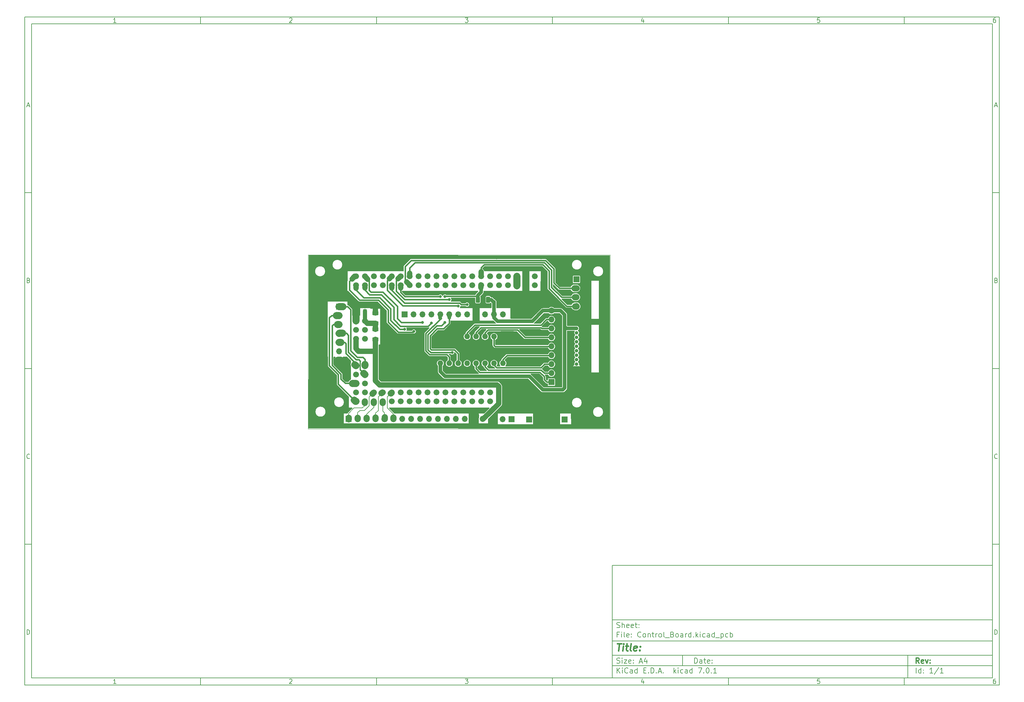
<source format=gbr>
%TF.GenerationSoftware,KiCad,Pcbnew,7.0.1*%
%TF.CreationDate,2023-11-03T16:51:15+00:00*%
%TF.ProjectId,Control_Board,436f6e74-726f-46c5-9f42-6f6172642e6b,rev?*%
%TF.SameCoordinates,Original*%
%TF.FileFunction,Copper,L1,Top*%
%TF.FilePolarity,Positive*%
%FSLAX45Y45*%
G04 Gerber Fmt 4.5, Leading zero omitted, Abs format (unit mm)*
G04 Created by KiCad (PCBNEW 7.0.1) date 2023-11-03 16:51:15*
%MOMM*%
%LPD*%
G01*
G04 APERTURE LIST*
G04 Aperture macros list*
%AMRoundRect*
0 Rectangle with rounded corners*
0 $1 Rounding radius*
0 $2 $3 $4 $5 $6 $7 $8 $9 X,Y pos of 4 corners*
0 Add a 4 corners polygon primitive as box body*
4,1,4,$2,$3,$4,$5,$6,$7,$8,$9,$2,$3,0*
0 Add four circle primitives for the rounded corners*
1,1,$1+$1,$2,$3*
1,1,$1+$1,$4,$5*
1,1,$1+$1,$6,$7*
1,1,$1+$1,$8,$9*
0 Add four rect primitives between the rounded corners*
20,1,$1+$1,$2,$3,$4,$5,0*
20,1,$1+$1,$4,$5,$6,$7,0*
20,1,$1+$1,$6,$7,$8,$9,0*
20,1,$1+$1,$8,$9,$2,$3,0*%
G04 Aperture macros list end*
%ADD10C,0.100000*%
%ADD11C,0.150000*%
%ADD12C,0.300000*%
%ADD13C,0.400000*%
%TA.AperFunction,SMDPad,CuDef*%
%ADD14RoundRect,0.250000X0.312500X0.625000X-0.312500X0.625000X-0.312500X-0.625000X0.312500X-0.625000X0*%
%TD*%
%TA.AperFunction,SMDPad,CuDef*%
%ADD15RoundRect,0.250000X0.625000X-0.312500X0.625000X0.312500X-0.625000X0.312500X-0.625000X-0.312500X0*%
%TD*%
%TA.AperFunction,ComponentPad*%
%ADD16R,1.700000X1.700000*%
%TD*%
%TA.AperFunction,ComponentPad*%
%ADD17O,1.700000X1.700000*%
%TD*%
%TA.AperFunction,ComponentPad*%
%ADD18R,1.000000X1.000000*%
%TD*%
%TA.AperFunction,ComponentPad*%
%ADD19O,1.000000X1.000000*%
%TD*%
%TA.AperFunction,ComponentPad*%
%ADD20C,1.676400*%
%TD*%
%TA.AperFunction,ComponentPad*%
%ADD21R,1.600000X1.600000*%
%TD*%
%TA.AperFunction,ComponentPad*%
%ADD22O,1.600000X1.600000*%
%TD*%
%TA.AperFunction,ViaPad*%
%ADD23C,0.800000*%
%TD*%
%TA.AperFunction,Conductor*%
%ADD24C,2.000000*%
%TD*%
%TA.AperFunction,Conductor*%
%ADD25C,1.500000*%
%TD*%
%TA.AperFunction,Conductor*%
%ADD26C,0.400000*%
%TD*%
%TA.AperFunction,Conductor*%
%ADD27C,1.200000*%
%TD*%
%TA.AperFunction,Conductor*%
%ADD28C,1.800000*%
%TD*%
%TA.AperFunction,Conductor*%
%ADD29C,1.000000*%
%TD*%
%TA.AperFunction,Conductor*%
%ADD30C,0.500000*%
%TD*%
%TA.AperFunction,Conductor*%
%ADD31C,0.200000*%
%TD*%
%TA.AperFunction,Conductor*%
%ADD32C,0.350000*%
%TD*%
%TA.AperFunction,Profile*%
%ADD33C,0.200000*%
%TD*%
%TA.AperFunction,Profile*%
%ADD34C,0.100000*%
%TD*%
G04 APERTURE END LIST*
D10*
D11*
X17700220Y-16600720D02*
X28500220Y-16600720D01*
X28500220Y-19800720D01*
X17700220Y-19800720D01*
X17700220Y-16600720D01*
D10*
D11*
X1000000Y-1000000D02*
X28700220Y-1000000D01*
X28700220Y-20000720D01*
X1000000Y-20000720D01*
X1000000Y-1000000D01*
D10*
D11*
X1200000Y-1200000D02*
X28500220Y-1200000D01*
X28500220Y-19800720D01*
X1200000Y-19800720D01*
X1200000Y-1200000D01*
D10*
D11*
X6000000Y-1200000D02*
X6000000Y-1000000D01*
D10*
D11*
X11000000Y-1200000D02*
X11000000Y-1000000D01*
D10*
D11*
X16000000Y-1200000D02*
X16000000Y-1000000D01*
D10*
D11*
X21000000Y-1200000D02*
X21000000Y-1000000D01*
D10*
D11*
X26000000Y-1200000D02*
X26000000Y-1000000D01*
D10*
D11*
X3599048Y-1160140D02*
X3524762Y-1160140D01*
X3561905Y-1160140D02*
X3561905Y-1030140D01*
X3561905Y-1030140D02*
X3549524Y-1048712D01*
X3549524Y-1048712D02*
X3537143Y-1061093D01*
X3537143Y-1061093D02*
X3524762Y-1067283D01*
D10*
D11*
X8524762Y-1042521D02*
X8530952Y-1036331D01*
X8530952Y-1036331D02*
X8543333Y-1030140D01*
X8543333Y-1030140D02*
X8574286Y-1030140D01*
X8574286Y-1030140D02*
X8586667Y-1036331D01*
X8586667Y-1036331D02*
X8592857Y-1042521D01*
X8592857Y-1042521D02*
X8599048Y-1054902D01*
X8599048Y-1054902D02*
X8599048Y-1067283D01*
X8599048Y-1067283D02*
X8592857Y-1085855D01*
X8592857Y-1085855D02*
X8518571Y-1160140D01*
X8518571Y-1160140D02*
X8599048Y-1160140D01*
D10*
D11*
X13518571Y-1030140D02*
X13599048Y-1030140D01*
X13599048Y-1030140D02*
X13555714Y-1079664D01*
X13555714Y-1079664D02*
X13574286Y-1079664D01*
X13574286Y-1079664D02*
X13586667Y-1085855D01*
X13586667Y-1085855D02*
X13592857Y-1092045D01*
X13592857Y-1092045D02*
X13599048Y-1104426D01*
X13599048Y-1104426D02*
X13599048Y-1135379D01*
X13599048Y-1135379D02*
X13592857Y-1147760D01*
X13592857Y-1147760D02*
X13586667Y-1153950D01*
X13586667Y-1153950D02*
X13574286Y-1160140D01*
X13574286Y-1160140D02*
X13537143Y-1160140D01*
X13537143Y-1160140D02*
X13524762Y-1153950D01*
X13524762Y-1153950D02*
X13518571Y-1147760D01*
D10*
D11*
X18586667Y-1073474D02*
X18586667Y-1160140D01*
X18555714Y-1023950D02*
X18524762Y-1116807D01*
X18524762Y-1116807D02*
X18605238Y-1116807D01*
D10*
D11*
X23592857Y-1030140D02*
X23530952Y-1030140D01*
X23530952Y-1030140D02*
X23524762Y-1092045D01*
X23524762Y-1092045D02*
X23530952Y-1085855D01*
X23530952Y-1085855D02*
X23543333Y-1079664D01*
X23543333Y-1079664D02*
X23574286Y-1079664D01*
X23574286Y-1079664D02*
X23586667Y-1085855D01*
X23586667Y-1085855D02*
X23592857Y-1092045D01*
X23592857Y-1092045D02*
X23599048Y-1104426D01*
X23599048Y-1104426D02*
X23599048Y-1135379D01*
X23599048Y-1135379D02*
X23592857Y-1147760D01*
X23592857Y-1147760D02*
X23586667Y-1153950D01*
X23586667Y-1153950D02*
X23574286Y-1160140D01*
X23574286Y-1160140D02*
X23543333Y-1160140D01*
X23543333Y-1160140D02*
X23530952Y-1153950D01*
X23530952Y-1153950D02*
X23524762Y-1147760D01*
D10*
D11*
X28586667Y-1030140D02*
X28561905Y-1030140D01*
X28561905Y-1030140D02*
X28549524Y-1036331D01*
X28549524Y-1036331D02*
X28543333Y-1042521D01*
X28543333Y-1042521D02*
X28530952Y-1061093D01*
X28530952Y-1061093D02*
X28524762Y-1085855D01*
X28524762Y-1085855D02*
X28524762Y-1135379D01*
X28524762Y-1135379D02*
X28530952Y-1147760D01*
X28530952Y-1147760D02*
X28537143Y-1153950D01*
X28537143Y-1153950D02*
X28549524Y-1160140D01*
X28549524Y-1160140D02*
X28574286Y-1160140D01*
X28574286Y-1160140D02*
X28586667Y-1153950D01*
X28586667Y-1153950D02*
X28592857Y-1147760D01*
X28592857Y-1147760D02*
X28599048Y-1135379D01*
X28599048Y-1135379D02*
X28599048Y-1104426D01*
X28599048Y-1104426D02*
X28592857Y-1092045D01*
X28592857Y-1092045D02*
X28586667Y-1085855D01*
X28586667Y-1085855D02*
X28574286Y-1079664D01*
X28574286Y-1079664D02*
X28549524Y-1079664D01*
X28549524Y-1079664D02*
X28537143Y-1085855D01*
X28537143Y-1085855D02*
X28530952Y-1092045D01*
X28530952Y-1092045D02*
X28524762Y-1104426D01*
D10*
D11*
X6000000Y-19800720D02*
X6000000Y-20000720D01*
D10*
D11*
X11000000Y-19800720D02*
X11000000Y-20000720D01*
D10*
D11*
X16000000Y-19800720D02*
X16000000Y-20000720D01*
D10*
D11*
X21000000Y-19800720D02*
X21000000Y-20000720D01*
D10*
D11*
X26000000Y-19800720D02*
X26000000Y-20000720D01*
D10*
D11*
X3599048Y-19960860D02*
X3524762Y-19960860D01*
X3561905Y-19960860D02*
X3561905Y-19830860D01*
X3561905Y-19830860D02*
X3549524Y-19849432D01*
X3549524Y-19849432D02*
X3537143Y-19861813D01*
X3537143Y-19861813D02*
X3524762Y-19868003D01*
D10*
D11*
X8524762Y-19843241D02*
X8530952Y-19837051D01*
X8530952Y-19837051D02*
X8543333Y-19830860D01*
X8543333Y-19830860D02*
X8574286Y-19830860D01*
X8574286Y-19830860D02*
X8586667Y-19837051D01*
X8586667Y-19837051D02*
X8592857Y-19843241D01*
X8592857Y-19843241D02*
X8599048Y-19855622D01*
X8599048Y-19855622D02*
X8599048Y-19868003D01*
X8599048Y-19868003D02*
X8592857Y-19886575D01*
X8592857Y-19886575D02*
X8518571Y-19960860D01*
X8518571Y-19960860D02*
X8599048Y-19960860D01*
D10*
D11*
X13518571Y-19830860D02*
X13599048Y-19830860D01*
X13599048Y-19830860D02*
X13555714Y-19880384D01*
X13555714Y-19880384D02*
X13574286Y-19880384D01*
X13574286Y-19880384D02*
X13586667Y-19886575D01*
X13586667Y-19886575D02*
X13592857Y-19892765D01*
X13592857Y-19892765D02*
X13599048Y-19905146D01*
X13599048Y-19905146D02*
X13599048Y-19936099D01*
X13599048Y-19936099D02*
X13592857Y-19948480D01*
X13592857Y-19948480D02*
X13586667Y-19954670D01*
X13586667Y-19954670D02*
X13574286Y-19960860D01*
X13574286Y-19960860D02*
X13537143Y-19960860D01*
X13537143Y-19960860D02*
X13524762Y-19954670D01*
X13524762Y-19954670D02*
X13518571Y-19948480D01*
D10*
D11*
X18586667Y-19874194D02*
X18586667Y-19960860D01*
X18555714Y-19824670D02*
X18524762Y-19917527D01*
X18524762Y-19917527D02*
X18605238Y-19917527D01*
D10*
D11*
X23592857Y-19830860D02*
X23530952Y-19830860D01*
X23530952Y-19830860D02*
X23524762Y-19892765D01*
X23524762Y-19892765D02*
X23530952Y-19886575D01*
X23530952Y-19886575D02*
X23543333Y-19880384D01*
X23543333Y-19880384D02*
X23574286Y-19880384D01*
X23574286Y-19880384D02*
X23586667Y-19886575D01*
X23586667Y-19886575D02*
X23592857Y-19892765D01*
X23592857Y-19892765D02*
X23599048Y-19905146D01*
X23599048Y-19905146D02*
X23599048Y-19936099D01*
X23599048Y-19936099D02*
X23592857Y-19948480D01*
X23592857Y-19948480D02*
X23586667Y-19954670D01*
X23586667Y-19954670D02*
X23574286Y-19960860D01*
X23574286Y-19960860D02*
X23543333Y-19960860D01*
X23543333Y-19960860D02*
X23530952Y-19954670D01*
X23530952Y-19954670D02*
X23524762Y-19948480D01*
D10*
D11*
X28586667Y-19830860D02*
X28561905Y-19830860D01*
X28561905Y-19830860D02*
X28549524Y-19837051D01*
X28549524Y-19837051D02*
X28543333Y-19843241D01*
X28543333Y-19843241D02*
X28530952Y-19861813D01*
X28530952Y-19861813D02*
X28524762Y-19886575D01*
X28524762Y-19886575D02*
X28524762Y-19936099D01*
X28524762Y-19936099D02*
X28530952Y-19948480D01*
X28530952Y-19948480D02*
X28537143Y-19954670D01*
X28537143Y-19954670D02*
X28549524Y-19960860D01*
X28549524Y-19960860D02*
X28574286Y-19960860D01*
X28574286Y-19960860D02*
X28586667Y-19954670D01*
X28586667Y-19954670D02*
X28592857Y-19948480D01*
X28592857Y-19948480D02*
X28599048Y-19936099D01*
X28599048Y-19936099D02*
X28599048Y-19905146D01*
X28599048Y-19905146D02*
X28592857Y-19892765D01*
X28592857Y-19892765D02*
X28586667Y-19886575D01*
X28586667Y-19886575D02*
X28574286Y-19880384D01*
X28574286Y-19880384D02*
X28549524Y-19880384D01*
X28549524Y-19880384D02*
X28537143Y-19886575D01*
X28537143Y-19886575D02*
X28530952Y-19892765D01*
X28530952Y-19892765D02*
X28524762Y-19905146D01*
D10*
D11*
X1000000Y-6000000D02*
X1200000Y-6000000D01*
D10*
D11*
X1000000Y-11000000D02*
X1200000Y-11000000D01*
D10*
D11*
X1000000Y-16000000D02*
X1200000Y-16000000D01*
D10*
D11*
X1069048Y-3522998D02*
X1130952Y-3522998D01*
X1056667Y-3560140D02*
X1100000Y-3430140D01*
X1100000Y-3430140D02*
X1143333Y-3560140D01*
D10*
D11*
X1109286Y-8492045D02*
X1127857Y-8498236D01*
X1127857Y-8498236D02*
X1134048Y-8504426D01*
X1134048Y-8504426D02*
X1140238Y-8516807D01*
X1140238Y-8516807D02*
X1140238Y-8535379D01*
X1140238Y-8535379D02*
X1134048Y-8547760D01*
X1134048Y-8547760D02*
X1127857Y-8553950D01*
X1127857Y-8553950D02*
X1115476Y-8560140D01*
X1115476Y-8560140D02*
X1065952Y-8560140D01*
X1065952Y-8560140D02*
X1065952Y-8430140D01*
X1065952Y-8430140D02*
X1109286Y-8430140D01*
X1109286Y-8430140D02*
X1121667Y-8436331D01*
X1121667Y-8436331D02*
X1127857Y-8442521D01*
X1127857Y-8442521D02*
X1134048Y-8454902D01*
X1134048Y-8454902D02*
X1134048Y-8467283D01*
X1134048Y-8467283D02*
X1127857Y-8479664D01*
X1127857Y-8479664D02*
X1121667Y-8485855D01*
X1121667Y-8485855D02*
X1109286Y-8492045D01*
X1109286Y-8492045D02*
X1065952Y-8492045D01*
D10*
D11*
X1140238Y-13547759D02*
X1134048Y-13553950D01*
X1134048Y-13553950D02*
X1115476Y-13560140D01*
X1115476Y-13560140D02*
X1103095Y-13560140D01*
X1103095Y-13560140D02*
X1084524Y-13553950D01*
X1084524Y-13553950D02*
X1072143Y-13541569D01*
X1072143Y-13541569D02*
X1065952Y-13529188D01*
X1065952Y-13529188D02*
X1059762Y-13504426D01*
X1059762Y-13504426D02*
X1059762Y-13485855D01*
X1059762Y-13485855D02*
X1065952Y-13461093D01*
X1065952Y-13461093D02*
X1072143Y-13448712D01*
X1072143Y-13448712D02*
X1084524Y-13436331D01*
X1084524Y-13436331D02*
X1103095Y-13430140D01*
X1103095Y-13430140D02*
X1115476Y-13430140D01*
X1115476Y-13430140D02*
X1134048Y-13436331D01*
X1134048Y-13436331D02*
X1140238Y-13442521D01*
D10*
D11*
X1065952Y-18560140D02*
X1065952Y-18430140D01*
X1065952Y-18430140D02*
X1096905Y-18430140D01*
X1096905Y-18430140D02*
X1115476Y-18436331D01*
X1115476Y-18436331D02*
X1127857Y-18448712D01*
X1127857Y-18448712D02*
X1134048Y-18461093D01*
X1134048Y-18461093D02*
X1140238Y-18485855D01*
X1140238Y-18485855D02*
X1140238Y-18504426D01*
X1140238Y-18504426D02*
X1134048Y-18529188D01*
X1134048Y-18529188D02*
X1127857Y-18541569D01*
X1127857Y-18541569D02*
X1115476Y-18553950D01*
X1115476Y-18553950D02*
X1096905Y-18560140D01*
X1096905Y-18560140D02*
X1065952Y-18560140D01*
D10*
D11*
X28700220Y-6000000D02*
X28500220Y-6000000D01*
D10*
D11*
X28700220Y-11000000D02*
X28500220Y-11000000D01*
D10*
D11*
X28700220Y-16000000D02*
X28500220Y-16000000D01*
D10*
D11*
X28569268Y-3522998D02*
X28631172Y-3522998D01*
X28556887Y-3560140D02*
X28600220Y-3430140D01*
X28600220Y-3430140D02*
X28643553Y-3560140D01*
D10*
D11*
X28609506Y-8492045D02*
X28628077Y-8498236D01*
X28628077Y-8498236D02*
X28634268Y-8504426D01*
X28634268Y-8504426D02*
X28640458Y-8516807D01*
X28640458Y-8516807D02*
X28640458Y-8535379D01*
X28640458Y-8535379D02*
X28634268Y-8547760D01*
X28634268Y-8547760D02*
X28628077Y-8553950D01*
X28628077Y-8553950D02*
X28615696Y-8560140D01*
X28615696Y-8560140D02*
X28566172Y-8560140D01*
X28566172Y-8560140D02*
X28566172Y-8430140D01*
X28566172Y-8430140D02*
X28609506Y-8430140D01*
X28609506Y-8430140D02*
X28621887Y-8436331D01*
X28621887Y-8436331D02*
X28628077Y-8442521D01*
X28628077Y-8442521D02*
X28634268Y-8454902D01*
X28634268Y-8454902D02*
X28634268Y-8467283D01*
X28634268Y-8467283D02*
X28628077Y-8479664D01*
X28628077Y-8479664D02*
X28621887Y-8485855D01*
X28621887Y-8485855D02*
X28609506Y-8492045D01*
X28609506Y-8492045D02*
X28566172Y-8492045D01*
D10*
D11*
X28640458Y-13547759D02*
X28634268Y-13553950D01*
X28634268Y-13553950D02*
X28615696Y-13560140D01*
X28615696Y-13560140D02*
X28603315Y-13560140D01*
X28603315Y-13560140D02*
X28584744Y-13553950D01*
X28584744Y-13553950D02*
X28572363Y-13541569D01*
X28572363Y-13541569D02*
X28566172Y-13529188D01*
X28566172Y-13529188D02*
X28559982Y-13504426D01*
X28559982Y-13504426D02*
X28559982Y-13485855D01*
X28559982Y-13485855D02*
X28566172Y-13461093D01*
X28566172Y-13461093D02*
X28572363Y-13448712D01*
X28572363Y-13448712D02*
X28584744Y-13436331D01*
X28584744Y-13436331D02*
X28603315Y-13430140D01*
X28603315Y-13430140D02*
X28615696Y-13430140D01*
X28615696Y-13430140D02*
X28634268Y-13436331D01*
X28634268Y-13436331D02*
X28640458Y-13442521D01*
D10*
D11*
X28566172Y-18560140D02*
X28566172Y-18430140D01*
X28566172Y-18430140D02*
X28597125Y-18430140D01*
X28597125Y-18430140D02*
X28615696Y-18436331D01*
X28615696Y-18436331D02*
X28628077Y-18448712D01*
X28628077Y-18448712D02*
X28634268Y-18461093D01*
X28634268Y-18461093D02*
X28640458Y-18485855D01*
X28640458Y-18485855D02*
X28640458Y-18504426D01*
X28640458Y-18504426D02*
X28634268Y-18529188D01*
X28634268Y-18529188D02*
X28628077Y-18541569D01*
X28628077Y-18541569D02*
X28615696Y-18553950D01*
X28615696Y-18553950D02*
X28597125Y-18560140D01*
X28597125Y-18560140D02*
X28566172Y-18560140D01*
D10*
D11*
X20035934Y-19380113D02*
X20035934Y-19230113D01*
X20035934Y-19230113D02*
X20071649Y-19230113D01*
X20071649Y-19230113D02*
X20093077Y-19237256D01*
X20093077Y-19237256D02*
X20107363Y-19251541D01*
X20107363Y-19251541D02*
X20114506Y-19265827D01*
X20114506Y-19265827D02*
X20121649Y-19294399D01*
X20121649Y-19294399D02*
X20121649Y-19315827D01*
X20121649Y-19315827D02*
X20114506Y-19344399D01*
X20114506Y-19344399D02*
X20107363Y-19358684D01*
X20107363Y-19358684D02*
X20093077Y-19372970D01*
X20093077Y-19372970D02*
X20071649Y-19380113D01*
X20071649Y-19380113D02*
X20035934Y-19380113D01*
X20250220Y-19380113D02*
X20250220Y-19301541D01*
X20250220Y-19301541D02*
X20243077Y-19287256D01*
X20243077Y-19287256D02*
X20228791Y-19280113D01*
X20228791Y-19280113D02*
X20200220Y-19280113D01*
X20200220Y-19280113D02*
X20185934Y-19287256D01*
X20250220Y-19372970D02*
X20235934Y-19380113D01*
X20235934Y-19380113D02*
X20200220Y-19380113D01*
X20200220Y-19380113D02*
X20185934Y-19372970D01*
X20185934Y-19372970D02*
X20178791Y-19358684D01*
X20178791Y-19358684D02*
X20178791Y-19344399D01*
X20178791Y-19344399D02*
X20185934Y-19330113D01*
X20185934Y-19330113D02*
X20200220Y-19322970D01*
X20200220Y-19322970D02*
X20235934Y-19322970D01*
X20235934Y-19322970D02*
X20250220Y-19315827D01*
X20300220Y-19280113D02*
X20357363Y-19280113D01*
X20321649Y-19230113D02*
X20321649Y-19358684D01*
X20321649Y-19358684D02*
X20328791Y-19372970D01*
X20328791Y-19372970D02*
X20343077Y-19380113D01*
X20343077Y-19380113D02*
X20357363Y-19380113D01*
X20464506Y-19372970D02*
X20450220Y-19380113D01*
X20450220Y-19380113D02*
X20421649Y-19380113D01*
X20421649Y-19380113D02*
X20407363Y-19372970D01*
X20407363Y-19372970D02*
X20400220Y-19358684D01*
X20400220Y-19358684D02*
X20400220Y-19301541D01*
X20400220Y-19301541D02*
X20407363Y-19287256D01*
X20407363Y-19287256D02*
X20421649Y-19280113D01*
X20421649Y-19280113D02*
X20450220Y-19280113D01*
X20450220Y-19280113D02*
X20464506Y-19287256D01*
X20464506Y-19287256D02*
X20471649Y-19301541D01*
X20471649Y-19301541D02*
X20471649Y-19315827D01*
X20471649Y-19315827D02*
X20400220Y-19330113D01*
X20535934Y-19365827D02*
X20543077Y-19372970D01*
X20543077Y-19372970D02*
X20535934Y-19380113D01*
X20535934Y-19380113D02*
X20528791Y-19372970D01*
X20528791Y-19372970D02*
X20535934Y-19365827D01*
X20535934Y-19365827D02*
X20535934Y-19380113D01*
X20535934Y-19287256D02*
X20543077Y-19294399D01*
X20543077Y-19294399D02*
X20535934Y-19301541D01*
X20535934Y-19301541D02*
X20528791Y-19294399D01*
X20528791Y-19294399D02*
X20535934Y-19287256D01*
X20535934Y-19287256D02*
X20535934Y-19301541D01*
D10*
D11*
X17700220Y-19450720D02*
X28500220Y-19450720D01*
D10*
D11*
X17835934Y-19660113D02*
X17835934Y-19510113D01*
X17921649Y-19660113D02*
X17857363Y-19574399D01*
X17921649Y-19510113D02*
X17835934Y-19595827D01*
X17985934Y-19660113D02*
X17985934Y-19560113D01*
X17985934Y-19510113D02*
X17978791Y-19517256D01*
X17978791Y-19517256D02*
X17985934Y-19524399D01*
X17985934Y-19524399D02*
X17993077Y-19517256D01*
X17993077Y-19517256D02*
X17985934Y-19510113D01*
X17985934Y-19510113D02*
X17985934Y-19524399D01*
X18143077Y-19645827D02*
X18135934Y-19652970D01*
X18135934Y-19652970D02*
X18114506Y-19660113D01*
X18114506Y-19660113D02*
X18100220Y-19660113D01*
X18100220Y-19660113D02*
X18078791Y-19652970D01*
X18078791Y-19652970D02*
X18064506Y-19638684D01*
X18064506Y-19638684D02*
X18057363Y-19624399D01*
X18057363Y-19624399D02*
X18050220Y-19595827D01*
X18050220Y-19595827D02*
X18050220Y-19574399D01*
X18050220Y-19574399D02*
X18057363Y-19545827D01*
X18057363Y-19545827D02*
X18064506Y-19531541D01*
X18064506Y-19531541D02*
X18078791Y-19517256D01*
X18078791Y-19517256D02*
X18100220Y-19510113D01*
X18100220Y-19510113D02*
X18114506Y-19510113D01*
X18114506Y-19510113D02*
X18135934Y-19517256D01*
X18135934Y-19517256D02*
X18143077Y-19524399D01*
X18271649Y-19660113D02*
X18271649Y-19581541D01*
X18271649Y-19581541D02*
X18264506Y-19567256D01*
X18264506Y-19567256D02*
X18250220Y-19560113D01*
X18250220Y-19560113D02*
X18221649Y-19560113D01*
X18221649Y-19560113D02*
X18207363Y-19567256D01*
X18271649Y-19652970D02*
X18257363Y-19660113D01*
X18257363Y-19660113D02*
X18221649Y-19660113D01*
X18221649Y-19660113D02*
X18207363Y-19652970D01*
X18207363Y-19652970D02*
X18200220Y-19638684D01*
X18200220Y-19638684D02*
X18200220Y-19624399D01*
X18200220Y-19624399D02*
X18207363Y-19610113D01*
X18207363Y-19610113D02*
X18221649Y-19602970D01*
X18221649Y-19602970D02*
X18257363Y-19602970D01*
X18257363Y-19602970D02*
X18271649Y-19595827D01*
X18407363Y-19660113D02*
X18407363Y-19510113D01*
X18407363Y-19652970D02*
X18393077Y-19660113D01*
X18393077Y-19660113D02*
X18364506Y-19660113D01*
X18364506Y-19660113D02*
X18350220Y-19652970D01*
X18350220Y-19652970D02*
X18343077Y-19645827D01*
X18343077Y-19645827D02*
X18335934Y-19631541D01*
X18335934Y-19631541D02*
X18335934Y-19588684D01*
X18335934Y-19588684D02*
X18343077Y-19574399D01*
X18343077Y-19574399D02*
X18350220Y-19567256D01*
X18350220Y-19567256D02*
X18364506Y-19560113D01*
X18364506Y-19560113D02*
X18393077Y-19560113D01*
X18393077Y-19560113D02*
X18407363Y-19567256D01*
X18593077Y-19581541D02*
X18643077Y-19581541D01*
X18664506Y-19660113D02*
X18593077Y-19660113D01*
X18593077Y-19660113D02*
X18593077Y-19510113D01*
X18593077Y-19510113D02*
X18664506Y-19510113D01*
X18728791Y-19645827D02*
X18735934Y-19652970D01*
X18735934Y-19652970D02*
X18728791Y-19660113D01*
X18728791Y-19660113D02*
X18721649Y-19652970D01*
X18721649Y-19652970D02*
X18728791Y-19645827D01*
X18728791Y-19645827D02*
X18728791Y-19660113D01*
X18800220Y-19660113D02*
X18800220Y-19510113D01*
X18800220Y-19510113D02*
X18835934Y-19510113D01*
X18835934Y-19510113D02*
X18857363Y-19517256D01*
X18857363Y-19517256D02*
X18871649Y-19531541D01*
X18871649Y-19531541D02*
X18878792Y-19545827D01*
X18878792Y-19545827D02*
X18885934Y-19574399D01*
X18885934Y-19574399D02*
X18885934Y-19595827D01*
X18885934Y-19595827D02*
X18878792Y-19624399D01*
X18878792Y-19624399D02*
X18871649Y-19638684D01*
X18871649Y-19638684D02*
X18857363Y-19652970D01*
X18857363Y-19652970D02*
X18835934Y-19660113D01*
X18835934Y-19660113D02*
X18800220Y-19660113D01*
X18950220Y-19645827D02*
X18957363Y-19652970D01*
X18957363Y-19652970D02*
X18950220Y-19660113D01*
X18950220Y-19660113D02*
X18943077Y-19652970D01*
X18943077Y-19652970D02*
X18950220Y-19645827D01*
X18950220Y-19645827D02*
X18950220Y-19660113D01*
X19014506Y-19617256D02*
X19085934Y-19617256D01*
X19000220Y-19660113D02*
X19050220Y-19510113D01*
X19050220Y-19510113D02*
X19100220Y-19660113D01*
X19150220Y-19645827D02*
X19157363Y-19652970D01*
X19157363Y-19652970D02*
X19150220Y-19660113D01*
X19150220Y-19660113D02*
X19143077Y-19652970D01*
X19143077Y-19652970D02*
X19150220Y-19645827D01*
X19150220Y-19645827D02*
X19150220Y-19660113D01*
X19450220Y-19660113D02*
X19450220Y-19510113D01*
X19464506Y-19602970D02*
X19507363Y-19660113D01*
X19507363Y-19560113D02*
X19450220Y-19617256D01*
X19571649Y-19660113D02*
X19571649Y-19560113D01*
X19571649Y-19510113D02*
X19564506Y-19517256D01*
X19564506Y-19517256D02*
X19571649Y-19524399D01*
X19571649Y-19524399D02*
X19578792Y-19517256D01*
X19578792Y-19517256D02*
X19571649Y-19510113D01*
X19571649Y-19510113D02*
X19571649Y-19524399D01*
X19707363Y-19652970D02*
X19693077Y-19660113D01*
X19693077Y-19660113D02*
X19664506Y-19660113D01*
X19664506Y-19660113D02*
X19650220Y-19652970D01*
X19650220Y-19652970D02*
X19643077Y-19645827D01*
X19643077Y-19645827D02*
X19635934Y-19631541D01*
X19635934Y-19631541D02*
X19635934Y-19588684D01*
X19635934Y-19588684D02*
X19643077Y-19574399D01*
X19643077Y-19574399D02*
X19650220Y-19567256D01*
X19650220Y-19567256D02*
X19664506Y-19560113D01*
X19664506Y-19560113D02*
X19693077Y-19560113D01*
X19693077Y-19560113D02*
X19707363Y-19567256D01*
X19835934Y-19660113D02*
X19835934Y-19581541D01*
X19835934Y-19581541D02*
X19828792Y-19567256D01*
X19828792Y-19567256D02*
X19814506Y-19560113D01*
X19814506Y-19560113D02*
X19785934Y-19560113D01*
X19785934Y-19560113D02*
X19771649Y-19567256D01*
X19835934Y-19652970D02*
X19821649Y-19660113D01*
X19821649Y-19660113D02*
X19785934Y-19660113D01*
X19785934Y-19660113D02*
X19771649Y-19652970D01*
X19771649Y-19652970D02*
X19764506Y-19638684D01*
X19764506Y-19638684D02*
X19764506Y-19624399D01*
X19764506Y-19624399D02*
X19771649Y-19610113D01*
X19771649Y-19610113D02*
X19785934Y-19602970D01*
X19785934Y-19602970D02*
X19821649Y-19602970D01*
X19821649Y-19602970D02*
X19835934Y-19595827D01*
X19971649Y-19660113D02*
X19971649Y-19510113D01*
X19971649Y-19652970D02*
X19957363Y-19660113D01*
X19957363Y-19660113D02*
X19928792Y-19660113D01*
X19928792Y-19660113D02*
X19914506Y-19652970D01*
X19914506Y-19652970D02*
X19907363Y-19645827D01*
X19907363Y-19645827D02*
X19900220Y-19631541D01*
X19900220Y-19631541D02*
X19900220Y-19588684D01*
X19900220Y-19588684D02*
X19907363Y-19574399D01*
X19907363Y-19574399D02*
X19914506Y-19567256D01*
X19914506Y-19567256D02*
X19928792Y-19560113D01*
X19928792Y-19560113D02*
X19957363Y-19560113D01*
X19957363Y-19560113D02*
X19971649Y-19567256D01*
X20143077Y-19510113D02*
X20243077Y-19510113D01*
X20243077Y-19510113D02*
X20178792Y-19660113D01*
X20300220Y-19645827D02*
X20307363Y-19652970D01*
X20307363Y-19652970D02*
X20300220Y-19660113D01*
X20300220Y-19660113D02*
X20293077Y-19652970D01*
X20293077Y-19652970D02*
X20300220Y-19645827D01*
X20300220Y-19645827D02*
X20300220Y-19660113D01*
X20400220Y-19510113D02*
X20414506Y-19510113D01*
X20414506Y-19510113D02*
X20428792Y-19517256D01*
X20428792Y-19517256D02*
X20435934Y-19524399D01*
X20435934Y-19524399D02*
X20443077Y-19538684D01*
X20443077Y-19538684D02*
X20450220Y-19567256D01*
X20450220Y-19567256D02*
X20450220Y-19602970D01*
X20450220Y-19602970D02*
X20443077Y-19631541D01*
X20443077Y-19631541D02*
X20435934Y-19645827D01*
X20435934Y-19645827D02*
X20428792Y-19652970D01*
X20428792Y-19652970D02*
X20414506Y-19660113D01*
X20414506Y-19660113D02*
X20400220Y-19660113D01*
X20400220Y-19660113D02*
X20385934Y-19652970D01*
X20385934Y-19652970D02*
X20378792Y-19645827D01*
X20378792Y-19645827D02*
X20371649Y-19631541D01*
X20371649Y-19631541D02*
X20364506Y-19602970D01*
X20364506Y-19602970D02*
X20364506Y-19567256D01*
X20364506Y-19567256D02*
X20371649Y-19538684D01*
X20371649Y-19538684D02*
X20378792Y-19524399D01*
X20378792Y-19524399D02*
X20385934Y-19517256D01*
X20385934Y-19517256D02*
X20400220Y-19510113D01*
X20514506Y-19645827D02*
X20521649Y-19652970D01*
X20521649Y-19652970D02*
X20514506Y-19660113D01*
X20514506Y-19660113D02*
X20507363Y-19652970D01*
X20507363Y-19652970D02*
X20514506Y-19645827D01*
X20514506Y-19645827D02*
X20514506Y-19660113D01*
X20664506Y-19660113D02*
X20578792Y-19660113D01*
X20621649Y-19660113D02*
X20621649Y-19510113D01*
X20621649Y-19510113D02*
X20607363Y-19531541D01*
X20607363Y-19531541D02*
X20593077Y-19545827D01*
X20593077Y-19545827D02*
X20578792Y-19552970D01*
D10*
D11*
X17700220Y-19150720D02*
X28500220Y-19150720D01*
D10*
D12*
X26421648Y-19380113D02*
X26371648Y-19308684D01*
X26335934Y-19380113D02*
X26335934Y-19230113D01*
X26335934Y-19230113D02*
X26393077Y-19230113D01*
X26393077Y-19230113D02*
X26407363Y-19237256D01*
X26407363Y-19237256D02*
X26414506Y-19244399D01*
X26414506Y-19244399D02*
X26421648Y-19258684D01*
X26421648Y-19258684D02*
X26421648Y-19280113D01*
X26421648Y-19280113D02*
X26414506Y-19294399D01*
X26414506Y-19294399D02*
X26407363Y-19301541D01*
X26407363Y-19301541D02*
X26393077Y-19308684D01*
X26393077Y-19308684D02*
X26335934Y-19308684D01*
X26543077Y-19372970D02*
X26528791Y-19380113D01*
X26528791Y-19380113D02*
X26500220Y-19380113D01*
X26500220Y-19380113D02*
X26485934Y-19372970D01*
X26485934Y-19372970D02*
X26478791Y-19358684D01*
X26478791Y-19358684D02*
X26478791Y-19301541D01*
X26478791Y-19301541D02*
X26485934Y-19287256D01*
X26485934Y-19287256D02*
X26500220Y-19280113D01*
X26500220Y-19280113D02*
X26528791Y-19280113D01*
X26528791Y-19280113D02*
X26543077Y-19287256D01*
X26543077Y-19287256D02*
X26550220Y-19301541D01*
X26550220Y-19301541D02*
X26550220Y-19315827D01*
X26550220Y-19315827D02*
X26478791Y-19330113D01*
X26600220Y-19280113D02*
X26635934Y-19380113D01*
X26635934Y-19380113D02*
X26671648Y-19280113D01*
X26728791Y-19365827D02*
X26735934Y-19372970D01*
X26735934Y-19372970D02*
X26728791Y-19380113D01*
X26728791Y-19380113D02*
X26721648Y-19372970D01*
X26721648Y-19372970D02*
X26728791Y-19365827D01*
X26728791Y-19365827D02*
X26728791Y-19380113D01*
X26728791Y-19287256D02*
X26735934Y-19294399D01*
X26735934Y-19294399D02*
X26728791Y-19301541D01*
X26728791Y-19301541D02*
X26721648Y-19294399D01*
X26721648Y-19294399D02*
X26728791Y-19287256D01*
X26728791Y-19287256D02*
X26728791Y-19301541D01*
D10*
D11*
X17828791Y-19372970D02*
X17850220Y-19380113D01*
X17850220Y-19380113D02*
X17885934Y-19380113D01*
X17885934Y-19380113D02*
X17900220Y-19372970D01*
X17900220Y-19372970D02*
X17907363Y-19365827D01*
X17907363Y-19365827D02*
X17914506Y-19351541D01*
X17914506Y-19351541D02*
X17914506Y-19337256D01*
X17914506Y-19337256D02*
X17907363Y-19322970D01*
X17907363Y-19322970D02*
X17900220Y-19315827D01*
X17900220Y-19315827D02*
X17885934Y-19308684D01*
X17885934Y-19308684D02*
X17857363Y-19301541D01*
X17857363Y-19301541D02*
X17843077Y-19294399D01*
X17843077Y-19294399D02*
X17835934Y-19287256D01*
X17835934Y-19287256D02*
X17828791Y-19272970D01*
X17828791Y-19272970D02*
X17828791Y-19258684D01*
X17828791Y-19258684D02*
X17835934Y-19244399D01*
X17835934Y-19244399D02*
X17843077Y-19237256D01*
X17843077Y-19237256D02*
X17857363Y-19230113D01*
X17857363Y-19230113D02*
X17893077Y-19230113D01*
X17893077Y-19230113D02*
X17914506Y-19237256D01*
X17978791Y-19380113D02*
X17978791Y-19280113D01*
X17978791Y-19230113D02*
X17971649Y-19237256D01*
X17971649Y-19237256D02*
X17978791Y-19244399D01*
X17978791Y-19244399D02*
X17985934Y-19237256D01*
X17985934Y-19237256D02*
X17978791Y-19230113D01*
X17978791Y-19230113D02*
X17978791Y-19244399D01*
X18035934Y-19280113D02*
X18114506Y-19280113D01*
X18114506Y-19280113D02*
X18035934Y-19380113D01*
X18035934Y-19380113D02*
X18114506Y-19380113D01*
X18228791Y-19372970D02*
X18214506Y-19380113D01*
X18214506Y-19380113D02*
X18185934Y-19380113D01*
X18185934Y-19380113D02*
X18171649Y-19372970D01*
X18171649Y-19372970D02*
X18164506Y-19358684D01*
X18164506Y-19358684D02*
X18164506Y-19301541D01*
X18164506Y-19301541D02*
X18171649Y-19287256D01*
X18171649Y-19287256D02*
X18185934Y-19280113D01*
X18185934Y-19280113D02*
X18214506Y-19280113D01*
X18214506Y-19280113D02*
X18228791Y-19287256D01*
X18228791Y-19287256D02*
X18235934Y-19301541D01*
X18235934Y-19301541D02*
X18235934Y-19315827D01*
X18235934Y-19315827D02*
X18164506Y-19330113D01*
X18300220Y-19365827D02*
X18307363Y-19372970D01*
X18307363Y-19372970D02*
X18300220Y-19380113D01*
X18300220Y-19380113D02*
X18293077Y-19372970D01*
X18293077Y-19372970D02*
X18300220Y-19365827D01*
X18300220Y-19365827D02*
X18300220Y-19380113D01*
X18300220Y-19287256D02*
X18307363Y-19294399D01*
X18307363Y-19294399D02*
X18300220Y-19301541D01*
X18300220Y-19301541D02*
X18293077Y-19294399D01*
X18293077Y-19294399D02*
X18300220Y-19287256D01*
X18300220Y-19287256D02*
X18300220Y-19301541D01*
X18478791Y-19337256D02*
X18550220Y-19337256D01*
X18464506Y-19380113D02*
X18514506Y-19230113D01*
X18514506Y-19230113D02*
X18564506Y-19380113D01*
X18678791Y-19280113D02*
X18678791Y-19380113D01*
X18643077Y-19222970D02*
X18607363Y-19330113D01*
X18607363Y-19330113D02*
X18700220Y-19330113D01*
D10*
D11*
X26335934Y-19660113D02*
X26335934Y-19510113D01*
X26471649Y-19660113D02*
X26471649Y-19510113D01*
X26471649Y-19652970D02*
X26457363Y-19660113D01*
X26457363Y-19660113D02*
X26428791Y-19660113D01*
X26428791Y-19660113D02*
X26414506Y-19652970D01*
X26414506Y-19652970D02*
X26407363Y-19645827D01*
X26407363Y-19645827D02*
X26400220Y-19631541D01*
X26400220Y-19631541D02*
X26400220Y-19588684D01*
X26400220Y-19588684D02*
X26407363Y-19574399D01*
X26407363Y-19574399D02*
X26414506Y-19567256D01*
X26414506Y-19567256D02*
X26428791Y-19560113D01*
X26428791Y-19560113D02*
X26457363Y-19560113D01*
X26457363Y-19560113D02*
X26471649Y-19567256D01*
X26543077Y-19645827D02*
X26550220Y-19652970D01*
X26550220Y-19652970D02*
X26543077Y-19660113D01*
X26543077Y-19660113D02*
X26535934Y-19652970D01*
X26535934Y-19652970D02*
X26543077Y-19645827D01*
X26543077Y-19645827D02*
X26543077Y-19660113D01*
X26543077Y-19567256D02*
X26550220Y-19574399D01*
X26550220Y-19574399D02*
X26543077Y-19581541D01*
X26543077Y-19581541D02*
X26535934Y-19574399D01*
X26535934Y-19574399D02*
X26543077Y-19567256D01*
X26543077Y-19567256D02*
X26543077Y-19581541D01*
X26807363Y-19660113D02*
X26721649Y-19660113D01*
X26764506Y-19660113D02*
X26764506Y-19510113D01*
X26764506Y-19510113D02*
X26750220Y-19531541D01*
X26750220Y-19531541D02*
X26735934Y-19545827D01*
X26735934Y-19545827D02*
X26721649Y-19552970D01*
X26978791Y-19502970D02*
X26850220Y-19695827D01*
X27107363Y-19660113D02*
X27021649Y-19660113D01*
X27064506Y-19660113D02*
X27064506Y-19510113D01*
X27064506Y-19510113D02*
X27050220Y-19531541D01*
X27050220Y-19531541D02*
X27035934Y-19545827D01*
X27035934Y-19545827D02*
X27021649Y-19552970D01*
D10*
D11*
X17700220Y-18750720D02*
X28500220Y-18750720D01*
D10*
D13*
X17843077Y-18823244D02*
X17957363Y-18823244D01*
X17875220Y-19023244D02*
X17900220Y-18823244D01*
X17997839Y-19023244D02*
X18014506Y-18889910D01*
X18022839Y-18823244D02*
X18012125Y-18832768D01*
X18012125Y-18832768D02*
X18020458Y-18842291D01*
X18020458Y-18842291D02*
X18031172Y-18832768D01*
X18031172Y-18832768D02*
X18022839Y-18823244D01*
X18022839Y-18823244D02*
X18020458Y-18842291D01*
X18079982Y-18889910D02*
X18156172Y-18889910D01*
X18116887Y-18823244D02*
X18095458Y-18994672D01*
X18095458Y-18994672D02*
X18102601Y-19013720D01*
X18102601Y-19013720D02*
X18120458Y-19023244D01*
X18120458Y-19023244D02*
X18139506Y-19023244D01*
X18233553Y-19023244D02*
X18215696Y-19013720D01*
X18215696Y-19013720D02*
X18208553Y-18994672D01*
X18208553Y-18994672D02*
X18229982Y-18823244D01*
X18385934Y-19013720D02*
X18365696Y-19023244D01*
X18365696Y-19023244D02*
X18327601Y-19023244D01*
X18327601Y-19023244D02*
X18309744Y-19013720D01*
X18309744Y-19013720D02*
X18302601Y-18994672D01*
X18302601Y-18994672D02*
X18312125Y-18918482D01*
X18312125Y-18918482D02*
X18324029Y-18899434D01*
X18324029Y-18899434D02*
X18344268Y-18889910D01*
X18344268Y-18889910D02*
X18382363Y-18889910D01*
X18382363Y-18889910D02*
X18400220Y-18899434D01*
X18400220Y-18899434D02*
X18407363Y-18918482D01*
X18407363Y-18918482D02*
X18404982Y-18937530D01*
X18404982Y-18937530D02*
X18307363Y-18956577D01*
X18481172Y-19004196D02*
X18489506Y-19013720D01*
X18489506Y-19013720D02*
X18478791Y-19023244D01*
X18478791Y-19023244D02*
X18470458Y-19013720D01*
X18470458Y-19013720D02*
X18481172Y-19004196D01*
X18481172Y-19004196D02*
X18478791Y-19023244D01*
X18494268Y-18899434D02*
X18502601Y-18908958D01*
X18502601Y-18908958D02*
X18491887Y-18918482D01*
X18491887Y-18918482D02*
X18483553Y-18908958D01*
X18483553Y-18908958D02*
X18494268Y-18899434D01*
X18494268Y-18899434D02*
X18491887Y-18918482D01*
D10*
D11*
X17885934Y-18561541D02*
X17835934Y-18561541D01*
X17835934Y-18640113D02*
X17835934Y-18490113D01*
X17835934Y-18490113D02*
X17907363Y-18490113D01*
X17964506Y-18640113D02*
X17964506Y-18540113D01*
X17964506Y-18490113D02*
X17957363Y-18497256D01*
X17957363Y-18497256D02*
X17964506Y-18504399D01*
X17964506Y-18504399D02*
X17971649Y-18497256D01*
X17971649Y-18497256D02*
X17964506Y-18490113D01*
X17964506Y-18490113D02*
X17964506Y-18504399D01*
X18057363Y-18640113D02*
X18043077Y-18632970D01*
X18043077Y-18632970D02*
X18035934Y-18618684D01*
X18035934Y-18618684D02*
X18035934Y-18490113D01*
X18171649Y-18632970D02*
X18157363Y-18640113D01*
X18157363Y-18640113D02*
X18128791Y-18640113D01*
X18128791Y-18640113D02*
X18114506Y-18632970D01*
X18114506Y-18632970D02*
X18107363Y-18618684D01*
X18107363Y-18618684D02*
X18107363Y-18561541D01*
X18107363Y-18561541D02*
X18114506Y-18547256D01*
X18114506Y-18547256D02*
X18128791Y-18540113D01*
X18128791Y-18540113D02*
X18157363Y-18540113D01*
X18157363Y-18540113D02*
X18171649Y-18547256D01*
X18171649Y-18547256D02*
X18178791Y-18561541D01*
X18178791Y-18561541D02*
X18178791Y-18575827D01*
X18178791Y-18575827D02*
X18107363Y-18590113D01*
X18243077Y-18625827D02*
X18250220Y-18632970D01*
X18250220Y-18632970D02*
X18243077Y-18640113D01*
X18243077Y-18640113D02*
X18235934Y-18632970D01*
X18235934Y-18632970D02*
X18243077Y-18625827D01*
X18243077Y-18625827D02*
X18243077Y-18640113D01*
X18243077Y-18547256D02*
X18250220Y-18554399D01*
X18250220Y-18554399D02*
X18243077Y-18561541D01*
X18243077Y-18561541D02*
X18235934Y-18554399D01*
X18235934Y-18554399D02*
X18243077Y-18547256D01*
X18243077Y-18547256D02*
X18243077Y-18561541D01*
X18514506Y-18625827D02*
X18507363Y-18632970D01*
X18507363Y-18632970D02*
X18485934Y-18640113D01*
X18485934Y-18640113D02*
X18471649Y-18640113D01*
X18471649Y-18640113D02*
X18450220Y-18632970D01*
X18450220Y-18632970D02*
X18435934Y-18618684D01*
X18435934Y-18618684D02*
X18428791Y-18604399D01*
X18428791Y-18604399D02*
X18421649Y-18575827D01*
X18421649Y-18575827D02*
X18421649Y-18554399D01*
X18421649Y-18554399D02*
X18428791Y-18525827D01*
X18428791Y-18525827D02*
X18435934Y-18511541D01*
X18435934Y-18511541D02*
X18450220Y-18497256D01*
X18450220Y-18497256D02*
X18471649Y-18490113D01*
X18471649Y-18490113D02*
X18485934Y-18490113D01*
X18485934Y-18490113D02*
X18507363Y-18497256D01*
X18507363Y-18497256D02*
X18514506Y-18504399D01*
X18600220Y-18640113D02*
X18585934Y-18632970D01*
X18585934Y-18632970D02*
X18578791Y-18625827D01*
X18578791Y-18625827D02*
X18571649Y-18611541D01*
X18571649Y-18611541D02*
X18571649Y-18568684D01*
X18571649Y-18568684D02*
X18578791Y-18554399D01*
X18578791Y-18554399D02*
X18585934Y-18547256D01*
X18585934Y-18547256D02*
X18600220Y-18540113D01*
X18600220Y-18540113D02*
X18621649Y-18540113D01*
X18621649Y-18540113D02*
X18635934Y-18547256D01*
X18635934Y-18547256D02*
X18643077Y-18554399D01*
X18643077Y-18554399D02*
X18650220Y-18568684D01*
X18650220Y-18568684D02*
X18650220Y-18611541D01*
X18650220Y-18611541D02*
X18643077Y-18625827D01*
X18643077Y-18625827D02*
X18635934Y-18632970D01*
X18635934Y-18632970D02*
X18621649Y-18640113D01*
X18621649Y-18640113D02*
X18600220Y-18640113D01*
X18714506Y-18540113D02*
X18714506Y-18640113D01*
X18714506Y-18554399D02*
X18721649Y-18547256D01*
X18721649Y-18547256D02*
X18735934Y-18540113D01*
X18735934Y-18540113D02*
X18757363Y-18540113D01*
X18757363Y-18540113D02*
X18771649Y-18547256D01*
X18771649Y-18547256D02*
X18778791Y-18561541D01*
X18778791Y-18561541D02*
X18778791Y-18640113D01*
X18828791Y-18540113D02*
X18885934Y-18540113D01*
X18850220Y-18490113D02*
X18850220Y-18618684D01*
X18850220Y-18618684D02*
X18857363Y-18632970D01*
X18857363Y-18632970D02*
X18871649Y-18640113D01*
X18871649Y-18640113D02*
X18885934Y-18640113D01*
X18935934Y-18640113D02*
X18935934Y-18540113D01*
X18935934Y-18568684D02*
X18943077Y-18554399D01*
X18943077Y-18554399D02*
X18950220Y-18547256D01*
X18950220Y-18547256D02*
X18964506Y-18540113D01*
X18964506Y-18540113D02*
X18978791Y-18540113D01*
X19050220Y-18640113D02*
X19035934Y-18632970D01*
X19035934Y-18632970D02*
X19028791Y-18625827D01*
X19028791Y-18625827D02*
X19021649Y-18611541D01*
X19021649Y-18611541D02*
X19021649Y-18568684D01*
X19021649Y-18568684D02*
X19028791Y-18554399D01*
X19028791Y-18554399D02*
X19035934Y-18547256D01*
X19035934Y-18547256D02*
X19050220Y-18540113D01*
X19050220Y-18540113D02*
X19071649Y-18540113D01*
X19071649Y-18540113D02*
X19085934Y-18547256D01*
X19085934Y-18547256D02*
X19093077Y-18554399D01*
X19093077Y-18554399D02*
X19100220Y-18568684D01*
X19100220Y-18568684D02*
X19100220Y-18611541D01*
X19100220Y-18611541D02*
X19093077Y-18625827D01*
X19093077Y-18625827D02*
X19085934Y-18632970D01*
X19085934Y-18632970D02*
X19071649Y-18640113D01*
X19071649Y-18640113D02*
X19050220Y-18640113D01*
X19185934Y-18640113D02*
X19171649Y-18632970D01*
X19171649Y-18632970D02*
X19164506Y-18618684D01*
X19164506Y-18618684D02*
X19164506Y-18490113D01*
X19207363Y-18654399D02*
X19321649Y-18654399D01*
X19407363Y-18561541D02*
X19428791Y-18568684D01*
X19428791Y-18568684D02*
X19435934Y-18575827D01*
X19435934Y-18575827D02*
X19443077Y-18590113D01*
X19443077Y-18590113D02*
X19443077Y-18611541D01*
X19443077Y-18611541D02*
X19435934Y-18625827D01*
X19435934Y-18625827D02*
X19428791Y-18632970D01*
X19428791Y-18632970D02*
X19414506Y-18640113D01*
X19414506Y-18640113D02*
X19357363Y-18640113D01*
X19357363Y-18640113D02*
X19357363Y-18490113D01*
X19357363Y-18490113D02*
X19407363Y-18490113D01*
X19407363Y-18490113D02*
X19421649Y-18497256D01*
X19421649Y-18497256D02*
X19428791Y-18504399D01*
X19428791Y-18504399D02*
X19435934Y-18518684D01*
X19435934Y-18518684D02*
X19435934Y-18532970D01*
X19435934Y-18532970D02*
X19428791Y-18547256D01*
X19428791Y-18547256D02*
X19421649Y-18554399D01*
X19421649Y-18554399D02*
X19407363Y-18561541D01*
X19407363Y-18561541D02*
X19357363Y-18561541D01*
X19528791Y-18640113D02*
X19514506Y-18632970D01*
X19514506Y-18632970D02*
X19507363Y-18625827D01*
X19507363Y-18625827D02*
X19500220Y-18611541D01*
X19500220Y-18611541D02*
X19500220Y-18568684D01*
X19500220Y-18568684D02*
X19507363Y-18554399D01*
X19507363Y-18554399D02*
X19514506Y-18547256D01*
X19514506Y-18547256D02*
X19528791Y-18540113D01*
X19528791Y-18540113D02*
X19550220Y-18540113D01*
X19550220Y-18540113D02*
X19564506Y-18547256D01*
X19564506Y-18547256D02*
X19571649Y-18554399D01*
X19571649Y-18554399D02*
X19578791Y-18568684D01*
X19578791Y-18568684D02*
X19578791Y-18611541D01*
X19578791Y-18611541D02*
X19571649Y-18625827D01*
X19571649Y-18625827D02*
X19564506Y-18632970D01*
X19564506Y-18632970D02*
X19550220Y-18640113D01*
X19550220Y-18640113D02*
X19528791Y-18640113D01*
X19707363Y-18640113D02*
X19707363Y-18561541D01*
X19707363Y-18561541D02*
X19700220Y-18547256D01*
X19700220Y-18547256D02*
X19685934Y-18540113D01*
X19685934Y-18540113D02*
X19657363Y-18540113D01*
X19657363Y-18540113D02*
X19643077Y-18547256D01*
X19707363Y-18632970D02*
X19693077Y-18640113D01*
X19693077Y-18640113D02*
X19657363Y-18640113D01*
X19657363Y-18640113D02*
X19643077Y-18632970D01*
X19643077Y-18632970D02*
X19635934Y-18618684D01*
X19635934Y-18618684D02*
X19635934Y-18604399D01*
X19635934Y-18604399D02*
X19643077Y-18590113D01*
X19643077Y-18590113D02*
X19657363Y-18582970D01*
X19657363Y-18582970D02*
X19693077Y-18582970D01*
X19693077Y-18582970D02*
X19707363Y-18575827D01*
X19778791Y-18640113D02*
X19778791Y-18540113D01*
X19778791Y-18568684D02*
X19785934Y-18554399D01*
X19785934Y-18554399D02*
X19793077Y-18547256D01*
X19793077Y-18547256D02*
X19807363Y-18540113D01*
X19807363Y-18540113D02*
X19821649Y-18540113D01*
X19935934Y-18640113D02*
X19935934Y-18490113D01*
X19935934Y-18632970D02*
X19921648Y-18640113D01*
X19921648Y-18640113D02*
X19893077Y-18640113D01*
X19893077Y-18640113D02*
X19878791Y-18632970D01*
X19878791Y-18632970D02*
X19871648Y-18625827D01*
X19871648Y-18625827D02*
X19864506Y-18611541D01*
X19864506Y-18611541D02*
X19864506Y-18568684D01*
X19864506Y-18568684D02*
X19871648Y-18554399D01*
X19871648Y-18554399D02*
X19878791Y-18547256D01*
X19878791Y-18547256D02*
X19893077Y-18540113D01*
X19893077Y-18540113D02*
X19921648Y-18540113D01*
X19921648Y-18540113D02*
X19935934Y-18547256D01*
X20007363Y-18625827D02*
X20014506Y-18632970D01*
X20014506Y-18632970D02*
X20007363Y-18640113D01*
X20007363Y-18640113D02*
X20000220Y-18632970D01*
X20000220Y-18632970D02*
X20007363Y-18625827D01*
X20007363Y-18625827D02*
X20007363Y-18640113D01*
X20078791Y-18640113D02*
X20078791Y-18490113D01*
X20093077Y-18582970D02*
X20135934Y-18640113D01*
X20135934Y-18540113D02*
X20078791Y-18597256D01*
X20200220Y-18640113D02*
X20200220Y-18540113D01*
X20200220Y-18490113D02*
X20193077Y-18497256D01*
X20193077Y-18497256D02*
X20200220Y-18504399D01*
X20200220Y-18504399D02*
X20207363Y-18497256D01*
X20207363Y-18497256D02*
X20200220Y-18490113D01*
X20200220Y-18490113D02*
X20200220Y-18504399D01*
X20335934Y-18632970D02*
X20321649Y-18640113D01*
X20321649Y-18640113D02*
X20293077Y-18640113D01*
X20293077Y-18640113D02*
X20278791Y-18632970D01*
X20278791Y-18632970D02*
X20271649Y-18625827D01*
X20271649Y-18625827D02*
X20264506Y-18611541D01*
X20264506Y-18611541D02*
X20264506Y-18568684D01*
X20264506Y-18568684D02*
X20271649Y-18554399D01*
X20271649Y-18554399D02*
X20278791Y-18547256D01*
X20278791Y-18547256D02*
X20293077Y-18540113D01*
X20293077Y-18540113D02*
X20321649Y-18540113D01*
X20321649Y-18540113D02*
X20335934Y-18547256D01*
X20464506Y-18640113D02*
X20464506Y-18561541D01*
X20464506Y-18561541D02*
X20457363Y-18547256D01*
X20457363Y-18547256D02*
X20443077Y-18540113D01*
X20443077Y-18540113D02*
X20414506Y-18540113D01*
X20414506Y-18540113D02*
X20400220Y-18547256D01*
X20464506Y-18632970D02*
X20450220Y-18640113D01*
X20450220Y-18640113D02*
X20414506Y-18640113D01*
X20414506Y-18640113D02*
X20400220Y-18632970D01*
X20400220Y-18632970D02*
X20393077Y-18618684D01*
X20393077Y-18618684D02*
X20393077Y-18604399D01*
X20393077Y-18604399D02*
X20400220Y-18590113D01*
X20400220Y-18590113D02*
X20414506Y-18582970D01*
X20414506Y-18582970D02*
X20450220Y-18582970D01*
X20450220Y-18582970D02*
X20464506Y-18575827D01*
X20600220Y-18640113D02*
X20600220Y-18490113D01*
X20600220Y-18632970D02*
X20585934Y-18640113D01*
X20585934Y-18640113D02*
X20557363Y-18640113D01*
X20557363Y-18640113D02*
X20543077Y-18632970D01*
X20543077Y-18632970D02*
X20535934Y-18625827D01*
X20535934Y-18625827D02*
X20528791Y-18611541D01*
X20528791Y-18611541D02*
X20528791Y-18568684D01*
X20528791Y-18568684D02*
X20535934Y-18554399D01*
X20535934Y-18554399D02*
X20543077Y-18547256D01*
X20543077Y-18547256D02*
X20557363Y-18540113D01*
X20557363Y-18540113D02*
X20585934Y-18540113D01*
X20585934Y-18540113D02*
X20600220Y-18547256D01*
X20635934Y-18654399D02*
X20750220Y-18654399D01*
X20785934Y-18540113D02*
X20785934Y-18690113D01*
X20785934Y-18547256D02*
X20800220Y-18540113D01*
X20800220Y-18540113D02*
X20828791Y-18540113D01*
X20828791Y-18540113D02*
X20843077Y-18547256D01*
X20843077Y-18547256D02*
X20850220Y-18554399D01*
X20850220Y-18554399D02*
X20857363Y-18568684D01*
X20857363Y-18568684D02*
X20857363Y-18611541D01*
X20857363Y-18611541D02*
X20850220Y-18625827D01*
X20850220Y-18625827D02*
X20843077Y-18632970D01*
X20843077Y-18632970D02*
X20828791Y-18640113D01*
X20828791Y-18640113D02*
X20800220Y-18640113D01*
X20800220Y-18640113D02*
X20785934Y-18632970D01*
X20985934Y-18632970D02*
X20971649Y-18640113D01*
X20971649Y-18640113D02*
X20943077Y-18640113D01*
X20943077Y-18640113D02*
X20928791Y-18632970D01*
X20928791Y-18632970D02*
X20921649Y-18625827D01*
X20921649Y-18625827D02*
X20914506Y-18611541D01*
X20914506Y-18611541D02*
X20914506Y-18568684D01*
X20914506Y-18568684D02*
X20921649Y-18554399D01*
X20921649Y-18554399D02*
X20928791Y-18547256D01*
X20928791Y-18547256D02*
X20943077Y-18540113D01*
X20943077Y-18540113D02*
X20971649Y-18540113D01*
X20971649Y-18540113D02*
X20985934Y-18547256D01*
X21050220Y-18640113D02*
X21050220Y-18490113D01*
X21050220Y-18547256D02*
X21064506Y-18540113D01*
X21064506Y-18540113D02*
X21093077Y-18540113D01*
X21093077Y-18540113D02*
X21107363Y-18547256D01*
X21107363Y-18547256D02*
X21114506Y-18554399D01*
X21114506Y-18554399D02*
X21121649Y-18568684D01*
X21121649Y-18568684D02*
X21121649Y-18611541D01*
X21121649Y-18611541D02*
X21114506Y-18625827D01*
X21114506Y-18625827D02*
X21107363Y-18632970D01*
X21107363Y-18632970D02*
X21093077Y-18640113D01*
X21093077Y-18640113D02*
X21064506Y-18640113D01*
X21064506Y-18640113D02*
X21050220Y-18632970D01*
D10*
D11*
X17700220Y-18150720D02*
X28500220Y-18150720D01*
D10*
D11*
X17828791Y-18362970D02*
X17850220Y-18370113D01*
X17850220Y-18370113D02*
X17885934Y-18370113D01*
X17885934Y-18370113D02*
X17900220Y-18362970D01*
X17900220Y-18362970D02*
X17907363Y-18355827D01*
X17907363Y-18355827D02*
X17914506Y-18341541D01*
X17914506Y-18341541D02*
X17914506Y-18327256D01*
X17914506Y-18327256D02*
X17907363Y-18312970D01*
X17907363Y-18312970D02*
X17900220Y-18305827D01*
X17900220Y-18305827D02*
X17885934Y-18298684D01*
X17885934Y-18298684D02*
X17857363Y-18291541D01*
X17857363Y-18291541D02*
X17843077Y-18284399D01*
X17843077Y-18284399D02*
X17835934Y-18277256D01*
X17835934Y-18277256D02*
X17828791Y-18262970D01*
X17828791Y-18262970D02*
X17828791Y-18248684D01*
X17828791Y-18248684D02*
X17835934Y-18234399D01*
X17835934Y-18234399D02*
X17843077Y-18227256D01*
X17843077Y-18227256D02*
X17857363Y-18220113D01*
X17857363Y-18220113D02*
X17893077Y-18220113D01*
X17893077Y-18220113D02*
X17914506Y-18227256D01*
X17978791Y-18370113D02*
X17978791Y-18220113D01*
X18043077Y-18370113D02*
X18043077Y-18291541D01*
X18043077Y-18291541D02*
X18035934Y-18277256D01*
X18035934Y-18277256D02*
X18021649Y-18270113D01*
X18021649Y-18270113D02*
X18000220Y-18270113D01*
X18000220Y-18270113D02*
X17985934Y-18277256D01*
X17985934Y-18277256D02*
X17978791Y-18284399D01*
X18171649Y-18362970D02*
X18157363Y-18370113D01*
X18157363Y-18370113D02*
X18128791Y-18370113D01*
X18128791Y-18370113D02*
X18114506Y-18362970D01*
X18114506Y-18362970D02*
X18107363Y-18348684D01*
X18107363Y-18348684D02*
X18107363Y-18291541D01*
X18107363Y-18291541D02*
X18114506Y-18277256D01*
X18114506Y-18277256D02*
X18128791Y-18270113D01*
X18128791Y-18270113D02*
X18157363Y-18270113D01*
X18157363Y-18270113D02*
X18171649Y-18277256D01*
X18171649Y-18277256D02*
X18178791Y-18291541D01*
X18178791Y-18291541D02*
X18178791Y-18305827D01*
X18178791Y-18305827D02*
X18107363Y-18320113D01*
X18300220Y-18362970D02*
X18285934Y-18370113D01*
X18285934Y-18370113D02*
X18257363Y-18370113D01*
X18257363Y-18370113D02*
X18243077Y-18362970D01*
X18243077Y-18362970D02*
X18235934Y-18348684D01*
X18235934Y-18348684D02*
X18235934Y-18291541D01*
X18235934Y-18291541D02*
X18243077Y-18277256D01*
X18243077Y-18277256D02*
X18257363Y-18270113D01*
X18257363Y-18270113D02*
X18285934Y-18270113D01*
X18285934Y-18270113D02*
X18300220Y-18277256D01*
X18300220Y-18277256D02*
X18307363Y-18291541D01*
X18307363Y-18291541D02*
X18307363Y-18305827D01*
X18307363Y-18305827D02*
X18235934Y-18320113D01*
X18350220Y-18270113D02*
X18407363Y-18270113D01*
X18371648Y-18220113D02*
X18371648Y-18348684D01*
X18371648Y-18348684D02*
X18378791Y-18362970D01*
X18378791Y-18362970D02*
X18393077Y-18370113D01*
X18393077Y-18370113D02*
X18407363Y-18370113D01*
X18457363Y-18355827D02*
X18464506Y-18362970D01*
X18464506Y-18362970D02*
X18457363Y-18370113D01*
X18457363Y-18370113D02*
X18450220Y-18362970D01*
X18450220Y-18362970D02*
X18457363Y-18355827D01*
X18457363Y-18355827D02*
X18457363Y-18370113D01*
X18457363Y-18277256D02*
X18464506Y-18284399D01*
X18464506Y-18284399D02*
X18457363Y-18291541D01*
X18457363Y-18291541D02*
X18450220Y-18284399D01*
X18450220Y-18284399D02*
X18457363Y-18277256D01*
X18457363Y-18277256D02*
X18457363Y-18291541D01*
D10*
D12*
D10*
D11*
D10*
D11*
D10*
D11*
D10*
D11*
D10*
D11*
X19700220Y-19150720D02*
X19700220Y-19450720D01*
D10*
D11*
X26100220Y-19150720D02*
X26100220Y-19800720D01*
D14*
%TO.P,R13,1*%
%TO.N,+5V*%
X14171000Y-9042000D03*
%TO.P,R13,2*%
%TO.N,I2CINT*%
X13878500Y-9042000D03*
%TD*%
D15*
%TO.P,R1,1*%
%TO.N,VCC_5V*%
X10967500Y-10172500D03*
%TO.P,R1,2*%
%TO.N,Net-(J2-Pin_1)*%
X10967500Y-9880000D03*
%TD*%
D16*
%TO.P,J7,1,Pin_1*%
%TO.N,D44*%
X10208000Y-12434000D03*
D17*
%TO.P,J7,2,Pin_2*%
%TO.N,D43*%
X10462000Y-12434000D03*
%TO.P,J7,3,Pin_3*%
%TO.N,D42*%
X10716000Y-12434000D03*
%TO.P,J7,4,Pin_4*%
%TO.N,D41*%
X10970000Y-12434000D03*
%TO.P,J7,5,Pin_5*%
%TO.N,D40*%
X11224000Y-12434000D03*
%TO.P,J7,6,Pin_6*%
%TO.N,D39*%
X11478000Y-12434000D03*
%TO.P,J7,7,Pin_7*%
%TO.N,D38*%
X11732000Y-12434000D03*
%TO.P,J7,8,Pin_8*%
%TO.N,D37*%
X11986000Y-12434000D03*
%TO.P,J7,9,Pin_9*%
%TO.N,D36*%
X12240000Y-12434000D03*
%TO.P,J7,10,Pin_10*%
%TO.N,D35*%
X12494000Y-12434000D03*
%TO.P,J7,11,Pin_11*%
%TO.N,D34*%
X12748000Y-12434000D03*
%TO.P,J7,12,Pin_12*%
%TO.N,D33*%
X13002000Y-12434000D03*
%TO.P,J7,13,Pin_13*%
%TO.N,A2*%
X13256000Y-12434000D03*
%TO.P,J7,14,Pin_14*%
%TO.N,A1*%
X13510000Y-12434000D03*
%TO.P,J7,15,Pin_15*%
%TO.N,GND*%
X13764000Y-12434000D03*
%TO.P,J7,16,Pin_16*%
%TO.N,VCC_5V*%
X14018000Y-12434000D03*
%TD*%
D15*
%TO.P,R2,1*%
%TO.N,Net-(J2-Pin_1)*%
X10965000Y-9715000D03*
%TO.P,R2,2*%
%TO.N,GND*%
X10965000Y-9422500D03*
%TD*%
D16*
%TO.P,J3,1,Pin_1*%
%TO.N,Sleep*%
X11795000Y-9457500D03*
D17*
%TO.P,J3,2,Pin_2*%
%TO.N,Mute*%
X12049000Y-9457500D03*
%TO.P,J3,3,Pin_3*%
%TO.N,Wp*%
X12303000Y-9457500D03*
%TO.P,J3,4,Pin_4*%
%TO.N,I2C-SW*%
X12557000Y-9457500D03*
%TO.P,J3,5,Pin_5*%
%TO.N,A_SDA*%
X12811000Y-9457500D03*
%TO.P,J3,6,Pin_6*%
%TO.N,A_SCL*%
X13065000Y-9457500D03*
%TO.P,J3,7,Pin_7*%
%TO.N,A_SEN*%
X13319000Y-9457500D03*
%TO.P,J3,8,Pin_8*%
%TO.N,A_RST*%
X13573000Y-9457500D03*
%TO.P,J3,9,Pin_9*%
%TO.N,GND*%
X13827000Y-9457500D03*
%TO.P,J3,10,Pin_10*%
%TO.N,+3V3*%
X14081000Y-9457500D03*
%TO.P,J3,11,Pin_11*%
%TO.N,+5V*%
X14335000Y-9457500D03*
%TO.P,J3,12,Pin_12*%
%TO.N,+12V*%
X14589000Y-9457500D03*
%TD*%
D16*
%TO.P,J1,1,Pin_1*%
%TO.N,SSD1309_CS*%
X9938468Y-9239500D03*
D17*
%TO.P,J1,2,Pin_2*%
%TO.N,SSD1309_DC*%
X9938468Y-9493500D03*
%TO.P,J1,3,Pin_3*%
%TO.N,SSD1309_RST*%
X9938468Y-9747500D03*
%TO.P,J1,4,Pin_4*%
%TO.N,SSD1309_SDA*%
X9938468Y-10001500D03*
%TO.P,J1,5,Pin_5*%
%TO.N,SSD1309_SCL*%
X9938468Y-10255500D03*
%TO.P,J1,6,Pin_6*%
%TO.N,VCC_5V*%
X9938468Y-10509500D03*
%TO.P,J1,7,Pin_7*%
%TO.N,GND*%
X9938468Y-10763500D03*
%TD*%
D16*
%TO.P,J9,1,Pin_1*%
%TO.N,Net-(J4-Pin_2)*%
X15969000Y-11386000D03*
D17*
%TO.P,J9,2,Pin_2*%
%TO.N,Net-(J4-Pin_3)*%
X15969000Y-11132000D03*
%TO.P,J9,3,Pin_3*%
%TO.N,Net-(J4-Pin_4)*%
X15969000Y-10878000D03*
%TO.P,J9,4,Pin_4*%
%TO.N,Net-(J4-Pin_5)*%
X15969000Y-10624000D03*
%TO.P,J9,5,Pin_5*%
%TO.N,Net-(J4-Pin_6)*%
X15969000Y-10370000D03*
%TO.P,J9,6,Pin_6*%
%TO.N,Net-(J4-Pin_7)*%
X15969000Y-10116000D03*
%TO.P,J9,7,Pin_7*%
%TO.N,Net-(J4-Pin_8)*%
X15969000Y-9862000D03*
%TO.P,J9,8,Pin_8*%
%TO.N,Net-(J4-Pin_9)*%
X15969000Y-9608000D03*
%TO.P,J9,9,Pin_9*%
%TO.N,+5V*%
X15969000Y-9354000D03*
%TD*%
D18*
%TO.P,J2,1,Pin_1*%
%TO.N,Net-(J2-Pin_1)*%
X10667500Y-9365000D03*
D19*
%TO.P,J2,2,Pin_2*%
%TO.N,GND*%
X10667500Y-9238000D03*
%TD*%
D20*
%TO.P,U1,3V3_1,3V3*%
%TO.N,3.3V*%
X14731468Y-8374000D03*
%TO.P,U1,3V3_2,3V3*%
X14731468Y-8628000D03*
%TO.P,U1,5V_1,5V*%
%TO.N,VCC_5V*%
X14985468Y-8374000D03*
%TO.P,U1,5V_2,5V*%
X14985468Y-8628000D03*
%TO.P,U1,5V_3,5V*%
X10413468Y-10152000D03*
%TO.P,U1,A0,A0*%
%TO.N,A0*%
X14223468Y-11930000D03*
%TO.P,U1,A1,A1*%
%TO.N,A1*%
X14223468Y-11676000D03*
%TO.P,U1,A2,A2*%
%TO.N,A2*%
X13969468Y-11930000D03*
%TO.P,U1,A3,A3*%
%TO.N,unconnected-(U1-PadA3)*%
X13969468Y-11676000D03*
%TO.P,U1,A4,A4*%
%TO.N,unconnected-(U1-PadA4)*%
X13715468Y-11930000D03*
%TO.P,U1,A5,A5*%
%TO.N,unconnected-(U1-PadA5)*%
X13715468Y-11676000D03*
%TO.P,U1,A6,A6*%
%TO.N,unconnected-(U1-PadA6)*%
X13461468Y-11930000D03*
%TO.P,U1,A7,A7*%
%TO.N,unconnected-(U1-PadA7)*%
X13461468Y-11676000D03*
%TO.P,U1,A8,A8*%
%TO.N,unconnected-(U1-PadA8)*%
X13207468Y-11930000D03*
%TO.P,U1,A9,A9*%
%TO.N,unconnected-(U1-PadA9)*%
X13207468Y-11676000D03*
%TO.P,U1,A10,A10*%
%TO.N,unconnected-(U1-PadA10)*%
X12953468Y-11930000D03*
%TO.P,U1,A11,A11*%
%TO.N,unconnected-(U1-PadA11)*%
X12953468Y-11676000D03*
%TO.P,U1,A12,A12*%
%TO.N,unconnected-(U1-PadA12)*%
X12699468Y-11930000D03*
%TO.P,U1,A13,A13*%
%TO.N,unconnected-(U1-PadA13)*%
X12699468Y-11676000D03*
%TO.P,U1,A14,A14*%
%TO.N,unconnected-(U1-PadA14)*%
X12445468Y-11930000D03*
%TO.P,U1,A15,A15*%
%TO.N,unconnected-(U1-PadA15)*%
X12445468Y-11676000D03*
%TO.P,U1,AREF,AREF*%
%TO.N,unconnected-(U1-PadAREF)*%
X14477468Y-8628000D03*
%TO.P,U1,D2,D2*%
%TO.N,I2CINT*%
X13969468Y-8628000D03*
%TO.P,U1,D3,D3*%
%TO.N,ENC_P*%
X13969468Y-8374000D03*
%TO.P,U1,D4,D4*%
%TO.N,D4*%
X13715468Y-8628000D03*
%TO.P,U1,D5,D5*%
%TO.N,D5*%
X13715468Y-8374000D03*
%TO.P,U1,D6,D6*%
%TO.N,D6*%
X13461468Y-8628000D03*
%TO.P,U1,D7,D7*%
%TO.N,D7*%
X13461468Y-8374000D03*
%TO.P,U1,D8,D8*%
%TO.N,D8*%
X13207468Y-8628000D03*
%TO.P,U1,D9,D9*%
%TO.N,D9*%
X13207468Y-8374000D03*
%TO.P,U1,D10,D10*%
%TO.N,D10*%
X12953468Y-8628000D03*
%TO.P,U1,D11,D11*%
%TO.N,D11*%
X12953468Y-8374000D03*
%TO.P,U1,D12,D12*%
%TO.N,D12*%
X12699468Y-8628000D03*
%TO.P,U1,D13,D13*%
%TO.N,D13*%
X12699468Y-8374000D03*
%TO.P,U1,D14,D14*%
%TO.N,D14*%
X12445468Y-8628000D03*
%TO.P,U1,D15,D15*%
%TO.N,D15*%
X12445468Y-8374000D03*
%TO.P,U1,D16,D16*%
%TO.N,unconnected-(U1-PadD16)*%
X12191468Y-8628000D03*
%TO.P,U1,D17,D17*%
%TO.N,unconnected-(U1-PadD17)*%
X12191468Y-8374000D03*
%TO.P,U1,D18,D18*%
%TO.N,ENC_A*%
X11937468Y-8628000D03*
%TO.P,U1,D19,D19*%
%TO.N,ENC_B*%
X11937468Y-8374000D03*
%TO.P,U1,D20,D20*%
%TO.N,A_SDA*%
X11683468Y-8628000D03*
%TO.P,U1,D21,D21*%
%TO.N,A_SCL*%
X11683468Y-8374000D03*
%TO.P,U1,D22,D22*%
%TO.N,A_RST*%
X11429468Y-8628000D03*
%TO.P,U1,D23,D23*%
%TO.N,A_SEN*%
X11429468Y-8374000D03*
%TO.P,U1,D24,D24*%
%TO.N,unconnected-(U1-PadD24)*%
X11175468Y-8628000D03*
%TO.P,U1,D25,D25*%
%TO.N,unconnected-(U1-PadD25)*%
X11175468Y-8374000D03*
%TO.P,U1,D26,D26*%
%TO.N,unconnected-(U1-PadD26)*%
X10921468Y-8628000D03*
%TO.P,U1,D27,D27*%
%TO.N,unconnected-(U1-PadD27)*%
X10921468Y-8374000D03*
%TO.P,U1,D28,D28*%
%TO.N,I2C-SW*%
X10667468Y-8628000D03*
%TO.P,U1,D29,D29*%
%TO.N,Wp*%
X10667468Y-8374000D03*
%TO.P,U1,D30,D30*%
%TO.N,Sleep*%
X10413468Y-8628000D03*
%TO.P,U1,D31,D31*%
%TO.N,Mute*%
X10413468Y-8374000D03*
%TO.P,U1,D32,D32*%
%TO.N,unconnected-(U1-PadD32)*%
X12191468Y-11930000D03*
%TO.P,U1,D33,D33*%
%TO.N,D33*%
X12191468Y-11676000D03*
%TO.P,U1,D34,D34*%
%TO.N,D34*%
X11937468Y-11930000D03*
%TO.P,U1,D35,D35*%
%TO.N,D35*%
X11937468Y-11676000D03*
%TO.P,U1,D36,D36*%
%TO.N,D36*%
X11683468Y-11930000D03*
%TO.P,U1,D37,D37*%
%TO.N,D37*%
X11683468Y-11676000D03*
%TO.P,U1,D38,D38*%
%TO.N,D38*%
X11429468Y-11930000D03*
%TO.P,U1,D39,D39*%
%TO.N,D39*%
X11429468Y-11676000D03*
%TO.P,U1,D40,D40*%
%TO.N,D40*%
X11175468Y-11930000D03*
%TO.P,U1,D41,D41*%
%TO.N,D41*%
X11175468Y-11676000D03*
%TO.P,U1,D42,D42*%
%TO.N,D42*%
X10921468Y-11930000D03*
%TO.P,U1,D43,D43*%
%TO.N,D43*%
X10921468Y-11676000D03*
%TO.P,U1,D44,D44*%
%TO.N,D44*%
X10667468Y-11930000D03*
%TO.P,U1,D45,D45*%
%TO.N,unconnected-(U1-PadD45)*%
X10667468Y-11676000D03*
%TO.P,U1,D46,D46*%
%TO.N,SSD1309_DC*%
X10413468Y-11930000D03*
%TO.P,U1,D47,D47*%
%TO.N,unconnected-(U1-PadD47)*%
X10413468Y-11676000D03*
%TO.P,U1,D48,D48*%
%TO.N,SSD1309_RST*%
X10413468Y-11422000D03*
%TO.P,U1,D49,D49*%
%TO.N,unconnected-(U1-PadD49)*%
X10667468Y-11422000D03*
%TO.P,U1,D50,D50*%
%TO.N,unconnected-(U1-PadD50)*%
X10413468Y-11168000D03*
%TO.P,U1,D51,D51*%
%TO.N,SSD1309_SDA*%
X10667468Y-11168000D03*
%TO.P,U1,D52,D52*%
%TO.N,SSD1309_SCL*%
X10413468Y-10914000D03*
%TO.P,U1,D53,D53*%
%TO.N,SSD1309_CS*%
X10667468Y-10914000D03*
%TO.P,U1,GND_1,GND*%
%TO.N,GND*%
X15239468Y-8374000D03*
%TO.P,U1,GND_2,GND*%
X15239468Y-8628000D03*
%TO.P,U1,GND_3,GND*%
X10413468Y-9644000D03*
%TO.P,U1,MISO,MISO*%
%TO.N,unconnected-(U1-PadMISO)*%
X10667468Y-10152000D03*
%TO.P,U1,MOSI,MOSI*%
%TO.N,unconnected-(U1-PadMOSI)*%
X10413468Y-9898000D03*
%TO.P,U1,RESET,RESET*%
%TO.N,Net-(J2-Pin_1)*%
X10667468Y-9644000D03*
%TO.P,U1,RST,RST*%
%TO.N,unconnected-(U1-PadRST)*%
X14477468Y-8374000D03*
%TO.P,U1,RX,RX*%
%TO.N,unconnected-(U1-PadRX)*%
X14223468Y-8628000D03*
%TO.P,U1,SCK,SCK*%
%TO.N,unconnected-(U1-PadSCK)*%
X10667468Y-9898000D03*
%TO.P,U1,TX,TX*%
%TO.N,unconnected-(U1-PadTX)*%
X14223468Y-8374000D03*
%TO.P,U1,VIN_1,VIN*%
%TO.N,12V*%
X15493468Y-8374000D03*
%TO.P,U1,VIN_2,VIN*%
X15493468Y-8628000D03*
%TD*%
D21*
%TO.P,U3,1,A0*%
%TO.N,GND*%
X12813000Y-10090000D03*
D22*
%TO.P,U3,2,A1*%
X13067000Y-10090000D03*
%TO.P,U3,3,A2*%
X13321000Y-10090000D03*
%TO.P,U3,4,P0*%
%TO.N,Net-(J4-Pin_9)*%
X13575000Y-10090000D03*
%TO.P,U3,5,P1*%
%TO.N,Net-(J4-Pin_8)*%
X13829000Y-10090000D03*
%TO.P,U3,6,P2*%
%TO.N,Net-(J4-Pin_7)*%
X14083000Y-10090000D03*
%TO.P,U3,7,P3*%
%TO.N,Net-(J4-Pin_6)*%
X14337000Y-10090000D03*
%TO.P,U3,8,VSS*%
%TO.N,GND*%
X14591000Y-10090000D03*
%TO.P,U3,9,P4*%
%TO.N,Net-(J4-Pin_5)*%
X14591000Y-10852000D03*
%TO.P,U3,10,P5*%
%TO.N,Net-(J4-Pin_4)*%
X14337000Y-10852000D03*
%TO.P,U3,11,P6*%
%TO.N,Net-(J4-Pin_3)*%
X14083000Y-10852000D03*
%TO.P,U3,12,P7*%
%TO.N,Net-(J4-Pin_2)*%
X13829000Y-10852000D03*
%TO.P,U3,13,~{INT}*%
%TO.N,I2CINT*%
X13575000Y-10852000D03*
%TO.P,U3,14,SCL*%
%TO.N,A_SCL*%
X13321000Y-10852000D03*
%TO.P,U3,15,SDA*%
%TO.N,A_SDA*%
X13067000Y-10852000D03*
%TO.P,U3,16,VDD*%
%TO.N,+5V*%
X12813000Y-10852000D03*
%TD*%
D16*
%TO.P,J8,1,Pin_1*%
%TO.N,VCC_5V*%
X16680000Y-8465000D03*
D17*
%TO.P,J8,2,Pin_2*%
%TO.N,ENC_A*%
X16680000Y-8719000D03*
%TO.P,J8,3,Pin_3*%
%TO.N,ENC_B*%
X16680000Y-8973000D03*
%TO.P,J8,4,Pin_4*%
%TO.N,ENC_P*%
X16680000Y-9227000D03*
%TO.P,J8,5,Pin_5*%
%TO.N,GND*%
X16680000Y-9481000D03*
%TD*%
D16*
%TO.P,SW1,1,A*%
%TO.N,Net-(J5-Pin_1)*%
X14840000Y-12441000D03*
D17*
%TO.P,SW1,2,B*%
%TO.N,12V*%
X14586000Y-12441000D03*
%TD*%
D16*
%TO.P,J5,1,Pin_1*%
%TO.N,Net-(J5-Pin_1)*%
X15334000Y-12445000D03*
D17*
%TO.P,J5,2,Pin_2*%
%TO.N,GND*%
X15588000Y-12445000D03*
%TD*%
D16*
%TO.P,J6,1,Pin_1*%
%TO.N,12V*%
X16341500Y-12450000D03*
D17*
%TO.P,J6,2,Pin_2*%
%TO.N,GND*%
X16087500Y-12450000D03*
%TD*%
D18*
%TO.P,J4,1,Pin_1*%
%TO.N,GND*%
X16686000Y-10998000D03*
D19*
%TO.P,J4,2,Pin_2*%
%TO.N,Net-(J4-Pin_2)*%
X16686000Y-10871000D03*
%TO.P,J4,3,Pin_3*%
%TO.N,Net-(J4-Pin_3)*%
X16686000Y-10744000D03*
%TO.P,J4,4,Pin_4*%
%TO.N,Net-(J4-Pin_4)*%
X16686000Y-10617000D03*
%TO.P,J4,5,Pin_5*%
%TO.N,Net-(J4-Pin_5)*%
X16686000Y-10490000D03*
%TO.P,J4,6,Pin_6*%
%TO.N,Net-(J4-Pin_6)*%
X16686000Y-10363000D03*
%TO.P,J4,7,Pin_7*%
%TO.N,Net-(J4-Pin_7)*%
X16686000Y-10236000D03*
%TO.P,J4,8,Pin_8*%
%TO.N,Net-(J4-Pin_8)*%
X16686000Y-10109000D03*
%TO.P,J4,9,Pin_9*%
%TO.N,Net-(J4-Pin_9)*%
X16686000Y-9982000D03*
%TO.P,J4,10,Pin_10*%
%TO.N,+5V*%
X16686000Y-9855000D03*
%TD*%
D23*
%TO.N,GND*%
X9157000Y-9306000D03*
X9153000Y-10535000D03*
X14985000Y-12658000D03*
X17545000Y-8220000D03*
X14349000Y-10509000D03*
X13756000Y-12654000D03*
X12922000Y-7842000D03*
X10082000Y-12646000D03*
X11375000Y-7838000D03*
X12317000Y-12656000D03*
X17544000Y-9730000D03*
X15931000Y-7850000D03*
X13850000Y-10542000D03*
X9160000Y-9552000D03*
X17171000Y-7851000D03*
X14743000Y-12655000D03*
X13999000Y-12655000D03*
X17536000Y-12438000D03*
X12770000Y-12651000D03*
X9156000Y-10781000D03*
X15239468Y-8839532D03*
X17538000Y-10213000D03*
X16734000Y-12661000D03*
X10887000Y-7838000D03*
X9163000Y-8300000D03*
X9578000Y-12651000D03*
X10629000Y-7840000D03*
X13449000Y-9032000D03*
X17540000Y-10959000D03*
X9158000Y-11039000D03*
X10126000Y-10922000D03*
X13657000Y-9039000D03*
X17465000Y-12662000D03*
X13514000Y-12651000D03*
X11903000Y-8856000D03*
X17539000Y-11674000D03*
X9160000Y-7831000D03*
X16419000Y-7850000D03*
X9154000Y-12252000D03*
X10567000Y-12650000D03*
X16913000Y-7853000D03*
X15433000Y-7847000D03*
X9904000Y-7831000D03*
X12647000Y-8856000D03*
X17535000Y-11199000D03*
X11881000Y-7843000D03*
X15673000Y-7852000D03*
X11819000Y-12653000D03*
X9160000Y-8798000D03*
X11167000Y-10384000D03*
X11165000Y-10745000D03*
X11641000Y-7838000D03*
X15241000Y-8179000D03*
X11133000Y-7835000D03*
X17535000Y-10455000D03*
X12385000Y-7838000D03*
X9160000Y-8054000D03*
X17417000Y-7848000D03*
X9836000Y-12649000D03*
X12627000Y-7841000D03*
X13010000Y-12656000D03*
X16673000Y-7848000D03*
X17547000Y-8478000D03*
X9156000Y-10293000D03*
X15749000Y-12661000D03*
X12563000Y-12653000D03*
X9153000Y-11279000D03*
X9162000Y-9810000D03*
X13224000Y-9032000D03*
X10389000Y-7835000D03*
X11065000Y-12653000D03*
X17536000Y-12172000D03*
X9154000Y-12518000D03*
X16236000Y-12658000D03*
X12815000Y-10327000D03*
X13357000Y-9780000D03*
X12139000Y-7841000D03*
X17539000Y-9970000D03*
X16177000Y-7847000D03*
X10807000Y-12655000D03*
X14172000Y-7844000D03*
X17542000Y-7974000D03*
X17542000Y-9472000D03*
X12059000Y-12658000D03*
X11166000Y-11088000D03*
X9338000Y-12646000D03*
X17536000Y-11428000D03*
X12401000Y-8859000D03*
X17542000Y-8984000D03*
X14497000Y-12658000D03*
X9160000Y-9064000D03*
X17538000Y-10701000D03*
X9154000Y-11508000D03*
X13357000Y-10316000D03*
X17222000Y-12661000D03*
X13908000Y-7845000D03*
X16980000Y-12658000D03*
X14916000Y-7844000D03*
X13268000Y-12654000D03*
X9157000Y-10050000D03*
X14412000Y-7849000D03*
X9400000Y-7836000D03*
X17539000Y-9226000D03*
X9157000Y-11754000D03*
X17541000Y-11932000D03*
X10146000Y-7834000D03*
X15491000Y-12663000D03*
X16476000Y-12663000D03*
X9165000Y-8558000D03*
X15158000Y-7847000D03*
X14239000Y-12660000D03*
X9159000Y-12012000D03*
X14670000Y-7847000D03*
X15995000Y-12658000D03*
X15251000Y-12658000D03*
X11311000Y-12650000D03*
X17542000Y-8718000D03*
X10125000Y-11197000D03*
X13420000Y-7845000D03*
X13666000Y-7842000D03*
X9658000Y-7834000D03*
X10324000Y-12649000D03*
X11553000Y-12653000D03*
X12143000Y-8861000D03*
X13162000Y-7847000D03*
%TO.N,I2C-SW*%
X12560968Y-9704000D03*
%TO.N,A_SDA*%
X12815000Y-8952000D03*
%TO.N,A_SCL*%
X13068968Y-9039000D03*
%TO.N,A_SEN*%
X13322968Y-9226950D03*
%TO.N,A_RST*%
X13573000Y-9182000D03*
%TO.N,Mute*%
X12060000Y-9946000D03*
%TO.N,Sleep*%
X11798000Y-9886000D03*
%TO.N,Wp*%
X12305968Y-9691500D03*
%TO.N,I2CINT*%
X12939000Y-9687000D03*
X12941000Y-8952000D03*
X13149000Y-10548000D03*
%TD*%
D24*
%TO.N,GND*%
X16039000Y-12163000D02*
X16118000Y-12242000D01*
X15799000Y-12176000D02*
X15799000Y-12571000D01*
X15549000Y-12168000D02*
X15549000Y-12577000D01*
D25*
X16766000Y-11009000D02*
X16620000Y-11009000D01*
D26*
X12813000Y-10090000D02*
X13067000Y-10090000D01*
D24*
X13348000Y-10327000D02*
X13348000Y-9791000D01*
D27*
X15239468Y-8374000D02*
X15240000Y-8374532D01*
D24*
X12763000Y-10030000D02*
X13321000Y-10030000D01*
X15801000Y-12174000D02*
X15799000Y-12176000D01*
D25*
X16770000Y-11026000D02*
X16624000Y-11026000D01*
D24*
X15240000Y-8512500D02*
X15240000Y-8835032D01*
X13317000Y-10086000D02*
X13321000Y-10090000D01*
X14559000Y-10119000D02*
X14886500Y-10119000D01*
D25*
X16606500Y-9538500D02*
X16487500Y-9419500D01*
D24*
X13807000Y-12304000D02*
X13807000Y-12589000D01*
D25*
X16607000Y-9542000D02*
X16883000Y-9542000D01*
D24*
X16118000Y-12242000D02*
X16118000Y-12564000D01*
D25*
X10966000Y-9421500D02*
X10966000Y-9205000D01*
D24*
X13717000Y-12309000D02*
X13717000Y-12594000D01*
X12781000Y-10086000D02*
X13317000Y-10086000D01*
D28*
X13771032Y-12433468D02*
X13762500Y-12442000D01*
X13704500Y-12324500D02*
X13704500Y-12384000D01*
D24*
X15665000Y-12169000D02*
X15665000Y-12582000D01*
X15930000Y-12168000D02*
X15937000Y-12175000D01*
D25*
X16883000Y-9542000D02*
X16760500Y-9419500D01*
X16760500Y-9419500D02*
X16487500Y-9419500D01*
D24*
X15937000Y-12175000D02*
X15937000Y-12580000D01*
D28*
X13704500Y-12384000D02*
X13762500Y-12442000D01*
D24*
X16054000Y-12289000D02*
X16054000Y-12574000D01*
X10457500Y-9205000D02*
X10413468Y-9249032D01*
D28*
X13822000Y-12382500D02*
X13762500Y-12442000D01*
D24*
X15240000Y-8369500D02*
X15240000Y-8512500D01*
X15550000Y-12167000D02*
X15549000Y-12168000D01*
X13827000Y-9457500D02*
X13830000Y-9460500D01*
X15240000Y-8196000D02*
X15240000Y-8518532D01*
D28*
X13771032Y-12316500D02*
X13771032Y-12433468D01*
D25*
X10966000Y-9205000D02*
X10457500Y-9205000D01*
D24*
X14550250Y-10039000D02*
X14877750Y-10039000D01*
X12697000Y-10096000D02*
X12763000Y-10030000D01*
D28*
X13822000Y-12322000D02*
X13822000Y-12382500D01*
D24*
X12780000Y-10187000D02*
X13316000Y-10187000D01*
D26*
X13067000Y-10090000D02*
X13321000Y-10090000D01*
D24*
X13833000Y-9294500D02*
X13833000Y-9622000D01*
X9896500Y-10856000D02*
X9987000Y-10856000D01*
X14561000Y-10183000D02*
X14888500Y-10183000D01*
X9897000Y-10762500D02*
X9987500Y-10762500D01*
X10413468Y-9249032D02*
X10413468Y-9649500D01*
D29*
%TO.N,+5V*%
X15343000Y-11222000D02*
X12951000Y-11222000D01*
X16344500Y-9732000D02*
X16344500Y-11555500D01*
X14335000Y-9549000D02*
X14437000Y-9651000D01*
X16344500Y-9732000D02*
X16344500Y-9806500D01*
X12813000Y-11084000D02*
X12813000Y-10852000D01*
X16344500Y-11555500D02*
X16295000Y-11605000D01*
X15726000Y-11605000D02*
X15343000Y-11222000D01*
X15726000Y-9354000D02*
X15969000Y-9354000D01*
X16344500Y-9806500D02*
X16393000Y-9855000D01*
X14335000Y-9457500D02*
X14335000Y-9549000D01*
X16295000Y-11605000D02*
X15726000Y-11605000D01*
X14331000Y-9109000D02*
X14264000Y-9042000D01*
X14437000Y-9651000D02*
X15429000Y-9651000D01*
X16228500Y-9354000D02*
X16344500Y-9470000D01*
X15969000Y-9354000D02*
X16228500Y-9354000D01*
X14264000Y-9042000D02*
X14171000Y-9042000D01*
X14335000Y-9104000D02*
X14335000Y-9457500D01*
X15429000Y-9651000D02*
X15726000Y-9354000D01*
X16393000Y-9855000D02*
X16686000Y-9855000D01*
X12951000Y-11222000D02*
X12813000Y-11084000D01*
D30*
X14171000Y-9042000D02*
X14273000Y-9042000D01*
D29*
X16344500Y-9470000D02*
X16344500Y-9732000D01*
D26*
%TO.N,ENC_A*%
X16680000Y-8719000D02*
X16198000Y-8719000D01*
X16198000Y-8719000D02*
X16066000Y-8587000D01*
D28*
X16678500Y-8717500D02*
X16621500Y-8717500D01*
D25*
X11853468Y-8539500D02*
X11937468Y-8623500D01*
X11937468Y-8623500D02*
X11937468Y-8628000D01*
D26*
X11811000Y-8094000D02*
X11980000Y-7925000D01*
X16042000Y-8167000D02*
X16042000Y-8563000D01*
X11811000Y-8521250D02*
X11811000Y-8094000D01*
X11980000Y-7925000D02*
X15800000Y-7925000D01*
X16042000Y-8563000D02*
X16066000Y-8587000D01*
X15800000Y-7925000D02*
X16042000Y-8167000D01*
%TO.N,ENC_B*%
X11937468Y-8141532D02*
X12090000Y-7989000D01*
D25*
X11937000Y-8290000D02*
X11937000Y-8373532D01*
D26*
X11937468Y-8374000D02*
X11937468Y-8141532D01*
X12090000Y-7989000D02*
X15765000Y-7989000D01*
D31*
X11937468Y-8374000D02*
X11923468Y-8360000D01*
D26*
X15974000Y-8198000D02*
X15974000Y-8689000D01*
X16258000Y-8973000D02*
X16680000Y-8973000D01*
D25*
X11937000Y-8373532D02*
X11937468Y-8374000D01*
D26*
X15974000Y-8689000D02*
X16258000Y-8973000D01*
D28*
X16635000Y-8970000D02*
X16677000Y-8970000D01*
D26*
X15765000Y-7989000D02*
X15974000Y-8198000D01*
%TO.N,ENC_P*%
X16406000Y-9229000D02*
X15903000Y-8726000D01*
X13969468Y-8133532D02*
X13969468Y-8252000D01*
X16643000Y-9229000D02*
X16406000Y-9229000D01*
X15903000Y-8726000D02*
X15903000Y-8224000D01*
X14056000Y-8047000D02*
X13969468Y-8133532D01*
D28*
X16684000Y-9229000D02*
X16643000Y-9229000D01*
D26*
X15726000Y-8047000D02*
X14056000Y-8047000D01*
D25*
X13969468Y-8252000D02*
X13969468Y-8374000D01*
D26*
X15903000Y-8224000D02*
X15726000Y-8047000D01*
%TO.N,SSD1309_CS*%
X10667468Y-10736000D02*
X10667468Y-10878500D01*
D24*
X10667468Y-10914000D02*
X10667468Y-10878500D01*
D26*
X10447000Y-10677000D02*
X10608468Y-10677000D01*
X10267000Y-10497000D02*
X10447000Y-10677000D01*
X10267000Y-9323032D02*
X10267000Y-10497000D01*
X10048468Y-9239500D02*
X10183468Y-9239500D01*
X10608468Y-10677000D02*
X10667468Y-10736000D01*
D24*
X9938468Y-9239500D02*
X10048468Y-9239500D01*
D26*
X10183468Y-9239500D02*
X10267000Y-9323032D01*
D25*
%TO.N,I2C-SW*%
X10667468Y-8628000D02*
X10667468Y-8706000D01*
D26*
X12560968Y-9704000D02*
X12466968Y-9798000D01*
X12466968Y-9798000D02*
X11680000Y-9798000D01*
X11680000Y-9798000D02*
X11489000Y-9607000D01*
X11489000Y-9607000D02*
X11489000Y-9253000D01*
D31*
X10667468Y-8706000D02*
X10667468Y-8769968D01*
D26*
X10796500Y-8899000D02*
X10667468Y-8769968D01*
X11489000Y-9253000D02*
X11135000Y-8899000D01*
X11135000Y-8899000D02*
X10796500Y-8899000D01*
%TO.N,A_SDA*%
X12811000Y-9594000D02*
X12401000Y-10004000D01*
X12401000Y-10496000D02*
X12510000Y-10605000D01*
X12510000Y-10605000D02*
X13003000Y-10605000D01*
X12813000Y-8954000D02*
X11804000Y-8954000D01*
X13067000Y-10669000D02*
X13067000Y-10852000D01*
D29*
X12808000Y-9458500D02*
X12808000Y-9564000D01*
D26*
X12815000Y-8952000D02*
X12813000Y-8954000D01*
X11683468Y-8833468D02*
X11683468Y-8710000D01*
X11804000Y-8954000D02*
X11683468Y-8833468D01*
X13003000Y-10605000D02*
X13067000Y-10669000D01*
X12811000Y-9457500D02*
X12811000Y-9594000D01*
X12401000Y-10004000D02*
X12401000Y-10496000D01*
D25*
X11683468Y-8628000D02*
X11683468Y-8710000D01*
D29*
X12808000Y-9564000D02*
X12811000Y-9567000D01*
%TO.N,A_SCL*%
X13066000Y-9453500D02*
X13066000Y-9550000D01*
X13066000Y-9550000D02*
X13065000Y-9551000D01*
D25*
X11683468Y-8374000D02*
X11613468Y-8444000D01*
D26*
X13321000Y-10575000D02*
X13214000Y-10468000D01*
X13067968Y-9038000D02*
X11798000Y-9038000D01*
X13321000Y-10852000D02*
X13321000Y-10575000D01*
X11557000Y-8500468D02*
X11613468Y-8444000D01*
X13065000Y-9711000D02*
X13065000Y-9457500D01*
X11557000Y-8797000D02*
X11557000Y-8500468D01*
X12525000Y-10066000D02*
X12721000Y-9870000D01*
X11798000Y-9038000D02*
X11557000Y-8797000D01*
X12906000Y-9870000D02*
X13065000Y-9711000D01*
X12721000Y-9870000D02*
X12906000Y-9870000D01*
X12556000Y-10468000D02*
X12525000Y-10437000D01*
X13214000Y-10468000D02*
X12556000Y-10468000D01*
X13068968Y-9039000D02*
X13067968Y-9038000D01*
X12525000Y-10437000D02*
X12525000Y-10066000D01*
%TO.N,A_SEN*%
X13314018Y-9218000D02*
X13322968Y-9226950D01*
D25*
X11429468Y-8374000D02*
X11363468Y-8440000D01*
D26*
X11744000Y-9218000D02*
X13314018Y-9218000D01*
X11303000Y-8777000D02*
X11744000Y-9218000D01*
X11303000Y-8500468D02*
X11303000Y-8777000D01*
X11363468Y-8440000D02*
X11303000Y-8500468D01*
D31*
%TO.N,A_RST*%
X11429468Y-8770468D02*
X11429468Y-8707000D01*
D26*
X13360500Y-9136500D02*
X13406000Y-9182000D01*
X13406000Y-9182000D02*
X13573000Y-9182000D01*
X11851500Y-9136500D02*
X13360500Y-9136500D01*
X11796000Y-9137000D02*
X11851000Y-9137000D01*
X11851000Y-9137000D02*
X11851500Y-9136500D01*
D25*
X11429468Y-8628000D02*
X11429468Y-8707000D01*
D26*
X11429468Y-8770468D02*
X11796000Y-9137000D01*
%TO.N,SSD1309_DC*%
X9659000Y-10917000D02*
X9659000Y-9553968D01*
X9659000Y-9553968D02*
X9719468Y-9493500D01*
D24*
X10401468Y-11930000D02*
X10365968Y-11894500D01*
D26*
X9913000Y-11171000D02*
X9659000Y-10917000D01*
X10365968Y-11894500D02*
X9913000Y-11441532D01*
X9719468Y-9493500D02*
X9859968Y-9493500D01*
D24*
X9938468Y-9493500D02*
X9859968Y-9493500D01*
D26*
X9913000Y-11441532D02*
X9913000Y-11171000D01*
D24*
X10413468Y-11930000D02*
X10401468Y-11930000D01*
D26*
%TO.N,SSD1309_RST*%
X9776500Y-9747500D02*
X9938468Y-9747500D01*
D24*
X9938468Y-9747500D02*
X9895468Y-9747500D01*
D26*
X9739000Y-9785000D02*
X9776500Y-9747500D01*
D24*
X10413468Y-11422000D02*
X10318468Y-11422000D01*
D26*
X10110968Y-11419500D02*
X9989000Y-11297532D01*
X9989000Y-11297532D02*
X9989000Y-11161000D01*
X10293468Y-11419500D02*
X10110968Y-11419500D01*
X9989000Y-11161000D02*
X9739000Y-10911000D01*
X9739000Y-10911000D02*
X9739000Y-9785000D01*
%TO.N,Mute*%
X11618000Y-9968000D02*
X12038000Y-9968000D01*
X11051266Y-9057266D02*
X11330000Y-9336000D01*
X10303468Y-8449500D02*
X10229968Y-8523000D01*
X10518734Y-9057266D02*
X11051266Y-9057266D01*
D25*
X10378968Y-8374000D02*
X10303468Y-8449500D01*
D26*
X10229968Y-8768500D02*
X10518734Y-9057266D01*
D31*
X12060000Y-9946000D02*
X12038000Y-9968000D01*
D26*
X10229968Y-8523000D02*
X10229968Y-8768500D01*
D25*
X10413468Y-8374000D02*
X10378968Y-8374000D01*
D26*
X11330000Y-9336000D02*
X11330000Y-9680000D01*
X11330000Y-9680000D02*
X11618000Y-9968000D01*
%TO.N,Sleep*%
X11403000Y-9299000D02*
X11092000Y-8988000D01*
X11658000Y-9886000D02*
X11403000Y-9631000D01*
D25*
X10413468Y-8628000D02*
X10413468Y-8713000D01*
D26*
X10636000Y-8988000D02*
X10413468Y-8765468D01*
X10413468Y-8765468D02*
X10413468Y-8713000D01*
X11403000Y-9631000D02*
X11403000Y-9299000D01*
X11092000Y-8988000D02*
X10636000Y-8988000D01*
X11798000Y-9886000D02*
X11658000Y-9886000D01*
D28*
%TO.N,D39*%
X11402468Y-11703500D02*
X11408468Y-11703500D01*
D31*
X11303468Y-12114500D02*
X11303468Y-11802000D01*
X11475968Y-12452000D02*
X11475968Y-12287000D01*
D28*
X11478468Y-12387000D02*
X11478468Y-12428000D01*
D31*
X11475968Y-12287000D02*
X11303468Y-12114500D01*
D28*
X11408468Y-11703500D02*
X11427468Y-11684500D01*
D31*
X11303468Y-11802000D02*
X11429468Y-11676000D01*
%TO.N,D40*%
X11221968Y-12452000D02*
X11221968Y-12255500D01*
D28*
X11225968Y-12432032D02*
X11224000Y-12434000D01*
D31*
X11175468Y-12209000D02*
X11175468Y-11930000D01*
D28*
X11170968Y-11933500D02*
X11170968Y-11974500D01*
X11225968Y-12377000D02*
X11225968Y-12432032D01*
D31*
X11221968Y-12255500D02*
X11175468Y-12209000D01*
%TO.N,D41*%
X10967968Y-12452000D02*
X10967968Y-12275000D01*
D28*
X11164468Y-11680500D02*
X11158468Y-11680500D01*
X10968468Y-12387000D02*
X10968468Y-12432468D01*
X11158468Y-11680500D02*
X11139468Y-11699500D01*
X10968468Y-12432468D02*
X10970000Y-12434000D01*
D31*
X10967968Y-12275000D02*
X11048468Y-12194500D01*
X11048468Y-12194500D02*
X11048468Y-11803000D01*
X11048468Y-11803000D02*
X11175468Y-11676000D01*
D28*
%TO.N,D42*%
X10713468Y-12394500D02*
X10713468Y-12431468D01*
X10713468Y-12431468D02*
X10716000Y-12434000D01*
D31*
X10713968Y-12452000D02*
X10713968Y-12306500D01*
D28*
X10918468Y-11936000D02*
X10918468Y-11977000D01*
D31*
X10713968Y-12306500D02*
X10921468Y-12099000D01*
X10921468Y-12099000D02*
X10921468Y-11930000D01*
D25*
%TO.N,Net-(J2-Pin_1)*%
X10967500Y-9880000D02*
X10967500Y-9717500D01*
X10738468Y-9715000D02*
X10965000Y-9715000D01*
X10667468Y-9644000D02*
X10738468Y-9715000D01*
D27*
X10667468Y-9644000D02*
X10667468Y-9365032D01*
D25*
X10967500Y-9717500D02*
X10965000Y-9715000D01*
%TO.N,Wp*%
X10667968Y-8379000D02*
X10748468Y-8459500D01*
D26*
X10785000Y-8491532D02*
X10792000Y-8498532D01*
X10792000Y-8498532D02*
X10792000Y-8775532D01*
D25*
X10663468Y-8379000D02*
X10667968Y-8379000D01*
D26*
X11707968Y-9691500D02*
X12305968Y-9691500D01*
X11181766Y-8823766D02*
X11592000Y-9234000D01*
D31*
X10785000Y-8491532D02*
X10667468Y-8374000D01*
D26*
X10840234Y-8823766D02*
X11181766Y-8823766D01*
X11592000Y-9575532D02*
X11707968Y-9691500D01*
X11592000Y-9234000D02*
X11592000Y-9575532D01*
X10792000Y-8775532D02*
X10840234Y-8823766D01*
D24*
%TO.N,SSD1309_SCL*%
X10413468Y-10914000D02*
X10410468Y-10914000D01*
D26*
X10126000Y-10571000D02*
X10384718Y-10829718D01*
D31*
X10384718Y-10829718D02*
X10384718Y-10888250D01*
D24*
X10410468Y-10914000D02*
X10384718Y-10888250D01*
D26*
X9984468Y-10255500D02*
X10095500Y-10255500D01*
X10095500Y-10255500D02*
X10126000Y-10286000D01*
D24*
X9938468Y-10255500D02*
X9984468Y-10255500D01*
D26*
X10126000Y-10286000D02*
X10126000Y-10571000D01*
D24*
%TO.N,SSD1309_SDA*%
X10667468Y-11168000D02*
X10638718Y-11139250D01*
X9938468Y-10001500D02*
X9942968Y-9997000D01*
D26*
X10148468Y-9997000D02*
X10201000Y-10049532D01*
X10498468Y-10749500D02*
X10538468Y-10789500D01*
D32*
X10538468Y-10789500D02*
X10538468Y-11039000D01*
D26*
X10033468Y-9997000D02*
X10148468Y-9997000D01*
D24*
X9942968Y-9997000D02*
X10033468Y-9997000D01*
D26*
X10538468Y-11039000D02*
X10638718Y-11139250D01*
X10201000Y-10049532D02*
X10201000Y-10537000D01*
X10201000Y-10537000D02*
X10413500Y-10749500D01*
X10413500Y-10749500D02*
X10498468Y-10749500D01*
D31*
%TO.N,D43*%
X10459968Y-12255500D02*
X10523468Y-12192000D01*
D28*
X10458468Y-12402000D02*
X10458468Y-12430468D01*
D31*
X10523468Y-12192000D02*
X10655968Y-12192000D01*
X10790968Y-12057000D02*
X10790968Y-11806500D01*
D28*
X10905968Y-11690500D02*
X10886968Y-11709500D01*
X10458468Y-12430468D02*
X10462000Y-12434000D01*
D31*
X10790968Y-11806500D02*
X10921468Y-11676000D01*
D28*
X10911968Y-11690500D02*
X10905968Y-11690500D01*
D31*
X10459968Y-12452000D02*
X10459968Y-12255500D01*
X10655968Y-12192000D02*
X10790968Y-12057000D01*
D28*
%TO.N,D44*%
X10663468Y-11933500D02*
X10663468Y-11974500D01*
D31*
X10205968Y-12452000D02*
X10205968Y-12277000D01*
X10595968Y-12122000D02*
X10667468Y-12050500D01*
X10205968Y-12277000D02*
X10360968Y-12122000D01*
X10360968Y-12122000D02*
X10595968Y-12122000D01*
D28*
X10205968Y-12402000D02*
X10205968Y-12443000D01*
D31*
X10667468Y-12050500D02*
X10667468Y-11930000D01*
D26*
%TO.N,Net-(J4-Pin_2)*%
X15969000Y-11386000D02*
X15840000Y-11386000D01*
X13829000Y-11004000D02*
X13829000Y-10852000D01*
X15840000Y-11386000D02*
X15769000Y-11315000D01*
X15643000Y-11107000D02*
X13932000Y-11107000D01*
X13932000Y-11107000D02*
X13829000Y-11004000D01*
X15769000Y-11233000D02*
X15643000Y-11107000D01*
X15769000Y-11315000D02*
X15769000Y-11233000D01*
D29*
%TO.N,I2CINT*%
X13878500Y-9042000D02*
X13878500Y-8917500D01*
D26*
X12460000Y-10037000D02*
X12460000Y-10468000D01*
X12843000Y-9783000D02*
X12714000Y-9783000D01*
D25*
X13967000Y-8622000D02*
X13967000Y-8699000D01*
D26*
X13850000Y-8946000D02*
X12947000Y-8946000D01*
X12947000Y-8946000D02*
X12941000Y-8952000D01*
X12714000Y-9783000D02*
X12460000Y-10037000D01*
X12539000Y-10547000D02*
X13148000Y-10547000D01*
X12460000Y-10468000D02*
X12539000Y-10547000D01*
X13969468Y-8826532D02*
X13850000Y-8946000D01*
D29*
X13969468Y-8826532D02*
X13969468Y-8628000D01*
X13878500Y-8917500D02*
X13969468Y-8826532D01*
D26*
X12939000Y-9687000D02*
X12843000Y-9783000D01*
X13148000Y-10547000D02*
X13149000Y-10548000D01*
D25*
%TO.N,VCC_5V*%
X14472000Y-11997000D02*
X14035000Y-12434000D01*
X10967500Y-10172500D02*
X10967500Y-10377500D01*
X14426000Y-11463000D02*
X14472000Y-11509000D01*
X10413468Y-10433468D02*
X10413468Y-10152000D01*
D24*
X14985000Y-8374468D02*
X14985000Y-8651375D01*
D25*
X10967500Y-10377500D02*
X10967500Y-11344500D01*
X10967500Y-11344500D02*
X11086000Y-11463000D01*
D30*
X16671500Y-8461500D02*
X16670000Y-8460000D01*
D25*
X10967500Y-10463532D02*
X10923032Y-10508000D01*
X14035000Y-12434000D02*
X14018000Y-12434000D01*
X14472000Y-11509000D02*
X14472000Y-11997000D01*
D27*
X14985468Y-8374000D02*
X14985000Y-8374468D01*
D25*
X10488000Y-10508000D02*
X10413468Y-10433468D01*
X11086000Y-11463000D02*
X14426000Y-11463000D01*
X10923032Y-10508000D02*
X10488000Y-10508000D01*
X10967500Y-10377500D02*
X10967500Y-10463532D01*
D31*
%TO.N,unconnected-(U1-PadD25)*%
X11175468Y-8374000D02*
X11175468Y-8417032D01*
%TO.N,unconnected-(U1-PadD27)*%
X10921468Y-8374000D02*
X10936500Y-8374000D01*
D26*
%TO.N,Net-(J4-Pin_4)*%
X14337000Y-10852000D02*
X14337000Y-10900000D01*
X15766000Y-10884000D02*
X15772000Y-10878000D01*
X14337000Y-10900000D02*
X14413000Y-10976000D01*
X15772000Y-10878000D02*
X15969000Y-10878000D01*
X15674000Y-10976000D02*
X15766000Y-10884000D01*
X14413000Y-10976000D02*
X15674000Y-10976000D01*
%TO.N,Net-(J4-Pin_5)*%
X14591000Y-10852000D02*
X14591000Y-10747000D01*
X15964000Y-10629000D02*
X15969000Y-10624000D01*
X14591000Y-10747000D02*
X14709000Y-10629000D01*
X14709000Y-10629000D02*
X15964000Y-10629000D01*
%TO.N,Net-(J4-Pin_6)*%
X15969000Y-10370000D02*
X15968000Y-10371000D01*
X15968000Y-10371000D02*
X14371000Y-10371000D01*
X14371000Y-10371000D02*
X14337000Y-10337000D01*
X14337000Y-10337000D02*
X14337000Y-10090000D01*
%TO.N,Net-(J4-Pin_7)*%
X14083000Y-9989000D02*
X14083000Y-10090000D01*
X15002000Y-9901000D02*
X14171000Y-9901000D01*
X15217000Y-10116000D02*
X15002000Y-9901000D01*
X15969000Y-10116000D02*
X15217000Y-10116000D01*
X14171000Y-9901000D02*
X14083000Y-9989000D01*
%TO.N,Net-(J4-Pin_8)*%
X15677000Y-9840000D02*
X15698000Y-9861000D01*
X13829000Y-9974000D02*
X13963000Y-9840000D01*
X13829000Y-10090000D02*
X13829000Y-9974000D01*
X15698000Y-9861000D02*
X15968000Y-9861000D01*
X15968000Y-9861000D02*
X15969000Y-9862000D01*
X13963000Y-9840000D02*
X15677000Y-9840000D01*
%TO.N,Net-(J4-Pin_9)*%
X15127000Y-9761000D02*
X15673000Y-9761000D01*
X13796000Y-9761000D02*
X15127000Y-9761000D01*
X13575000Y-9982000D02*
X13796000Y-9761000D01*
X15673000Y-9761000D02*
X15826000Y-9608000D01*
X15826000Y-9608000D02*
X15969000Y-9608000D01*
X13575000Y-10090000D02*
X13575000Y-9982000D01*
D25*
%TO.N,Net-(J5-Pin_1)*%
X14844000Y-12445000D02*
X14840000Y-12441000D01*
D26*
%TO.N,Net-(J4-Pin_3)*%
X14083000Y-10948000D02*
X14176000Y-11041000D01*
X14176000Y-11041000D02*
X15677000Y-11041000D01*
X14083000Y-10852000D02*
X14083000Y-10948000D01*
X15768000Y-11132000D02*
X15969000Y-11132000D01*
X15677000Y-11041000D02*
X15768000Y-11132000D01*
%TD*%
%TA.AperFunction,Conductor*%
%TO.N,GND*%
G36*
X14195145Y-12112327D02*
G01*
X14200774Y-12113679D01*
X14205176Y-12117439D01*
X14207391Y-12122788D01*
X14206937Y-12128559D01*
X14203912Y-12133495D01*
X14059039Y-12278368D01*
X14055017Y-12281056D01*
X14050271Y-12282000D01*
X11512771Y-12282000D01*
X11506737Y-12280433D01*
X11502228Y-12276128D01*
X11501295Y-12274620D01*
X11500494Y-12273101D01*
X11499510Y-12270873D01*
X11499121Y-12270484D01*
X11497346Y-12268244D01*
X11497057Y-12267775D01*
X11496672Y-12267485D01*
X11495112Y-12266307D01*
X11493817Y-12265180D01*
X11361968Y-12133331D01*
X11358943Y-12128395D01*
X11358489Y-12122623D01*
X11360705Y-12117274D01*
X11365108Y-12113515D01*
X11370737Y-12112163D01*
X14195145Y-12112327D01*
G37*
%TD.AperFunction*%
%TA.AperFunction,Conductor*%
G36*
X10160385Y-10660561D02*
G01*
X10164459Y-10663270D01*
X10271283Y-10770093D01*
X10273971Y-10774117D01*
X10274915Y-10778863D01*
X10274908Y-10842071D01*
X10273852Y-10847078D01*
X10272308Y-10850574D01*
X10267300Y-10871870D01*
X10267299Y-10871871D01*
X10267300Y-10871871D01*
X10266289Y-10893725D01*
X10269312Y-10915393D01*
X10271415Y-10921667D01*
X10274257Y-10930148D01*
X10274900Y-10934090D01*
X10274864Y-11304160D01*
X10273007Y-11310687D01*
X10267992Y-11315259D01*
X10256057Y-11321202D01*
X10256056Y-11321202D01*
X10256056Y-11321202D01*
X10238598Y-11334386D01*
X10223859Y-11350554D01*
X10212342Y-11369155D01*
X10210647Y-11373529D01*
X10207987Y-11377682D01*
X10203918Y-11380469D01*
X10199084Y-11381450D01*
X10131865Y-11381450D01*
X10127120Y-11380506D01*
X10123097Y-11377818D01*
X10030682Y-11285403D01*
X10027994Y-11281380D01*
X10027050Y-11276635D01*
X10027050Y-11166232D01*
X10027314Y-11163688D01*
X10027318Y-11163669D01*
X10027543Y-11162594D01*
X10027145Y-11159401D01*
X10027050Y-11157868D01*
X10027050Y-11157848D01*
X10027050Y-11157847D01*
X10026702Y-11155762D01*
X10026629Y-11155263D01*
X10025972Y-11149993D01*
X10025972Y-11149993D01*
X10025876Y-11149217D01*
X10025858Y-11149162D01*
X10025486Y-11148475D01*
X10025486Y-11148474D01*
X10022961Y-11143808D01*
X10022726Y-11143353D01*
X10020052Y-11137883D01*
X10020016Y-11137835D01*
X10015537Y-11133711D01*
X10015167Y-11133357D01*
X9780682Y-10898871D01*
X9777994Y-10894848D01*
X9777050Y-10890103D01*
X9777050Y-10788500D01*
X9805405Y-10788500D01*
X9811125Y-10809849D01*
X9821108Y-10831258D01*
X9834658Y-10850608D01*
X9851360Y-10867311D01*
X9870711Y-10880860D01*
X9892119Y-10890843D01*
X9913468Y-10896564D01*
X9913468Y-10896564D01*
X9913468Y-10788500D01*
X9963468Y-10788500D01*
X9963468Y-10896564D01*
X9984818Y-10890843D01*
X10006226Y-10880860D01*
X10025576Y-10867311D01*
X10042279Y-10850608D01*
X10055828Y-10831258D01*
X10065811Y-10809849D01*
X10071532Y-10788500D01*
X9963468Y-10788500D01*
X9913468Y-10788500D01*
X9805405Y-10788500D01*
X9777050Y-10788500D01*
X9777050Y-10675338D01*
X9778693Y-10669170D01*
X9783186Y-10664636D01*
X9789338Y-10662938D01*
X9792162Y-10662913D01*
X9820342Y-10662659D01*
X9826815Y-10664414D01*
X9831427Y-10669283D01*
X9832829Y-10675841D01*
X9830611Y-10682171D01*
X9821108Y-10695742D01*
X9811125Y-10717151D01*
X9805405Y-10738500D01*
X9805405Y-10738500D01*
X10071532Y-10738500D01*
X10071532Y-10738500D01*
X10065811Y-10717151D01*
X10055828Y-10695742D01*
X10044846Y-10680058D01*
X10042632Y-10673784D01*
X10043979Y-10667269D01*
X10048499Y-10662388D01*
X10054891Y-10660546D01*
X10155580Y-10659639D01*
X10160385Y-10660561D01*
G37*
%TD.AperFunction*%
%TA.AperFunction,Conductor*%
G36*
X13879870Y-8789957D02*
G01*
X13885500Y-8791308D01*
X13889902Y-8795068D01*
X13892117Y-8800417D01*
X13891663Y-8806188D01*
X13888638Y-8811125D01*
X13832099Y-8867663D01*
X13831554Y-8868176D01*
X13827190Y-8872043D01*
X13823877Y-8876842D01*
X13823434Y-8877444D01*
X13819836Y-8882037D01*
X13819445Y-8882905D01*
X13818343Y-8884860D01*
X13817802Y-8885644D01*
X13815734Y-8891096D01*
X13815448Y-8891787D01*
X13813054Y-8897106D01*
X13812930Y-8897785D01*
X13810646Y-8902999D01*
X13806273Y-8906644D01*
X13800733Y-8907950D01*
X12983160Y-8907950D01*
X12979174Y-8907292D01*
X12975611Y-8905388D01*
X12970275Y-8901293D01*
X12956154Y-8895444D01*
X12941000Y-8893449D01*
X12925846Y-8895444D01*
X12911725Y-8901293D01*
X12899598Y-8910598D01*
X12890293Y-8922725D01*
X12889456Y-8924746D01*
X12886053Y-8929430D01*
X12880895Y-8932058D01*
X12875105Y-8932058D01*
X12869947Y-8929430D01*
X12866544Y-8924746D01*
X12866314Y-8924191D01*
X12865707Y-8922725D01*
X12856402Y-8910598D01*
X12856401Y-8910598D01*
X12856401Y-8910598D01*
X12844275Y-8901293D01*
X12830154Y-8895444D01*
X12815000Y-8893449D01*
X12799846Y-8895444D01*
X12785725Y-8901293D01*
X12773598Y-8910598D01*
X12773214Y-8911099D01*
X12768861Y-8914671D01*
X12763377Y-8915950D01*
X11824897Y-8915950D01*
X11820152Y-8915006D01*
X11816129Y-8912318D01*
X11725150Y-8821339D01*
X11722462Y-8817317D01*
X11721518Y-8812571D01*
X11721518Y-8802968D01*
X11722421Y-8798323D01*
X11724998Y-8794354D01*
X11728874Y-8791640D01*
X11729823Y-8791217D01*
X11730249Y-8791028D01*
X11730250Y-8791027D01*
X11730364Y-8790977D01*
X11735408Y-8789904D01*
X13879870Y-8789957D01*
G37*
%TD.AperFunction*%
%TA.AperFunction,Conductor*%
G36*
X17619603Y-7780994D02*
G01*
X17625802Y-7782658D01*
X17630338Y-7787197D01*
X17631997Y-7793397D01*
X17631003Y-12698595D01*
X17629339Y-12704796D01*
X17624798Y-12709334D01*
X17618595Y-12710993D01*
X9078400Y-12706007D01*
X9072201Y-12704342D01*
X9067665Y-12699801D01*
X9066008Y-12693600D01*
X9066074Y-12585000D01*
X9066292Y-12227000D01*
X9255944Y-12227000D01*
X9257803Y-12250630D01*
X9263337Y-12273679D01*
X9266784Y-12282000D01*
X9272408Y-12295578D01*
X9284793Y-12315789D01*
X9300187Y-12333813D01*
X9318211Y-12349207D01*
X9338422Y-12361592D01*
X9354104Y-12368088D01*
X9360321Y-12370663D01*
X9367602Y-12372411D01*
X9383370Y-12376197D01*
X9407000Y-12378056D01*
X9430630Y-12376197D01*
X9453679Y-12370663D01*
X9475578Y-12361592D01*
X9495789Y-12349207D01*
X9513813Y-12333813D01*
X9529207Y-12315789D01*
X9541592Y-12295578D01*
X9550663Y-12273679D01*
X9556197Y-12250630D01*
X9558056Y-12227000D01*
X9556197Y-12203370D01*
X9550663Y-12180321D01*
X9541592Y-12158422D01*
X9529207Y-12138211D01*
X9513813Y-12120187D01*
X9495789Y-12104793D01*
X9475578Y-12092408D01*
X9467489Y-12089057D01*
X9453679Y-12083337D01*
X9430631Y-12077803D01*
X9407000Y-12075944D01*
X9383369Y-12077803D01*
X9360321Y-12083337D01*
X9338422Y-12092408D01*
X9318211Y-12104793D01*
X9300187Y-12120187D01*
X9284793Y-12138211D01*
X9272408Y-12158422D01*
X9263337Y-12180321D01*
X9257803Y-12203369D01*
X9255944Y-12227000D01*
X9066292Y-12227000D01*
X9066456Y-11957000D01*
X9791401Y-11957000D01*
X9793339Y-11980383D01*
X9793339Y-11980383D01*
X9793339Y-11980383D01*
X9799099Y-12003129D01*
X9803347Y-12012814D01*
X9808524Y-12024616D01*
X9808524Y-12024616D01*
X9821358Y-12044259D01*
X9837249Y-12061522D01*
X9855765Y-12075934D01*
X9876401Y-12087101D01*
X9880282Y-12088433D01*
X9898593Y-12094720D01*
X9898593Y-12094720D01*
X9898593Y-12094720D01*
X9921737Y-12098582D01*
X9945200Y-12098582D01*
X9945200Y-12098582D01*
X9968344Y-12094720D01*
X9990536Y-12087101D01*
X10011172Y-12075934D01*
X10029688Y-12061522D01*
X10045579Y-12044259D01*
X10058413Y-12024616D01*
X10067838Y-12003129D01*
X10073598Y-11980383D01*
X10075535Y-11957000D01*
X10073598Y-11933616D01*
X10067838Y-11910871D01*
X10058413Y-11889384D01*
X10045579Y-11869741D01*
X10029688Y-11852478D01*
X10011172Y-11838066D01*
X9990536Y-11826899D01*
X9990536Y-11826899D01*
X9990536Y-11826899D01*
X9968344Y-11819280D01*
X9948695Y-11816001D01*
X9945200Y-11815418D01*
X9921737Y-11815418D01*
X9918242Y-11816001D01*
X9898593Y-11819280D01*
X9876401Y-11826899D01*
X9876401Y-11826899D01*
X9876401Y-11826899D01*
X9862644Y-11834344D01*
X9855765Y-11838066D01*
X9837249Y-11852478D01*
X9825346Y-11865408D01*
X9821358Y-11869741D01*
X9817080Y-11876288D01*
X9808524Y-11889384D01*
X9803041Y-11901884D01*
X9799099Y-11910871D01*
X9793339Y-11933616D01*
X9793339Y-11933617D01*
X9791401Y-11957000D01*
X9066456Y-11957000D01*
X9067243Y-10664500D01*
X9615968Y-10664500D01*
X9617279Y-10665799D01*
X9619995Y-10669835D01*
X9620950Y-10674606D01*
X9620950Y-10911768D01*
X9620686Y-10914312D01*
X9620457Y-10915406D01*
X9620855Y-10918599D01*
X9620950Y-10920132D01*
X9620950Y-10920153D01*
X9621297Y-10922232D01*
X9621371Y-10922739D01*
X9622124Y-10928781D01*
X9622143Y-10928839D01*
X9625040Y-10934192D01*
X9625274Y-10934648D01*
X9627947Y-10940116D01*
X9627984Y-10940166D01*
X9632463Y-10944288D01*
X9632833Y-10944643D01*
X9871318Y-11183129D01*
X9874006Y-11187152D01*
X9874950Y-11191897D01*
X9874950Y-11436299D01*
X9874686Y-11438844D01*
X9874457Y-11439937D01*
X9874855Y-11443130D01*
X9874950Y-11444664D01*
X9874950Y-11444685D01*
X9875297Y-11446764D01*
X9875371Y-11447270D01*
X9876124Y-11453312D01*
X9876143Y-11453371D01*
X9879040Y-11458724D01*
X9879274Y-11459179D01*
X9881947Y-11464648D01*
X9881984Y-11464697D01*
X9886463Y-11468820D01*
X9886833Y-11469175D01*
X10210927Y-11793269D01*
X10213619Y-11797302D01*
X10214559Y-11802059D01*
X10214060Y-12085362D01*
X10214013Y-12112096D01*
X10301263Y-12112101D01*
X10306892Y-12113453D01*
X10311294Y-12117213D01*
X10313509Y-12122562D01*
X10313055Y-12128333D01*
X10310030Y-12133269D01*
X10190799Y-12252500D01*
X10189483Y-12253447D01*
X10185868Y-12257413D01*
X10185473Y-12257827D01*
X10184208Y-12259092D01*
X10183348Y-12260177D01*
X10181706Y-12261978D01*
X10181507Y-12262492D01*
X10180175Y-12265019D01*
X10179864Y-12265474D01*
X10179306Y-12267845D01*
X10178798Y-12269485D01*
X10177081Y-12273918D01*
X10176791Y-12273805D01*
X10176257Y-12275800D01*
X10171718Y-12280339D01*
X10165518Y-12282000D01*
X10074000Y-12282000D01*
X10074000Y-12562000D01*
X13710591Y-12559337D01*
X13715840Y-12560499D01*
X13717651Y-12561343D01*
X13739000Y-12567063D01*
X13740565Y-12565862D01*
X13740660Y-12565510D01*
X13745195Y-12560971D01*
X13751391Y-12559307D01*
X13776591Y-12559289D01*
X13782795Y-12560947D01*
X13787337Y-12565486D01*
X13787439Y-12565866D01*
X13789000Y-12567063D01*
X13810349Y-12561343D01*
X13812327Y-12560421D01*
X13817558Y-12559259D01*
X14171000Y-12559000D01*
X14171000Y-12434729D01*
X14171944Y-12429983D01*
X14174632Y-12425961D01*
X14324686Y-12275906D01*
X14446995Y-12275906D01*
X14447000Y-12586000D01*
X16526000Y-12585000D01*
X16525000Y-12276000D01*
X16525000Y-12276000D01*
X14447089Y-12275906D01*
X14446995Y-12275906D01*
X14324686Y-12275906D01*
X14352607Y-12247985D01*
X14366592Y-12234000D01*
X17143944Y-12234000D01*
X17145803Y-12257630D01*
X17151337Y-12280679D01*
X17157057Y-12294489D01*
X17160408Y-12302578D01*
X17172793Y-12322789D01*
X17188187Y-12340813D01*
X17206211Y-12356207D01*
X17226422Y-12368592D01*
X17242601Y-12375294D01*
X17248321Y-12377663D01*
X17255602Y-12379411D01*
X17271370Y-12383197D01*
X17295000Y-12385056D01*
X17318630Y-12383197D01*
X17341679Y-12377663D01*
X17363578Y-12368592D01*
X17383789Y-12356207D01*
X17401813Y-12340813D01*
X17417207Y-12322789D01*
X17429592Y-12302578D01*
X17438663Y-12280679D01*
X17444197Y-12257630D01*
X17446056Y-12234000D01*
X17444197Y-12210370D01*
X17439845Y-12192245D01*
X17438663Y-12187321D01*
X17434697Y-12177745D01*
X17429592Y-12165422D01*
X17417207Y-12145211D01*
X17401813Y-12127187D01*
X17383789Y-12111793D01*
X17363578Y-12099408D01*
X17355489Y-12096057D01*
X17341679Y-12090337D01*
X17318631Y-12084803D01*
X17295000Y-12082944D01*
X17271369Y-12084803D01*
X17248321Y-12090337D01*
X17226422Y-12099408D01*
X17206211Y-12111793D01*
X17188187Y-12127187D01*
X17172793Y-12145211D01*
X17160408Y-12165422D01*
X17151337Y-12187321D01*
X17145803Y-12210369D01*
X17143944Y-12234000D01*
X14366592Y-12234000D01*
X14531928Y-12068664D01*
X14533407Y-12067401D01*
X14534605Y-12066530D01*
X14539303Y-12061314D01*
X14539746Y-12060847D01*
X14541244Y-12059348D01*
X14542577Y-12057702D01*
X14542994Y-12057214D01*
X14547694Y-12051995D01*
X14548434Y-12050711D01*
X14549536Y-12049108D01*
X14550468Y-12047958D01*
X14553655Y-12041703D01*
X14553962Y-12041137D01*
X14557474Y-12035055D01*
X14557931Y-12033646D01*
X14558675Y-12031850D01*
X14559348Y-12030530D01*
X14561165Y-12023747D01*
X14561348Y-12023130D01*
X14563518Y-12016453D01*
X14563672Y-12014981D01*
X14564027Y-12013066D01*
X14564411Y-12011636D01*
X14564778Y-12004627D01*
X14564829Y-12003980D01*
X14565050Y-12001876D01*
X14565050Y-11999759D01*
X14565067Y-11999110D01*
X14565068Y-11999084D01*
X14565434Y-11992103D01*
X14565203Y-11990641D01*
X14565050Y-11988702D01*
X14565050Y-11969500D01*
X16549401Y-11969500D01*
X16551339Y-11992883D01*
X16551339Y-11992883D01*
X16551339Y-11992883D01*
X16557099Y-12015629D01*
X16557460Y-12016453D01*
X16566524Y-12037116D01*
X16566524Y-12037116D01*
X16579357Y-12056759D01*
X16595249Y-12074022D01*
X16613765Y-12088434D01*
X16634401Y-12099601D01*
X16635305Y-12099912D01*
X16656592Y-12107220D01*
X16656593Y-12107220D01*
X16656593Y-12107220D01*
X16679736Y-12111082D01*
X16703200Y-12111082D01*
X16703200Y-12111082D01*
X16726344Y-12107220D01*
X16748536Y-12099601D01*
X16769172Y-12088434D01*
X16787688Y-12074022D01*
X16803579Y-12056759D01*
X16816413Y-12037116D01*
X16825838Y-12015629D01*
X16831598Y-11992883D01*
X16833535Y-11969500D01*
X16831598Y-11946116D01*
X16825838Y-11923371D01*
X16816413Y-11901884D01*
X16803579Y-11882241D01*
X16787688Y-11864978D01*
X16769172Y-11850566D01*
X16748536Y-11839399D01*
X16748536Y-11839399D01*
X16748535Y-11839399D01*
X16726344Y-11831780D01*
X16706695Y-11828501D01*
X16703200Y-11827918D01*
X16679736Y-11827918D01*
X16676242Y-11828501D01*
X16656592Y-11831780D01*
X16634401Y-11839399D01*
X16634401Y-11839399D01*
X16634401Y-11839399D01*
X16620643Y-11846844D01*
X16613765Y-11850566D01*
X16595249Y-11864978D01*
X16580527Y-11880970D01*
X16579357Y-11882241D01*
X16575080Y-11888788D01*
X16566524Y-11901884D01*
X16558028Y-11921253D01*
X16557099Y-11923371D01*
X16551339Y-11946116D01*
X16551339Y-11946117D01*
X16549401Y-11969500D01*
X14565050Y-11969500D01*
X14565050Y-11517298D01*
X14565203Y-11515358D01*
X14565434Y-11513897D01*
X14565067Y-11506889D01*
X14565050Y-11506241D01*
X14565050Y-11504124D01*
X14564829Y-11502020D01*
X14564778Y-11501372D01*
X14564411Y-11494363D01*
X14564027Y-11492933D01*
X14563672Y-11491019D01*
X14563518Y-11489547D01*
X14563518Y-11489547D01*
X14561348Y-11482868D01*
X14561165Y-11482251D01*
X14559348Y-11475470D01*
X14558676Y-11474151D01*
X14557931Y-11472352D01*
X14557474Y-11470945D01*
X14557474Y-11470945D01*
X14553963Y-11464864D01*
X14553654Y-11464295D01*
X14550468Y-11458042D01*
X14550069Y-11457550D01*
X14549536Y-11456892D01*
X14548434Y-11455288D01*
X14547694Y-11454005D01*
X14542997Y-11448789D01*
X14542575Y-11448295D01*
X14541244Y-11446651D01*
X14539749Y-11445157D01*
X14539302Y-11444686D01*
X14534606Y-11439469D01*
X14533407Y-11438599D01*
X14531928Y-11437335D01*
X14497665Y-11403072D01*
X14496401Y-11401592D01*
X14495531Y-11400394D01*
X14490313Y-11395697D01*
X14489842Y-11395250D01*
X14488348Y-11393756D01*
X14486705Y-11392425D01*
X14486212Y-11392004D01*
X14480995Y-11387306D01*
X14480995Y-11387306D01*
X14479711Y-11386565D01*
X14478108Y-11385464D01*
X14476958Y-11384532D01*
X14470704Y-11381345D01*
X14470135Y-11381036D01*
X14464055Y-11377526D01*
X14462646Y-11377068D01*
X14460849Y-11376324D01*
X14459530Y-11375652D01*
X14459043Y-11375521D01*
X14452746Y-11373834D01*
X14452127Y-11373651D01*
X14445453Y-11371482D01*
X14443981Y-11371327D01*
X14442068Y-11370973D01*
X14440636Y-11370589D01*
X14433626Y-11370222D01*
X14432979Y-11370171D01*
X14430876Y-11369950D01*
X14428761Y-11369950D01*
X14428112Y-11369933D01*
X14427671Y-11369910D01*
X14421103Y-11369566D01*
X14421103Y-11369566D01*
X14420291Y-11369694D01*
X14419641Y-11369797D01*
X14417701Y-11369950D01*
X11129679Y-11369950D01*
X11124933Y-11369006D01*
X11120911Y-11366318D01*
X11064182Y-11309589D01*
X11061494Y-11305567D01*
X11060550Y-11300821D01*
X11060550Y-10466293D01*
X11060567Y-10465644D01*
X11060568Y-10465621D01*
X11060934Y-10458635D01*
X11060703Y-10457173D01*
X11060550Y-10455233D01*
X11060550Y-10328341D01*
X11062215Y-10322135D01*
X11066763Y-10317595D01*
X11072972Y-10315941D01*
X11106000Y-10316000D01*
X11102408Y-9402776D01*
X11102500Y-9402308D01*
X11102500Y-9386252D01*
X11102399Y-9385261D01*
X11102335Y-9384051D01*
X11102000Y-9299000D01*
X10836210Y-9299000D01*
X10830005Y-9297336D01*
X10825466Y-9292790D01*
X10823810Y-9286583D01*
X10823826Y-9275306D01*
X10824000Y-9150000D01*
X10822508Y-9149990D01*
X10716614Y-9149249D01*
X10710856Y-9147785D01*
X10705953Y-9145165D01*
X10692500Y-9141084D01*
X10690990Y-9142204D01*
X10690824Y-9142818D01*
X10686250Y-9147361D01*
X10680013Y-9148993D01*
X10654813Y-9148817D01*
X10648650Y-9147127D01*
X10644147Y-9142592D01*
X10644052Y-9142235D01*
X10642500Y-9141084D01*
X10629047Y-9145165D01*
X10625415Y-9147106D01*
X10619483Y-9148570D01*
X10538000Y-9148000D01*
X10538000Y-9478989D01*
X10536342Y-9485183D01*
X10531812Y-9489721D01*
X10525620Y-9491389D01*
X10317470Y-9491723D01*
X10311262Y-9490068D01*
X10306715Y-9485528D01*
X10305050Y-9479323D01*
X10305050Y-9328264D01*
X10305314Y-9325720D01*
X10305318Y-9325701D01*
X10305543Y-9324626D01*
X10305145Y-9321433D01*
X10305050Y-9319899D01*
X10305050Y-9319879D01*
X10305050Y-9319879D01*
X10304702Y-9317794D01*
X10304629Y-9317295D01*
X10303972Y-9312025D01*
X10303972Y-9312024D01*
X10303876Y-9311249D01*
X10303858Y-9311194D01*
X10303486Y-9310506D01*
X10303486Y-9310506D01*
X10300961Y-9305840D01*
X10300726Y-9305385D01*
X10298052Y-9299915D01*
X10298016Y-9299867D01*
X10297070Y-9298996D01*
X10293537Y-9295743D01*
X10293167Y-9295388D01*
X10214074Y-9216295D01*
X10212461Y-9214309D01*
X10211850Y-9213373D01*
X10209311Y-9211397D01*
X10208159Y-9210380D01*
X10208145Y-9210365D01*
X10208061Y-9210306D01*
X10206427Y-9209139D01*
X10206017Y-9208833D01*
X10201213Y-9205094D01*
X10201158Y-9205066D01*
X10198565Y-9204294D01*
X10195323Y-9203329D01*
X10194838Y-9203173D01*
X10189080Y-9201197D01*
X10189019Y-9201188D01*
X10183276Y-9201425D01*
X10182939Y-9201439D01*
X10182427Y-9201450D01*
X10181490Y-9201450D01*
X10175294Y-9199791D01*
X10170756Y-9195259D01*
X10169090Y-9189066D01*
X10169061Y-9166135D01*
X10168968Y-9094000D01*
X9616000Y-9094000D01*
X9615968Y-10664500D01*
X9067243Y-10664500D01*
X9068384Y-8789866D01*
X10170360Y-8789866D01*
X10170360Y-8789866D01*
X10170360Y-8789866D01*
X10192160Y-8789867D01*
X10196667Y-8790715D01*
X10200558Y-8793144D01*
X10203431Y-8795789D01*
X10203801Y-8796143D01*
X10488129Y-9080471D01*
X10489741Y-9082457D01*
X10490353Y-9083393D01*
X10492892Y-9085369D01*
X10494044Y-9086386D01*
X10494058Y-9086401D01*
X10495775Y-9087627D01*
X10496185Y-9087932D01*
X10500374Y-9091193D01*
X10500990Y-9091672D01*
X10501043Y-9091699D01*
X10501791Y-9091922D01*
X10501792Y-9091922D01*
X10506881Y-9093438D01*
X10507361Y-9093591D01*
X10512385Y-9095316D01*
X10512385Y-9095316D01*
X10513123Y-9095569D01*
X10513183Y-9095578D01*
X10513962Y-9095546D01*
X10513963Y-9095546D01*
X10519264Y-9095326D01*
X10519776Y-9095316D01*
X11030369Y-9095316D01*
X11035114Y-9096260D01*
X11039137Y-9098948D01*
X11288318Y-9348129D01*
X11291006Y-9352152D01*
X11291950Y-9356897D01*
X11291950Y-9674768D01*
X11291686Y-9677312D01*
X11291457Y-9678406D01*
X11291855Y-9681599D01*
X11291950Y-9683132D01*
X11291950Y-9683153D01*
X11292297Y-9685232D01*
X11292371Y-9685739D01*
X11293124Y-9691781D01*
X11293143Y-9691839D01*
X11296039Y-9697192D01*
X11296274Y-9697648D01*
X11298947Y-9703116D01*
X11298984Y-9703166D01*
X11303463Y-9707288D01*
X11303832Y-9707643D01*
X11587395Y-9991205D01*
X11589007Y-9993191D01*
X11589619Y-9994127D01*
X11591177Y-9995340D01*
X11592158Y-9996103D01*
X11593309Y-9997120D01*
X11593324Y-9997135D01*
X11595041Y-9998361D01*
X11595451Y-9998666D01*
X11599640Y-10001927D01*
X11600255Y-10002406D01*
X11600309Y-10002434D01*
X11601057Y-10002656D01*
X11601057Y-10002656D01*
X11606147Y-10004172D01*
X11606627Y-10004325D01*
X11611651Y-10006050D01*
X11611651Y-10006050D01*
X11612389Y-10006303D01*
X11612449Y-10006312D01*
X11613228Y-10006280D01*
X11613228Y-10006280D01*
X11618529Y-10006061D01*
X11619042Y-10006050D01*
X12041153Y-10006050D01*
X12041153Y-10006050D01*
X12050526Y-10004486D01*
X12050526Y-10004486D01*
X12052312Y-10004188D01*
X12052384Y-10004162D01*
X12052481Y-10004160D01*
X12052567Y-10004145D01*
X12052569Y-10004157D01*
X12056268Y-10004060D01*
X12060000Y-10004551D01*
X12075154Y-10002556D01*
X12089275Y-9996707D01*
X12101402Y-9987402D01*
X12110707Y-9975276D01*
X12116556Y-9961154D01*
X12118551Y-9946000D01*
X12118501Y-9945618D01*
X12118155Y-9942993D01*
X12116556Y-9930846D01*
X12110707Y-9916725D01*
X12101402Y-9904598D01*
X12101401Y-9904598D01*
X12101401Y-9904598D01*
X12089275Y-9895293D01*
X12075154Y-9889444D01*
X12060000Y-9887449D01*
X12044846Y-9889444D01*
X12030725Y-9895293D01*
X12018598Y-9904598D01*
X12009293Y-9916725D01*
X12006986Y-9922295D01*
X12004298Y-9926318D01*
X12000275Y-9929006D01*
X11995530Y-9929950D01*
X11861186Y-9929950D01*
X11855341Y-9928486D01*
X11850876Y-9924439D01*
X11848846Y-9918766D01*
X11849730Y-9912805D01*
X11850844Y-9910115D01*
X11854556Y-9901154D01*
X11856551Y-9886000D01*
X11854556Y-9870846D01*
X11849697Y-9859116D01*
X11848707Y-9856725D01*
X11848707Y-9856725D01*
X11848707Y-9856725D01*
X11848149Y-9855999D01*
X11845647Y-9849666D01*
X11846866Y-9842966D01*
X11851439Y-9837920D01*
X11857987Y-9836050D01*
X12461736Y-9836050D01*
X12464280Y-9836314D01*
X12464419Y-9836343D01*
X12465374Y-9836543D01*
X12468567Y-9836145D01*
X12470101Y-9836050D01*
X12470120Y-9836050D01*
X12470121Y-9836050D01*
X12472207Y-9835702D01*
X12472705Y-9835629D01*
X12477117Y-9835079D01*
X12478751Y-9834876D01*
X12478806Y-9834858D01*
X12479494Y-9834486D01*
X12479494Y-9834486D01*
X12484162Y-9831960D01*
X12484611Y-9831728D01*
X12486034Y-9831033D01*
X12492810Y-9829844D01*
X12499177Y-9832451D01*
X12503175Y-9838050D01*
X12503572Y-9844918D01*
X12500248Y-9850941D01*
X12377794Y-9973395D01*
X12375809Y-9975007D01*
X12374873Y-9975618D01*
X12372896Y-9978158D01*
X12371880Y-9979309D01*
X12371865Y-9979324D01*
X12370640Y-9981040D01*
X12370334Y-9981450D01*
X12366595Y-9986254D01*
X12366566Y-9986311D01*
X12364829Y-9992143D01*
X12364673Y-9992631D01*
X12362697Y-9998389D01*
X12362688Y-9998449D01*
X12362939Y-10004529D01*
X12362950Y-10005042D01*
X12362950Y-10490768D01*
X12362686Y-10493312D01*
X12362457Y-10494406D01*
X12362855Y-10497599D01*
X12362950Y-10499132D01*
X12362950Y-10499153D01*
X12363297Y-10501232D01*
X12363371Y-10501739D01*
X12364124Y-10507781D01*
X12364143Y-10507839D01*
X12367039Y-10513192D01*
X12367274Y-10513648D01*
X12369947Y-10519116D01*
X12369984Y-10519166D01*
X12374463Y-10523288D01*
X12374832Y-10523643D01*
X12479395Y-10628205D01*
X12481007Y-10630191D01*
X12481619Y-10631127D01*
X12484158Y-10633103D01*
X12485309Y-10634120D01*
X12485324Y-10634135D01*
X12487041Y-10635361D01*
X12487452Y-10635667D01*
X12492255Y-10639406D01*
X12492309Y-10639434D01*
X12493057Y-10639656D01*
X12493057Y-10639656D01*
X12498147Y-10641172D01*
X12498627Y-10641325D01*
X12503651Y-10643050D01*
X12503651Y-10643050D01*
X12504389Y-10643303D01*
X12504449Y-10643312D01*
X12505228Y-10643280D01*
X12505228Y-10643280D01*
X12510530Y-10643061D01*
X12511043Y-10643050D01*
X12982103Y-10643050D01*
X12986848Y-10643994D01*
X12990871Y-10646682D01*
X13025318Y-10681129D01*
X13028006Y-10685152D01*
X13028950Y-10689897D01*
X13028950Y-10753728D01*
X13027186Y-10760103D01*
X13022395Y-10764664D01*
X13020264Y-10765803D01*
X13012263Y-10770080D01*
X12997333Y-10782333D01*
X12985080Y-10797263D01*
X12975975Y-10814296D01*
X12970369Y-10832779D01*
X12968476Y-10852000D01*
X12970369Y-10871221D01*
X12975975Y-10889704D01*
X12985080Y-10906737D01*
X12997333Y-10921667D01*
X13007667Y-10930148D01*
X13012263Y-10933920D01*
X13029296Y-10943025D01*
X13047779Y-10948631D01*
X13067000Y-10950524D01*
X13086221Y-10948631D01*
X13104704Y-10943025D01*
X13121737Y-10933920D01*
X13136667Y-10921667D01*
X13148920Y-10906737D01*
X13158025Y-10889704D01*
X13163631Y-10871221D01*
X13165524Y-10852000D01*
X13163631Y-10832779D01*
X13158025Y-10814296D01*
X13148920Y-10797263D01*
X13142514Y-10789457D01*
X13136667Y-10782333D01*
X13121737Y-10770080D01*
X13113736Y-10765803D01*
X13111604Y-10764664D01*
X13106814Y-10760103D01*
X13105050Y-10753728D01*
X13105050Y-10674232D01*
X13105314Y-10671688D01*
X13105412Y-10671218D01*
X13105543Y-10670594D01*
X13105145Y-10667401D01*
X13105050Y-10665868D01*
X13105050Y-10665848D01*
X13105050Y-10665847D01*
X13104702Y-10663762D01*
X13104629Y-10663263D01*
X13103972Y-10657993D01*
X13103972Y-10657993D01*
X13103876Y-10657217D01*
X13103858Y-10657162D01*
X13103486Y-10656475D01*
X13103486Y-10656474D01*
X13100961Y-10651808D01*
X13100726Y-10651353D01*
X13098052Y-10645883D01*
X13098016Y-10645835D01*
X13096242Y-10644201D01*
X13093537Y-10641711D01*
X13093167Y-10641357D01*
X13058029Y-10606218D01*
X13055004Y-10601282D01*
X13054550Y-10595510D01*
X13056765Y-10590162D01*
X13061167Y-10586402D01*
X13066797Y-10585050D01*
X13098144Y-10585050D01*
X13103628Y-10586329D01*
X13106249Y-10588479D01*
X13106303Y-10588408D01*
X13119724Y-10598707D01*
X13125382Y-10601050D01*
X13133846Y-10604556D01*
X13149000Y-10606551D01*
X13164154Y-10604556D01*
X13178275Y-10598707D01*
X13190402Y-10589402D01*
X13199707Y-10577276D01*
X13205556Y-10563154D01*
X13207551Y-10548000D01*
X13207370Y-10546630D01*
X13208088Y-10540568D01*
X13211611Y-10535582D01*
X13217086Y-10532882D01*
X13223186Y-10533122D01*
X13228432Y-10536243D01*
X13279318Y-10587129D01*
X13282006Y-10591152D01*
X13282950Y-10595897D01*
X13282950Y-10753728D01*
X13281186Y-10760103D01*
X13276395Y-10764664D01*
X13274264Y-10765803D01*
X13266263Y-10770080D01*
X13251333Y-10782333D01*
X13239080Y-10797263D01*
X13229975Y-10814296D01*
X13224369Y-10832779D01*
X13222476Y-10852000D01*
X13224369Y-10871221D01*
X13229975Y-10889704D01*
X13239080Y-10906737D01*
X13251333Y-10921667D01*
X13261667Y-10930148D01*
X13266263Y-10933920D01*
X13283296Y-10943025D01*
X13301779Y-10948631D01*
X13321000Y-10950524D01*
X13340221Y-10948631D01*
X13358704Y-10943025D01*
X13375737Y-10933920D01*
X13390667Y-10921667D01*
X13402920Y-10906737D01*
X13412025Y-10889704D01*
X13417631Y-10871221D01*
X13419524Y-10852000D01*
X13476476Y-10852000D01*
X13478369Y-10871221D01*
X13483975Y-10889704D01*
X13493080Y-10906737D01*
X13505333Y-10921667D01*
X13515667Y-10930148D01*
X13520263Y-10933920D01*
X13537296Y-10943025D01*
X13555779Y-10948631D01*
X13575000Y-10950524D01*
X13594221Y-10948631D01*
X13612704Y-10943025D01*
X13629737Y-10933920D01*
X13644667Y-10921667D01*
X13656920Y-10906737D01*
X13666025Y-10889704D01*
X13671631Y-10871221D01*
X13673524Y-10852000D01*
X13671631Y-10832779D01*
X13666025Y-10814296D01*
X13656920Y-10797263D01*
X13650514Y-10789457D01*
X13644667Y-10782333D01*
X13629737Y-10770080D01*
X13612704Y-10760975D01*
X13594221Y-10755369D01*
X13575000Y-10753476D01*
X13555779Y-10755369D01*
X13537296Y-10760975D01*
X13520263Y-10770080D01*
X13505333Y-10782333D01*
X13493080Y-10797263D01*
X13483975Y-10814296D01*
X13478369Y-10832779D01*
X13476476Y-10852000D01*
X13419524Y-10852000D01*
X13417631Y-10832779D01*
X13412025Y-10814296D01*
X13402920Y-10797263D01*
X13396514Y-10789457D01*
X13390667Y-10782333D01*
X13375737Y-10770080D01*
X13367736Y-10765803D01*
X13365604Y-10764664D01*
X13360814Y-10760103D01*
X13359050Y-10753728D01*
X13359050Y-10580232D01*
X13359314Y-10577688D01*
X13359400Y-10577276D01*
X13359543Y-10576594D01*
X13359145Y-10573401D01*
X13359050Y-10571868D01*
X13359050Y-10571847D01*
X13358999Y-10571543D01*
X13358703Y-10569767D01*
X13358629Y-10569262D01*
X13358281Y-10566472D01*
X13357972Y-10563993D01*
X13357972Y-10563993D01*
X13357876Y-10563219D01*
X13357857Y-10563161D01*
X13354961Y-10557808D01*
X13354726Y-10557352D01*
X13354529Y-10556950D01*
X13352395Y-10552584D01*
X13352395Y-10552584D01*
X13352052Y-10551883D01*
X13352016Y-10551835D01*
X13347538Y-10547713D01*
X13347168Y-10547358D01*
X13244605Y-10444795D01*
X13242992Y-10442809D01*
X13242381Y-10441873D01*
X13239842Y-10439897D01*
X13238690Y-10438880D01*
X13238676Y-10438865D01*
X13236959Y-10437639D01*
X13236548Y-10437333D01*
X13231745Y-10433594D01*
X13231690Y-10433566D01*
X13229097Y-10432794D01*
X13225854Y-10431829D01*
X13225370Y-10431673D01*
X13219611Y-10429697D01*
X13219551Y-10429688D01*
X13213808Y-10429925D01*
X13213470Y-10429939D01*
X13212958Y-10429950D01*
X12576897Y-10429950D01*
X12572152Y-10429006D01*
X12568129Y-10426318D01*
X12566682Y-10424871D01*
X12563994Y-10420848D01*
X12563050Y-10416103D01*
X12563050Y-10115000D01*
X12683000Y-10115000D01*
X12683000Y-10174782D01*
X12683640Y-10180738D01*
X12688665Y-10194209D01*
X12697281Y-10205719D01*
X12708791Y-10214335D01*
X12722262Y-10219360D01*
X12728218Y-10220000D01*
X12788000Y-10220000D01*
X12788000Y-10115000D01*
X12838000Y-10115000D01*
X12838000Y-10220000D01*
X12897782Y-10220000D01*
X12903737Y-10219360D01*
X12917209Y-10214335D01*
X12928719Y-10205719D01*
X12937335Y-10194209D01*
X12942360Y-10180738D01*
X12942750Y-10177103D01*
X12944788Y-10171510D01*
X12949197Y-10167512D01*
X12954961Y-10166028D01*
X12960753Y-10167402D01*
X12965237Y-10171315D01*
X12967034Y-10173882D01*
X12983118Y-10189966D01*
X13001752Y-10203013D01*
X13022367Y-10212627D01*
X13042000Y-10217887D01*
X13042000Y-10217887D01*
X13042000Y-10115000D01*
X13092000Y-10115000D01*
X13092000Y-10217887D01*
X13111633Y-10212627D01*
X13132248Y-10203013D01*
X13150882Y-10189966D01*
X13166966Y-10173882D01*
X13180013Y-10155248D01*
X13182762Y-10149354D01*
X13187337Y-10144137D01*
X13194000Y-10142195D01*
X13200662Y-10144137D01*
X13205238Y-10149354D01*
X13207986Y-10155248D01*
X13221034Y-10173882D01*
X13237118Y-10189966D01*
X13255752Y-10203013D01*
X13276367Y-10212627D01*
X13296000Y-10217887D01*
X13296000Y-10115000D01*
X13346000Y-10115000D01*
X13346000Y-10217887D01*
X13365633Y-10212627D01*
X13386248Y-10203013D01*
X13404882Y-10189966D01*
X13420966Y-10173882D01*
X13434013Y-10155248D01*
X13443627Y-10134633D01*
X13448887Y-10115000D01*
X13346000Y-10115000D01*
X13296000Y-10115000D01*
X13092000Y-10115000D01*
X13042000Y-10115000D01*
X12838000Y-10115000D01*
X12788000Y-10115000D01*
X12683000Y-10115000D01*
X12563050Y-10115000D01*
X12563050Y-10086897D01*
X12563994Y-10082152D01*
X12566682Y-10078129D01*
X12614908Y-10029902D01*
X12665993Y-9978818D01*
X12671780Y-9975550D01*
X12678424Y-9975740D01*
X12684015Y-9979333D01*
X12686948Y-9985297D01*
X12686379Y-9991920D01*
X12683640Y-9999262D01*
X12683000Y-10005218D01*
X12683000Y-10065000D01*
X12788000Y-10065000D01*
X12788000Y-9960000D01*
X12838000Y-9960000D01*
X12838000Y-10065000D01*
X13042000Y-10065000D01*
X13092000Y-10065000D01*
X13296000Y-10065000D01*
X13296000Y-9962113D01*
X13346000Y-9962113D01*
X13346000Y-10065000D01*
X13448887Y-10065000D01*
X13448887Y-10065000D01*
X13443627Y-10045367D01*
X13434013Y-10024752D01*
X13420966Y-10006118D01*
X13404882Y-9990034D01*
X13386248Y-9976987D01*
X13365633Y-9967373D01*
X13346000Y-9962113D01*
X13296000Y-9962113D01*
X13296000Y-9962113D01*
X13276367Y-9967373D01*
X13255752Y-9976987D01*
X13237118Y-9990034D01*
X13221034Y-10006118D01*
X13207986Y-10024752D01*
X13205238Y-10030646D01*
X13200662Y-10035863D01*
X13194000Y-10037805D01*
X13187337Y-10035863D01*
X13182762Y-10030646D01*
X13180013Y-10024752D01*
X13166966Y-10006118D01*
X13150882Y-9990034D01*
X13132248Y-9976987D01*
X13111633Y-9967373D01*
X13092000Y-9962113D01*
X13092000Y-10065000D01*
X13042000Y-10065000D01*
X13042000Y-9962113D01*
X13042000Y-9962113D01*
X13022367Y-9967373D01*
X13001752Y-9976987D01*
X12983118Y-9990034D01*
X12967034Y-10006118D01*
X12965237Y-10008685D01*
X12960753Y-10012598D01*
X12954961Y-10013972D01*
X12949197Y-10012488D01*
X12944788Y-10008490D01*
X12942750Y-10002897D01*
X12942360Y-9999262D01*
X12937335Y-9985791D01*
X12928719Y-9974281D01*
X12917209Y-9965665D01*
X12903737Y-9960640D01*
X12897782Y-9960000D01*
X12838000Y-9960000D01*
X12788000Y-9960000D01*
X12728218Y-9960000D01*
X12722262Y-9960640D01*
X12714919Y-9963379D01*
X12708297Y-9963948D01*
X12702333Y-9961015D01*
X12698740Y-9955424D01*
X12698550Y-9948780D01*
X12701818Y-9942993D01*
X12733129Y-9911682D01*
X12737152Y-9908994D01*
X12741897Y-9908050D01*
X12900768Y-9908050D01*
X12903312Y-9908314D01*
X12903451Y-9908343D01*
X12904406Y-9908543D01*
X12907599Y-9908145D01*
X12909132Y-9908050D01*
X12909152Y-9908050D01*
X12909153Y-9908050D01*
X12911239Y-9907702D01*
X12911736Y-9907629D01*
X12916148Y-9907079D01*
X12917783Y-9906876D01*
X12917838Y-9906858D01*
X12918525Y-9906486D01*
X12918526Y-9906486D01*
X12923194Y-9903960D01*
X12923643Y-9903728D01*
X12928416Y-9901395D01*
X12928416Y-9901395D01*
X12929118Y-9901052D01*
X12929164Y-9901017D01*
X12929693Y-9900442D01*
X12929694Y-9900442D01*
X12933292Y-9896533D01*
X12933640Y-9896171D01*
X13088206Y-9741605D01*
X13090191Y-9739993D01*
X13091127Y-9739381D01*
X13093103Y-9736842D01*
X13094120Y-9735690D01*
X13094135Y-9735676D01*
X13095363Y-9733956D01*
X13095664Y-9733551D01*
X13098927Y-9729360D01*
X13098927Y-9729360D01*
X13099407Y-9728744D01*
X13099433Y-9728692D01*
X13099761Y-9727591D01*
X13101171Y-9722854D01*
X13101325Y-9722375D01*
X13103050Y-9717349D01*
X13103050Y-9717349D01*
X13103303Y-9716611D01*
X13103312Y-9716551D01*
X13103206Y-9713979D01*
X13103060Y-9710470D01*
X13103050Y-9709957D01*
X13103050Y-9647563D01*
X13104716Y-9641354D01*
X13109268Y-9636814D01*
X13115481Y-9635163D01*
X13353108Y-9635753D01*
X14322820Y-9638162D01*
X14327548Y-9639112D01*
X14331557Y-9641794D01*
X14387162Y-9697399D01*
X14387674Y-9697943D01*
X14391543Y-9702310D01*
X14391558Y-9702327D01*
X14394241Y-9707293D01*
X14394446Y-9712932D01*
X14392129Y-9718079D01*
X14387772Y-9721666D01*
X14382277Y-9722950D01*
X13801232Y-9722950D01*
X13798688Y-9722686D01*
X13797594Y-9722457D01*
X13794401Y-9722855D01*
X13792868Y-9722950D01*
X13792847Y-9722950D01*
X13791021Y-9723255D01*
X13790768Y-9723297D01*
X13790262Y-9723371D01*
X13784219Y-9724124D01*
X13784160Y-9724143D01*
X13778807Y-9727040D01*
X13778352Y-9727274D01*
X13772885Y-9729947D01*
X13772833Y-9729985D01*
X13768711Y-9734463D01*
X13768357Y-9734832D01*
X13551794Y-9951395D01*
X13549809Y-9953007D01*
X13548873Y-9953618D01*
X13546896Y-9956158D01*
X13545880Y-9957309D01*
X13545865Y-9957324D01*
X13544640Y-9959040D01*
X13544334Y-9959450D01*
X13540595Y-9964254D01*
X13540566Y-9964311D01*
X13538829Y-9970143D01*
X13538673Y-9970631D01*
X13536697Y-9976389D01*
X13536688Y-9976449D01*
X13536939Y-9982529D01*
X13536950Y-9983042D01*
X13536950Y-9991728D01*
X13535186Y-9998103D01*
X13530395Y-10002664D01*
X13527284Y-10004327D01*
X13520263Y-10008080D01*
X13505333Y-10020333D01*
X13493080Y-10035263D01*
X13483975Y-10052296D01*
X13478369Y-10070779D01*
X13476476Y-10090000D01*
X13478369Y-10109221D01*
X13483975Y-10127704D01*
X13493080Y-10144737D01*
X13505333Y-10159667D01*
X13512337Y-10165415D01*
X13520263Y-10171920D01*
X13537296Y-10181025D01*
X13555779Y-10186631D01*
X13575000Y-10188524D01*
X13594221Y-10186631D01*
X13612704Y-10181025D01*
X13629737Y-10171920D01*
X13644667Y-10159667D01*
X13656920Y-10144737D01*
X13666025Y-10127704D01*
X13671631Y-10109221D01*
X13673524Y-10090000D01*
X13671631Y-10070779D01*
X13666025Y-10052296D01*
X13656920Y-10035263D01*
X13650514Y-10027457D01*
X13644667Y-10020333D01*
X13629737Y-10008080D01*
X13626883Y-10006554D01*
X13622590Y-10002758D01*
X13620463Y-9997438D01*
X13620954Y-9991729D01*
X13623960Y-9986851D01*
X13808129Y-9802682D01*
X13812152Y-9799994D01*
X13816897Y-9799050D01*
X13920203Y-9799050D01*
X13925832Y-9800402D01*
X13930235Y-9804162D01*
X13932450Y-9809510D01*
X13931996Y-9815282D01*
X13928971Y-9820218D01*
X13805794Y-9943395D01*
X13803809Y-9945007D01*
X13802873Y-9945618D01*
X13800896Y-9948158D01*
X13799880Y-9949309D01*
X13799865Y-9949324D01*
X13798640Y-9951040D01*
X13798334Y-9951450D01*
X13794595Y-9956254D01*
X13794566Y-9956311D01*
X13792829Y-9962143D01*
X13792673Y-9962631D01*
X13790697Y-9968389D01*
X13790688Y-9968449D01*
X13790939Y-9974529D01*
X13790950Y-9975042D01*
X13790950Y-9991728D01*
X13789186Y-9998103D01*
X13784395Y-10002664D01*
X13781284Y-10004327D01*
X13774263Y-10008080D01*
X13759333Y-10020333D01*
X13747080Y-10035263D01*
X13737975Y-10052296D01*
X13732369Y-10070779D01*
X13730476Y-10090000D01*
X13732369Y-10109221D01*
X13737975Y-10127704D01*
X13747080Y-10144737D01*
X13759333Y-10159667D01*
X13766337Y-10165415D01*
X13774263Y-10171920D01*
X13791296Y-10181025D01*
X13809779Y-10186631D01*
X13829000Y-10188524D01*
X13848221Y-10186631D01*
X13866704Y-10181025D01*
X13883737Y-10171920D01*
X13898667Y-10159667D01*
X13910920Y-10144737D01*
X13920025Y-10127704D01*
X13925631Y-10109221D01*
X13927524Y-10090000D01*
X13925631Y-10070779D01*
X13920025Y-10052296D01*
X13910920Y-10035263D01*
X13904514Y-10027457D01*
X13898667Y-10020333D01*
X13883737Y-10008080D01*
X13875670Y-10003768D01*
X13871377Y-9999972D01*
X13869249Y-9994651D01*
X13869741Y-9988942D01*
X13872747Y-9984064D01*
X13975129Y-9881682D01*
X13979152Y-9878994D01*
X13983897Y-9878050D01*
X14110203Y-9878050D01*
X14115832Y-9879402D01*
X14120235Y-9883162D01*
X14122450Y-9888510D01*
X14121996Y-9894282D01*
X14118971Y-9899218D01*
X14059794Y-9958395D01*
X14057809Y-9960007D01*
X14056873Y-9960618D01*
X14054896Y-9963158D01*
X14053880Y-9964309D01*
X14053865Y-9964324D01*
X14052640Y-9966040D01*
X14052334Y-9966450D01*
X14048595Y-9971254D01*
X14048566Y-9971311D01*
X14046829Y-9977143D01*
X14046673Y-9977631D01*
X14044697Y-9983389D01*
X14044688Y-9983449D01*
X14044939Y-9989529D01*
X14044950Y-9990042D01*
X14044950Y-9991728D01*
X14043186Y-9998103D01*
X14038395Y-10002664D01*
X14035284Y-10004327D01*
X14028263Y-10008080D01*
X14013333Y-10020333D01*
X14001080Y-10035263D01*
X13991975Y-10052296D01*
X13986369Y-10070779D01*
X13984476Y-10090000D01*
X13986369Y-10109221D01*
X13991975Y-10127704D01*
X14001080Y-10144737D01*
X14013333Y-10159667D01*
X14020337Y-10165415D01*
X14028263Y-10171920D01*
X14045296Y-10181025D01*
X14063779Y-10186631D01*
X14083000Y-10188524D01*
X14102221Y-10186631D01*
X14120704Y-10181025D01*
X14137737Y-10171920D01*
X14152667Y-10159667D01*
X14164920Y-10144737D01*
X14174025Y-10127704D01*
X14179631Y-10109221D01*
X14181524Y-10090000D01*
X14238476Y-10090000D01*
X14240369Y-10109221D01*
X14245975Y-10127704D01*
X14255080Y-10144737D01*
X14267333Y-10159667D01*
X14274337Y-10165415D01*
X14282263Y-10171920D01*
X14292395Y-10177336D01*
X14297186Y-10181897D01*
X14298950Y-10188272D01*
X14298950Y-10331768D01*
X14298686Y-10334312D01*
X14298457Y-10335406D01*
X14298855Y-10338599D01*
X14298950Y-10340132D01*
X14298950Y-10340153D01*
X14299297Y-10342232D01*
X14299371Y-10342739D01*
X14300124Y-10348781D01*
X14300143Y-10348839D01*
X14303039Y-10354192D01*
X14303274Y-10354648D01*
X14305947Y-10360116D01*
X14305984Y-10360166D01*
X14310463Y-10364288D01*
X14310832Y-10364643D01*
X14340395Y-10394205D01*
X14342007Y-10396191D01*
X14342619Y-10397127D01*
X14345158Y-10399103D01*
X14346309Y-10400120D01*
X14346324Y-10400135D01*
X14348041Y-10401361D01*
X14348452Y-10401667D01*
X14353255Y-10405406D01*
X14353309Y-10405434D01*
X14354057Y-10405656D01*
X14354057Y-10405656D01*
X14359147Y-10407172D01*
X14359627Y-10407325D01*
X14364651Y-10409050D01*
X14364651Y-10409050D01*
X14365389Y-10409303D01*
X14365449Y-10409312D01*
X14366228Y-10409280D01*
X14366228Y-10409280D01*
X14371530Y-10409061D01*
X14372043Y-10409050D01*
X15865593Y-10409050D01*
X15871968Y-10410814D01*
X15876529Y-10415605D01*
X15882353Y-10426500D01*
X15882902Y-10427529D01*
X15895780Y-10443220D01*
X15911471Y-10456098D01*
X15929374Y-10465666D01*
X15948799Y-10471559D01*
X15969000Y-10473549D01*
X15989201Y-10471559D01*
X16008626Y-10465666D01*
X16026528Y-10456098D01*
X16042220Y-10443220D01*
X16055097Y-10427529D01*
X16064666Y-10409626D01*
X16070559Y-10390201D01*
X16072549Y-10370000D01*
X16070559Y-10349799D01*
X16064666Y-10330374D01*
X16055097Y-10312472D01*
X16042220Y-10296780D01*
X16026528Y-10283903D01*
X16026528Y-10283902D01*
X16016861Y-10278735D01*
X16008626Y-10274334D01*
X15989201Y-10268441D01*
X15989201Y-10268441D01*
X15989201Y-10268441D01*
X15969000Y-10266451D01*
X15948799Y-10268441D01*
X15948799Y-10268441D01*
X15948799Y-10268441D01*
X15929374Y-10274334D01*
X15929373Y-10274334D01*
X15929373Y-10274334D01*
X15911471Y-10283902D01*
X15895780Y-10296780D01*
X15882902Y-10312472D01*
X15875460Y-10326395D01*
X15870899Y-10331186D01*
X15864524Y-10332950D01*
X14391897Y-10332950D01*
X14387152Y-10332006D01*
X14383129Y-10329318D01*
X14378682Y-10324871D01*
X14375994Y-10320848D01*
X14375050Y-10316103D01*
X14375050Y-10188272D01*
X14376814Y-10181897D01*
X14381604Y-10177336D01*
X14391737Y-10171920D01*
X14406667Y-10159667D01*
X14418920Y-10144737D01*
X14428025Y-10127704D01*
X14431878Y-10115000D01*
X14463113Y-10115000D01*
X14468373Y-10134633D01*
X14477986Y-10155248D01*
X14491034Y-10173882D01*
X14507118Y-10189966D01*
X14525752Y-10203013D01*
X14546367Y-10212627D01*
X14566000Y-10217887D01*
X14566000Y-10217887D01*
X14566000Y-10115000D01*
X14616000Y-10115000D01*
X14616000Y-10217887D01*
X14635633Y-10212627D01*
X14656248Y-10203013D01*
X14674882Y-10189966D01*
X14690966Y-10173882D01*
X14704013Y-10155248D01*
X14713627Y-10134633D01*
X14718887Y-10115000D01*
X14616000Y-10115000D01*
X14566000Y-10115000D01*
X14463113Y-10115000D01*
X14431878Y-10115000D01*
X14433631Y-10109221D01*
X14435524Y-10090000D01*
X14433631Y-10070779D01*
X14428025Y-10052296D01*
X14418920Y-10035263D01*
X14412514Y-10027457D01*
X14406667Y-10020333D01*
X14391737Y-10008080D01*
X14374704Y-9998975D01*
X14356221Y-9993369D01*
X14337000Y-9991476D01*
X14317779Y-9993369D01*
X14299296Y-9998975D01*
X14282263Y-10008080D01*
X14267333Y-10020333D01*
X14255080Y-10035263D01*
X14245975Y-10052296D01*
X14240369Y-10070779D01*
X14238476Y-10090000D01*
X14181524Y-10090000D01*
X14179631Y-10070779D01*
X14174025Y-10052296D01*
X14164920Y-10035263D01*
X14158514Y-10027457D01*
X14152667Y-10020333D01*
X14137324Y-10007741D01*
X14133449Y-10002142D01*
X14133115Y-9995340D01*
X14136423Y-9989388D01*
X14183129Y-9942682D01*
X14187152Y-9939994D01*
X14191897Y-9939050D01*
X14557884Y-9939050D01*
X14563610Y-9940451D01*
X14568041Y-9944338D01*
X14570178Y-9949832D01*
X14569536Y-9955691D01*
X14566261Y-9960592D01*
X14561093Y-9963428D01*
X14546367Y-9967373D01*
X14525752Y-9976987D01*
X14507118Y-9990034D01*
X14491034Y-10006118D01*
X14477986Y-10024752D01*
X14468373Y-10045367D01*
X14463113Y-10065000D01*
X14463113Y-10065000D01*
X14718887Y-10065000D01*
X14718887Y-10065000D01*
X14713627Y-10045367D01*
X14704013Y-10024752D01*
X14690966Y-10006118D01*
X14674882Y-9990034D01*
X14656248Y-9976987D01*
X14635633Y-9967373D01*
X14620907Y-9963428D01*
X14615739Y-9960592D01*
X14612464Y-9955691D01*
X14611822Y-9949832D01*
X14613958Y-9944338D01*
X14618390Y-9940451D01*
X14624116Y-9939050D01*
X14981103Y-9939050D01*
X14985848Y-9939994D01*
X14989871Y-9942682D01*
X15186395Y-10139205D01*
X15188007Y-10141191D01*
X15188619Y-10142127D01*
X15191158Y-10144103D01*
X15192309Y-10145120D01*
X15192324Y-10145135D01*
X15194041Y-10146361D01*
X15194452Y-10146667D01*
X15199255Y-10150406D01*
X15199309Y-10150434D01*
X15200057Y-10150656D01*
X15200057Y-10150656D01*
X15205147Y-10152172D01*
X15205627Y-10152325D01*
X15210651Y-10154050D01*
X15210651Y-10154050D01*
X15211389Y-10154303D01*
X15211449Y-10154312D01*
X15212228Y-10154280D01*
X15212228Y-10154280D01*
X15217529Y-10154061D01*
X15218042Y-10154050D01*
X15865059Y-10154050D01*
X15871434Y-10155814D01*
X15875995Y-10160605D01*
X15882353Y-10172500D01*
X15882902Y-10173529D01*
X15895780Y-10189220D01*
X15911471Y-10202098D01*
X15929374Y-10211666D01*
X15948799Y-10217559D01*
X15969000Y-10219549D01*
X15989201Y-10217559D01*
X16008626Y-10211666D01*
X16026528Y-10202098D01*
X16042220Y-10189220D01*
X16055097Y-10173529D01*
X16064666Y-10155626D01*
X16070559Y-10136201D01*
X16072549Y-10116000D01*
X16070559Y-10095799D01*
X16064666Y-10076374D01*
X16055097Y-10058472D01*
X16042220Y-10042780D01*
X16026528Y-10029903D01*
X16026528Y-10029902D01*
X16011876Y-10022071D01*
X16008626Y-10020334D01*
X15989201Y-10014441D01*
X15989201Y-10014441D01*
X15989201Y-10014441D01*
X15971824Y-10012730D01*
X15969000Y-10012451D01*
X15969000Y-10012451D01*
X15948799Y-10014441D01*
X15948799Y-10014441D01*
X15948799Y-10014441D01*
X15929374Y-10020334D01*
X15929373Y-10020334D01*
X15929373Y-10020334D01*
X15911471Y-10029902D01*
X15895780Y-10042780D01*
X15882902Y-10058472D01*
X15875995Y-10071395D01*
X15871434Y-10076186D01*
X15865059Y-10077950D01*
X15237897Y-10077950D01*
X15233152Y-10077006D01*
X15229129Y-10074318D01*
X15054029Y-9899218D01*
X15051004Y-9894282D01*
X15050550Y-9888510D01*
X15052765Y-9883162D01*
X15057167Y-9879402D01*
X15062797Y-9878050D01*
X15656103Y-9878050D01*
X15660848Y-9878994D01*
X15664871Y-9881682D01*
X15667395Y-9884205D01*
X15669007Y-9886191D01*
X15669619Y-9887127D01*
X15671396Y-9888510D01*
X15672158Y-9889103D01*
X15673309Y-9890120D01*
X15673324Y-9890135D01*
X15675041Y-9891361D01*
X15675451Y-9891666D01*
X15679640Y-9894927D01*
X15680255Y-9895406D01*
X15680309Y-9895434D01*
X15681057Y-9895656D01*
X15681057Y-9895656D01*
X15686147Y-9897172D01*
X15686627Y-9897325D01*
X15691651Y-9899050D01*
X15691651Y-9899050D01*
X15692389Y-9899303D01*
X15692449Y-9899312D01*
X15693228Y-9899280D01*
X15693228Y-9899280D01*
X15698530Y-9899061D01*
X15699043Y-9899050D01*
X15864524Y-9899050D01*
X15870899Y-9900814D01*
X15875460Y-9905605D01*
X15881288Y-9916509D01*
X15882902Y-9919529D01*
X15895780Y-9935220D01*
X15911471Y-9948098D01*
X15929374Y-9957666D01*
X15948799Y-9963559D01*
X15969000Y-9965549D01*
X15989201Y-9963559D01*
X16008626Y-9957666D01*
X16026528Y-9948098D01*
X16042220Y-9935220D01*
X16055097Y-9919529D01*
X16064666Y-9901626D01*
X16070559Y-9882201D01*
X16072549Y-9862000D01*
X16070559Y-9841799D01*
X16064666Y-9822374D01*
X16055097Y-9804472D01*
X16042220Y-9788780D01*
X16026528Y-9775903D01*
X16026528Y-9775902D01*
X16016861Y-9770735D01*
X16008626Y-9766334D01*
X15989201Y-9760441D01*
X15989201Y-9760441D01*
X15989201Y-9760441D01*
X15969000Y-9758451D01*
X15948799Y-9760441D01*
X15948799Y-9760441D01*
X15948799Y-9760441D01*
X15929374Y-9766334D01*
X15929373Y-9766334D01*
X15929373Y-9766334D01*
X15911471Y-9775902D01*
X15895780Y-9788780D01*
X15882902Y-9804472D01*
X15876529Y-9816395D01*
X15871968Y-9821186D01*
X15865593Y-9822950D01*
X15718897Y-9822950D01*
X15714152Y-9822006D01*
X15710129Y-9819318D01*
X15707605Y-9816795D01*
X15705992Y-9814809D01*
X15705381Y-9813873D01*
X15702842Y-9811897D01*
X15701690Y-9810880D01*
X15701676Y-9810865D01*
X15699959Y-9809639D01*
X15699549Y-9809333D01*
X15698920Y-9808844D01*
X15694924Y-9803407D01*
X15694366Y-9796682D01*
X15697413Y-9790661D01*
X15697937Y-9790092D01*
X15700290Y-9787536D01*
X15700640Y-9787171D01*
X15838129Y-9649682D01*
X15842152Y-9646994D01*
X15846897Y-9646050D01*
X15865059Y-9646050D01*
X15871434Y-9647814D01*
X15875995Y-9652605D01*
X15882213Y-9664239D01*
X15882902Y-9665529D01*
X15895780Y-9681220D01*
X15911471Y-9694098D01*
X15929374Y-9703666D01*
X15948799Y-9709559D01*
X15969000Y-9711549D01*
X15989201Y-9709559D01*
X16008626Y-9703666D01*
X16026528Y-9694098D01*
X16042220Y-9681220D01*
X16055097Y-9665529D01*
X16064666Y-9647626D01*
X16070559Y-9628201D01*
X16072549Y-9608000D01*
X16070559Y-9587799D01*
X16064666Y-9568374D01*
X16055097Y-9550472D01*
X16042220Y-9534780D01*
X16026528Y-9521903D01*
X16026528Y-9521902D01*
X16016861Y-9516735D01*
X16008626Y-9512334D01*
X15989201Y-9506441D01*
X15989201Y-9506441D01*
X15989201Y-9506441D01*
X15971824Y-9504730D01*
X15969000Y-9504451D01*
X15969000Y-9504451D01*
X15948799Y-9506441D01*
X15948799Y-9506441D01*
X15948799Y-9506441D01*
X15929374Y-9512334D01*
X15929373Y-9512334D01*
X15929373Y-9512334D01*
X15911471Y-9521902D01*
X15895780Y-9534780D01*
X15882902Y-9550472D01*
X15875995Y-9563395D01*
X15871434Y-9568186D01*
X15865059Y-9569950D01*
X15831232Y-9569950D01*
X15828688Y-9569686D01*
X15827594Y-9569457D01*
X15824401Y-9569855D01*
X15822868Y-9569950D01*
X15822847Y-9569950D01*
X15821021Y-9570255D01*
X15820768Y-9570297D01*
X15820262Y-9570371D01*
X15814219Y-9571124D01*
X15814160Y-9571143D01*
X15808807Y-9574040D01*
X15808352Y-9574274D01*
X15802885Y-9576947D01*
X15802833Y-9576985D01*
X15798711Y-9581463D01*
X15798357Y-9581832D01*
X15660871Y-9719318D01*
X15656848Y-9722006D01*
X15652103Y-9722950D01*
X15483723Y-9722950D01*
X15478228Y-9721666D01*
X15473871Y-9718079D01*
X15471554Y-9712933D01*
X15471759Y-9707293D01*
X15474442Y-9702328D01*
X15476335Y-9700190D01*
X15478325Y-9697944D01*
X15478835Y-9697402D01*
X15750555Y-9425682D01*
X15754578Y-9422994D01*
X15759323Y-9422050D01*
X15885672Y-9422050D01*
X15890974Y-9423241D01*
X15895258Y-9426584D01*
X15895780Y-9427220D01*
X15911471Y-9440098D01*
X15929374Y-9449666D01*
X15948799Y-9455559D01*
X15969000Y-9457549D01*
X15989201Y-9455559D01*
X16008626Y-9449666D01*
X16026528Y-9440098D01*
X16042220Y-9427220D01*
X16042742Y-9426584D01*
X16047026Y-9423241D01*
X16052327Y-9422050D01*
X16195176Y-9422050D01*
X16199922Y-9422994D01*
X16203945Y-9425682D01*
X16272818Y-9494555D01*
X16275506Y-9498578D01*
X16276450Y-9503323D01*
X16276450Y-9804069D01*
X16276427Y-9804818D01*
X16276075Y-9810639D01*
X16276247Y-9811575D01*
X16276450Y-9813811D01*
X16276450Y-11522176D01*
X16275506Y-11526922D01*
X16272818Y-11530945D01*
X16270444Y-11533318D01*
X16266422Y-11536006D01*
X16261676Y-11536950D01*
X15759323Y-11536950D01*
X15754578Y-11536006D01*
X15750555Y-11533318D01*
X15392837Y-11175600D01*
X15392325Y-11175056D01*
X15388457Y-11170690D01*
X15388457Y-11170690D01*
X15388457Y-11170690D01*
X15384060Y-11167655D01*
X15379989Y-11162946D01*
X15378719Y-11156851D01*
X15380571Y-11150907D01*
X15385078Y-11146613D01*
X15391104Y-11145050D01*
X15622103Y-11145050D01*
X15626848Y-11145994D01*
X15630871Y-11148682D01*
X15727318Y-11245129D01*
X15730006Y-11249152D01*
X15730950Y-11253897D01*
X15730950Y-11309768D01*
X15730686Y-11312312D01*
X15730457Y-11313406D01*
X15730855Y-11316599D01*
X15730950Y-11318132D01*
X15730950Y-11318153D01*
X15731297Y-11320232D01*
X15731371Y-11320739D01*
X15732124Y-11326781D01*
X15732143Y-11326839D01*
X15735039Y-11332192D01*
X15735274Y-11332648D01*
X15737947Y-11338116D01*
X15737984Y-11338165D01*
X15742463Y-11342288D01*
X15742832Y-11342643D01*
X15809395Y-11409205D01*
X15811007Y-11411191D01*
X15811619Y-11412127D01*
X15814064Y-11414030D01*
X15814158Y-11414103D01*
X15815309Y-11415120D01*
X15815324Y-11415135D01*
X15817041Y-11416361D01*
X15817452Y-11416667D01*
X15822255Y-11420406D01*
X15822309Y-11420433D01*
X15823057Y-11420656D01*
X15823057Y-11420656D01*
X15828147Y-11422172D01*
X15828627Y-11422325D01*
X15833651Y-11424050D01*
X15833651Y-11424050D01*
X15834389Y-11424303D01*
X15834449Y-11424312D01*
X15835228Y-11424280D01*
X15835228Y-11424280D01*
X15840530Y-11424060D01*
X15841043Y-11424050D01*
X15853550Y-11424050D01*
X15859750Y-11425711D01*
X15864289Y-11430250D01*
X15865950Y-11436450D01*
X15865950Y-11472778D01*
X15866361Y-11474845D01*
X15866997Y-11478043D01*
X15869809Y-11482251D01*
X15870987Y-11484013D01*
X15876957Y-11488003D01*
X15882222Y-11489050D01*
X16055778Y-11489050D01*
X16061043Y-11488003D01*
X16067013Y-11484013D01*
X16071003Y-11478043D01*
X16072050Y-11472778D01*
X16072050Y-11299222D01*
X16071003Y-11293957D01*
X16067013Y-11287987D01*
X16066461Y-11287617D01*
X16061043Y-11283997D01*
X16055778Y-11282950D01*
X15882222Y-11282950D01*
X15876957Y-11283997D01*
X15870987Y-11287987D01*
X15866997Y-11293957D01*
X15865950Y-11299222D01*
X15865950Y-11328203D01*
X15864598Y-11333832D01*
X15860838Y-11338235D01*
X15855490Y-11340450D01*
X15849718Y-11339996D01*
X15844782Y-11336971D01*
X15810682Y-11302871D01*
X15807994Y-11298848D01*
X15807050Y-11294103D01*
X15807050Y-11238232D01*
X15807314Y-11235688D01*
X15807343Y-11235548D01*
X15807543Y-11234594D01*
X15807145Y-11231401D01*
X15807050Y-11229868D01*
X15807050Y-11229848D01*
X15807050Y-11229847D01*
X15806702Y-11227762D01*
X15806629Y-11227263D01*
X15805972Y-11221993D01*
X15805972Y-11221993D01*
X15805876Y-11221217D01*
X15805858Y-11221162D01*
X15805486Y-11220474D01*
X15805486Y-11220474D01*
X15802961Y-11215808D01*
X15802726Y-11215353D01*
X15800052Y-11209883D01*
X15800016Y-11209835D01*
X15795537Y-11205711D01*
X15795167Y-11205356D01*
X15781029Y-11191218D01*
X15778004Y-11186282D01*
X15777550Y-11180510D01*
X15779765Y-11175162D01*
X15784167Y-11171402D01*
X15789797Y-11170050D01*
X15865059Y-11170050D01*
X15871434Y-11171814D01*
X15875995Y-11176605D01*
X15881632Y-11187152D01*
X15882902Y-11189528D01*
X15895780Y-11205220D01*
X15911471Y-11218097D01*
X15929374Y-11227666D01*
X15948799Y-11233559D01*
X15969000Y-11235549D01*
X15989201Y-11233559D01*
X16008626Y-11227666D01*
X16026528Y-11218097D01*
X16042220Y-11205220D01*
X16055097Y-11189528D01*
X16064666Y-11171626D01*
X16070559Y-11152201D01*
X16072549Y-11132000D01*
X16070559Y-11111799D01*
X16064666Y-11092374D01*
X16055097Y-11074472D01*
X16042220Y-11058780D01*
X16026528Y-11045903D01*
X16026528Y-11045902D01*
X16016861Y-11040735D01*
X16008626Y-11036334D01*
X15989201Y-11030441D01*
X15989201Y-11030441D01*
X15989201Y-11030441D01*
X15969000Y-11028451D01*
X15948799Y-11030441D01*
X15948799Y-11030441D01*
X15948799Y-11030441D01*
X15929374Y-11036334D01*
X15929373Y-11036334D01*
X15929373Y-11036334D01*
X15911471Y-11045902D01*
X15895780Y-11058780D01*
X15882902Y-11074472D01*
X15875995Y-11087395D01*
X15871434Y-11092186D01*
X15865059Y-11093950D01*
X15788897Y-11093950D01*
X15784152Y-11093006D01*
X15780129Y-11090318D01*
X15707605Y-11017795D01*
X15705992Y-11015808D01*
X15704391Y-11013357D01*
X15702467Y-11008108D01*
X15703044Y-11002549D01*
X15706004Y-10997807D01*
X15784129Y-10919682D01*
X15788152Y-10916994D01*
X15792897Y-10916050D01*
X15865059Y-10916050D01*
X15871434Y-10917814D01*
X15875995Y-10922605D01*
X15882902Y-10935528D01*
X15884115Y-10937006D01*
X15895780Y-10951220D01*
X15911471Y-10964098D01*
X15929374Y-10973666D01*
X15948799Y-10979559D01*
X15969000Y-10981549D01*
X15989201Y-10979559D01*
X16008626Y-10973666D01*
X16026528Y-10964098D01*
X16042220Y-10951220D01*
X16055097Y-10935529D01*
X16064666Y-10917626D01*
X16070559Y-10898201D01*
X16072549Y-10878000D01*
X16070559Y-10857799D01*
X16064666Y-10838374D01*
X16055097Y-10820472D01*
X16042220Y-10804780D01*
X16026528Y-10791903D01*
X16026528Y-10791902D01*
X16016861Y-10786735D01*
X16008626Y-10782334D01*
X15989201Y-10776441D01*
X15989201Y-10776441D01*
X15989201Y-10776441D01*
X15969000Y-10774451D01*
X15948799Y-10776441D01*
X15948799Y-10776441D01*
X15948799Y-10776441D01*
X15929374Y-10782334D01*
X15929373Y-10782334D01*
X15929373Y-10782334D01*
X15911471Y-10791902D01*
X15895780Y-10804780D01*
X15882902Y-10820472D01*
X15875995Y-10833395D01*
X15871434Y-10838186D01*
X15865059Y-10839950D01*
X15777232Y-10839950D01*
X15774688Y-10839686D01*
X15773594Y-10839457D01*
X15770401Y-10839855D01*
X15768868Y-10839950D01*
X15768847Y-10839950D01*
X15767021Y-10840255D01*
X15766768Y-10840297D01*
X15766262Y-10840371D01*
X15760219Y-10841124D01*
X15760160Y-10841143D01*
X15754807Y-10844040D01*
X15754352Y-10844274D01*
X15748885Y-10846947D01*
X15748833Y-10846985D01*
X15744711Y-10851463D01*
X15744357Y-10851832D01*
X15741840Y-10854349D01*
X15741840Y-10854349D01*
X15661871Y-10934318D01*
X15657848Y-10937006D01*
X15653103Y-10937950D01*
X14673522Y-10937950D01*
X14666888Y-10936026D01*
X14662313Y-10930852D01*
X14661215Y-10924032D01*
X14663937Y-10917684D01*
X14668792Y-10911768D01*
X14672920Y-10906737D01*
X14682025Y-10889704D01*
X14687631Y-10871221D01*
X14689524Y-10852000D01*
X14687631Y-10832779D01*
X14682025Y-10814296D01*
X14672920Y-10797263D01*
X14666514Y-10789457D01*
X14660667Y-10782333D01*
X14645737Y-10770080D01*
X14644838Y-10769599D01*
X14640545Y-10765803D01*
X14638417Y-10760483D01*
X14638909Y-10754774D01*
X14641915Y-10749896D01*
X14721129Y-10670682D01*
X14725152Y-10667994D01*
X14729897Y-10667050D01*
X15867731Y-10667050D01*
X15874106Y-10668814D01*
X15878667Y-10673605D01*
X15882116Y-10680058D01*
X15882902Y-10681529D01*
X15895780Y-10697220D01*
X15911471Y-10710098D01*
X15929374Y-10719666D01*
X15948799Y-10725559D01*
X15969000Y-10727549D01*
X15989201Y-10725559D01*
X16008626Y-10719666D01*
X16026528Y-10710098D01*
X16042220Y-10697220D01*
X16055097Y-10681529D01*
X16064666Y-10663626D01*
X16070559Y-10644201D01*
X16072549Y-10624000D01*
X16070559Y-10603799D01*
X16064666Y-10584374D01*
X16055097Y-10566472D01*
X16042220Y-10550780D01*
X16026528Y-10537903D01*
X16026528Y-10537902D01*
X16016861Y-10532735D01*
X16008626Y-10528334D01*
X15989201Y-10522441D01*
X15989201Y-10522441D01*
X15989201Y-10522441D01*
X15969000Y-10520451D01*
X15948799Y-10522441D01*
X15948799Y-10522441D01*
X15948799Y-10522441D01*
X15929374Y-10528334D01*
X15929373Y-10528334D01*
X15929373Y-10528334D01*
X15911471Y-10537902D01*
X15895780Y-10550780D01*
X15882902Y-10566472D01*
X15876907Y-10577688D01*
X15873334Y-10584373D01*
X15873322Y-10584395D01*
X15868761Y-10589186D01*
X15862386Y-10590950D01*
X14714232Y-10590950D01*
X14711688Y-10590686D01*
X14710594Y-10590457D01*
X14707401Y-10590855D01*
X14705868Y-10590950D01*
X14705847Y-10590950D01*
X14704021Y-10591255D01*
X14703768Y-10591297D01*
X14703262Y-10591371D01*
X14697219Y-10592124D01*
X14697160Y-10592143D01*
X14691807Y-10595040D01*
X14691352Y-10595274D01*
X14685885Y-10597947D01*
X14685833Y-10597985D01*
X14681711Y-10602463D01*
X14681357Y-10602832D01*
X14567794Y-10716395D01*
X14565809Y-10718007D01*
X14564873Y-10718618D01*
X14562896Y-10721158D01*
X14561880Y-10722309D01*
X14561865Y-10722324D01*
X14560640Y-10724040D01*
X14560334Y-10724450D01*
X14556595Y-10729254D01*
X14556566Y-10729311D01*
X14554829Y-10735143D01*
X14554673Y-10735631D01*
X14552697Y-10741389D01*
X14552688Y-10741449D01*
X14552939Y-10747529D01*
X14552950Y-10748042D01*
X14552950Y-10753728D01*
X14551186Y-10760103D01*
X14546395Y-10764664D01*
X14544264Y-10765803D01*
X14536263Y-10770080D01*
X14521333Y-10782333D01*
X14509080Y-10797263D01*
X14499975Y-10814296D01*
X14494369Y-10832779D01*
X14492476Y-10852000D01*
X14494369Y-10871221D01*
X14499975Y-10889704D01*
X14509080Y-10906737D01*
X14518063Y-10917684D01*
X14520785Y-10924032D01*
X14519687Y-10930852D01*
X14515112Y-10936026D01*
X14508478Y-10937950D01*
X14433897Y-10937950D01*
X14429152Y-10937006D01*
X14425129Y-10934318D01*
X14417233Y-10926423D01*
X14414135Y-10921254D01*
X14413840Y-10915235D01*
X14416416Y-10909788D01*
X14418920Y-10906737D01*
X14428025Y-10889704D01*
X14433631Y-10871221D01*
X14435524Y-10852000D01*
X14433631Y-10832779D01*
X14428025Y-10814296D01*
X14418920Y-10797263D01*
X14412514Y-10789457D01*
X14406667Y-10782333D01*
X14391737Y-10770080D01*
X14374704Y-10760975D01*
X14356221Y-10755369D01*
X14337000Y-10753476D01*
X14317779Y-10755369D01*
X14299296Y-10760975D01*
X14282263Y-10770080D01*
X14267333Y-10782333D01*
X14255080Y-10797263D01*
X14245975Y-10814296D01*
X14240369Y-10832779D01*
X14238476Y-10852000D01*
X14240369Y-10871221D01*
X14245975Y-10889704D01*
X14255080Y-10906737D01*
X14267333Y-10921667D01*
X14277667Y-10930148D01*
X14282263Y-10933920D01*
X14299296Y-10943025D01*
X14317779Y-10948631D01*
X14328939Y-10949730D01*
X14333025Y-10950861D01*
X14336492Y-10953303D01*
X14364971Y-10981782D01*
X14367996Y-10986718D01*
X14368450Y-10992490D01*
X14366235Y-10997839D01*
X14361832Y-11001599D01*
X14356203Y-11002950D01*
X14196897Y-11002950D01*
X14192152Y-11002006D01*
X14188129Y-10999318D01*
X14139169Y-10950358D01*
X14135861Y-10944406D01*
X14136195Y-10937604D01*
X14140071Y-10932005D01*
X14152667Y-10921667D01*
X14164920Y-10906737D01*
X14174025Y-10889704D01*
X14179631Y-10871221D01*
X14181524Y-10852000D01*
X14179631Y-10832779D01*
X14174025Y-10814296D01*
X14164920Y-10797263D01*
X14158514Y-10789457D01*
X14152667Y-10782333D01*
X14137737Y-10770080D01*
X14120704Y-10760975D01*
X14102221Y-10755369D01*
X14083000Y-10753476D01*
X14063779Y-10755369D01*
X14045296Y-10760975D01*
X14028263Y-10770080D01*
X14013333Y-10782333D01*
X14001080Y-10797263D01*
X13991975Y-10814296D01*
X13986369Y-10832779D01*
X13984476Y-10852000D01*
X13986369Y-10871221D01*
X13991975Y-10889704D01*
X14001080Y-10906737D01*
X14013333Y-10921667D01*
X14023667Y-10930148D01*
X14028263Y-10933920D01*
X14031272Y-10935528D01*
X14038280Y-10939275D01*
X14042655Y-10943188D01*
X14044740Y-10948676D01*
X14044855Y-10949598D01*
X14044950Y-10951132D01*
X14044950Y-10951153D01*
X14045297Y-10953232D01*
X14045371Y-10953739D01*
X14046124Y-10959781D01*
X14046143Y-10959839D01*
X14049039Y-10965192D01*
X14049274Y-10965648D01*
X14051947Y-10971116D01*
X14051984Y-10971166D01*
X14056463Y-10975288D01*
X14056832Y-10975643D01*
X14128971Y-11047782D01*
X14131996Y-11052718D01*
X14132450Y-11058490D01*
X14130235Y-11063839D01*
X14125832Y-11067599D01*
X14120203Y-11068950D01*
X13952897Y-11068950D01*
X13948152Y-11068006D01*
X13944129Y-11065318D01*
X13870682Y-10991871D01*
X13867994Y-10987848D01*
X13867050Y-10983103D01*
X13867050Y-10950272D01*
X13868814Y-10943897D01*
X13873604Y-10939336D01*
X13883737Y-10933920D01*
X13898667Y-10921667D01*
X13910920Y-10906737D01*
X13920025Y-10889704D01*
X13925631Y-10871221D01*
X13927524Y-10852000D01*
X13925631Y-10832779D01*
X13920025Y-10814296D01*
X13910920Y-10797263D01*
X13904514Y-10789457D01*
X13898667Y-10782333D01*
X13883737Y-10770080D01*
X13866704Y-10760975D01*
X13848221Y-10755369D01*
X13829000Y-10753476D01*
X13809779Y-10755369D01*
X13791296Y-10760975D01*
X13774263Y-10770080D01*
X13759333Y-10782333D01*
X13747080Y-10797263D01*
X13737975Y-10814296D01*
X13732369Y-10832779D01*
X13730476Y-10852000D01*
X13732369Y-10871221D01*
X13737975Y-10889704D01*
X13747080Y-10906737D01*
X13759333Y-10921667D01*
X13769667Y-10930148D01*
X13774263Y-10933920D01*
X13784395Y-10939336D01*
X13789186Y-10943897D01*
X13790950Y-10950272D01*
X13790950Y-10998768D01*
X13790686Y-11001312D01*
X13790457Y-11002406D01*
X13790855Y-11005599D01*
X13790950Y-11007132D01*
X13790950Y-11007153D01*
X13791297Y-11009232D01*
X13791371Y-11009739D01*
X13792124Y-11015781D01*
X13792143Y-11015839D01*
X13795039Y-11021192D01*
X13795274Y-11021648D01*
X13797947Y-11027116D01*
X13797984Y-11027166D01*
X13802463Y-11031288D01*
X13802832Y-11031643D01*
X13901395Y-11130205D01*
X13903007Y-11132191D01*
X13904691Y-11134768D01*
X13906699Y-11141037D01*
X13905215Y-11147452D01*
X13900657Y-11152202D01*
X13894310Y-11153950D01*
X12984323Y-11153950D01*
X12979578Y-11153006D01*
X12975555Y-11150318D01*
X12884682Y-11059445D01*
X12881994Y-11055422D01*
X12881050Y-11050677D01*
X12881050Y-10928075D01*
X12881775Y-10923897D01*
X12883865Y-10920208D01*
X12886943Y-10916457D01*
X12894920Y-10906737D01*
X12904025Y-10889704D01*
X12909631Y-10871221D01*
X12911524Y-10852000D01*
X12909631Y-10832779D01*
X12904025Y-10814296D01*
X12894920Y-10797263D01*
X12888514Y-10789457D01*
X12882667Y-10782333D01*
X12867737Y-10770080D01*
X12850704Y-10760975D01*
X12832221Y-10755369D01*
X12813000Y-10753476D01*
X12793779Y-10755369D01*
X12775296Y-10760975D01*
X12758263Y-10770080D01*
X12743333Y-10782333D01*
X12731080Y-10797263D01*
X12721975Y-10814296D01*
X12716369Y-10832779D01*
X12714476Y-10852000D01*
X12716369Y-10871221D01*
X12721975Y-10889704D01*
X12731080Y-10906737D01*
X12742135Y-10920208D01*
X12744225Y-10923897D01*
X12744950Y-10928075D01*
X12744950Y-11081569D01*
X12744927Y-11082318D01*
X12744575Y-11088139D01*
X12745626Y-11093875D01*
X12745739Y-11094615D01*
X12746442Y-11100405D01*
X12746780Y-11101295D01*
X12747382Y-11103457D01*
X12747554Y-11104394D01*
X12749948Y-11109712D01*
X12750233Y-11110401D01*
X12752302Y-11115857D01*
X12752302Y-11115857D01*
X12752843Y-11116640D01*
X12753945Y-11118595D01*
X12754336Y-11119464D01*
X12757013Y-11122880D01*
X12757933Y-11124055D01*
X12758377Y-11124658D01*
X12761689Y-11129457D01*
X12761690Y-11129457D01*
X12761690Y-11129457D01*
X12766056Y-11133325D01*
X12766600Y-11133837D01*
X12901162Y-11268399D01*
X12901675Y-11268945D01*
X12905543Y-11273310D01*
X12910343Y-11276623D01*
X12910946Y-11277067D01*
X12915537Y-11280664D01*
X12916404Y-11281054D01*
X12918359Y-11282157D01*
X12919143Y-11282698D01*
X12924600Y-11284767D01*
X12925284Y-11285051D01*
X12930606Y-11287446D01*
X12931391Y-11287590D01*
X12931543Y-11287617D01*
X12933704Y-11288220D01*
X12934595Y-11288558D01*
X12940385Y-11289261D01*
X12941124Y-11289373D01*
X12946861Y-11290425D01*
X12946861Y-11290425D01*
X12946861Y-11290425D01*
X12952683Y-11290073D01*
X12953432Y-11290050D01*
X15309676Y-11290050D01*
X15314422Y-11290994D01*
X15318445Y-11293682D01*
X15676162Y-11651399D01*
X15676676Y-11651945D01*
X15680543Y-11656310D01*
X15685343Y-11659623D01*
X15685945Y-11660067D01*
X15690536Y-11663664D01*
X15691404Y-11664054D01*
X15693360Y-11665157D01*
X15694143Y-11665698D01*
X15699598Y-11667766D01*
X15700287Y-11668052D01*
X15705606Y-11670446D01*
X15706542Y-11670617D01*
X15708705Y-11671220D01*
X15709595Y-11671558D01*
X15715384Y-11672261D01*
X15716124Y-11672373D01*
X15721861Y-11673425D01*
X15727682Y-11673073D01*
X15728431Y-11673050D01*
X16292569Y-11673050D01*
X16293318Y-11673073D01*
X16299139Y-11673425D01*
X16304876Y-11672373D01*
X16305614Y-11672261D01*
X16311405Y-11671558D01*
X16312295Y-11671220D01*
X16314458Y-11670617D01*
X16315394Y-11670446D01*
X16320714Y-11668051D01*
X16321399Y-11667767D01*
X16326857Y-11665698D01*
X16327640Y-11665157D01*
X16329596Y-11664054D01*
X16330463Y-11663664D01*
X16335056Y-11660066D01*
X16335657Y-11659623D01*
X16340457Y-11656310D01*
X16344325Y-11651944D01*
X16344835Y-11651402D01*
X16390901Y-11605336D01*
X16391443Y-11604826D01*
X16395810Y-11600957D01*
X16399124Y-11596155D01*
X16399564Y-11595557D01*
X16403164Y-11590963D01*
X16403554Y-11590095D01*
X16404657Y-11588140D01*
X16405198Y-11587357D01*
X16407266Y-11581902D01*
X16407553Y-11581211D01*
X16409946Y-11575894D01*
X16410117Y-11574957D01*
X16410720Y-11572795D01*
X16411058Y-11571905D01*
X16411761Y-11566113D01*
X16411873Y-11565378D01*
X16412925Y-11559639D01*
X16412573Y-11553816D01*
X16412550Y-11553068D01*
X16412550Y-11111000D01*
X17095946Y-11111000D01*
X17095950Y-11111010D01*
X17095962Y-11111038D01*
X17095962Y-11111038D01*
X17095981Y-11111046D01*
X17096000Y-11111054D01*
X17096000Y-11111054D01*
X17098462Y-11111052D01*
X17098462Y-11111053D01*
X17098476Y-11111050D01*
X17311524Y-11111050D01*
X17311538Y-11111053D01*
X17311538Y-11111052D01*
X17314000Y-11111054D01*
X17314000Y-11111054D01*
X17314038Y-11111038D01*
X17314050Y-11111010D01*
X17314054Y-11111000D01*
X17314054Y-11108545D01*
X17314050Y-11108524D01*
X17314050Y-9751476D01*
X17314053Y-9751462D01*
X17314052Y-9751462D01*
X17314054Y-9749000D01*
X17314054Y-9749000D01*
X17314046Y-9748981D01*
X17314038Y-9748962D01*
X17314038Y-9748961D01*
X17314019Y-9748954D01*
X17314000Y-9748946D01*
X17311545Y-9748946D01*
X17311524Y-9748950D01*
X17098476Y-9748950D01*
X17098455Y-9748946D01*
X17096000Y-9748946D01*
X17095981Y-9748954D01*
X17095962Y-9748962D01*
X17095962Y-9748962D01*
X17095946Y-9749000D01*
X17095948Y-9751462D01*
X17095947Y-9751462D01*
X17095950Y-9751476D01*
X17095950Y-11108524D01*
X17095946Y-11108545D01*
X17095946Y-11111000D01*
X16412550Y-11111000D01*
X16412550Y-11023000D01*
X16586000Y-11023000D01*
X16586000Y-11052782D01*
X16586640Y-11058738D01*
X16591665Y-11072209D01*
X16600281Y-11083719D01*
X16611791Y-11092335D01*
X16625262Y-11097360D01*
X16631218Y-11098000D01*
X16661000Y-11098000D01*
X16661000Y-11023000D01*
X16711000Y-11023000D01*
X16711000Y-11098000D01*
X16740782Y-11098000D01*
X16746737Y-11097360D01*
X16760209Y-11092335D01*
X16771719Y-11083719D01*
X16780335Y-11072209D01*
X16785360Y-11058738D01*
X16786000Y-11052782D01*
X16786000Y-11023000D01*
X16711000Y-11023000D01*
X16661000Y-11023000D01*
X16586000Y-11023000D01*
X16412550Y-11023000D01*
X16412550Y-9935450D01*
X16414211Y-9929250D01*
X16418750Y-9924711D01*
X16424950Y-9923050D01*
X16620377Y-9923050D01*
X16626792Y-9924838D01*
X16631357Y-9929687D01*
X16632754Y-9936199D01*
X16630582Y-9942494D01*
X16625302Y-9950143D01*
X16619442Y-9965595D01*
X16617450Y-9982000D01*
X16619442Y-9998405D01*
X16625302Y-10013857D01*
X16634689Y-10027457D01*
X16634690Y-10027457D01*
X16634690Y-10027457D01*
X16644580Y-10036219D01*
X16648267Y-10042050D01*
X16648267Y-10048950D01*
X16644580Y-10054781D01*
X16634690Y-10063543D01*
X16625302Y-10077143D01*
X16619442Y-10092595D01*
X16617450Y-10109000D01*
X16619442Y-10125405D01*
X16625302Y-10140857D01*
X16634690Y-10154457D01*
X16644579Y-10163219D01*
X16648267Y-10169050D01*
X16648267Y-10175950D01*
X16644579Y-10181782D01*
X16634690Y-10190543D01*
X16625302Y-10204143D01*
X16619442Y-10219595D01*
X16617450Y-10236000D01*
X16619442Y-10252405D01*
X16625302Y-10267857D01*
X16634690Y-10281457D01*
X16644579Y-10290219D01*
X16648267Y-10296050D01*
X16648267Y-10302950D01*
X16644579Y-10308782D01*
X16634690Y-10317543D01*
X16625302Y-10331143D01*
X16619442Y-10346595D01*
X16617450Y-10363000D01*
X16619442Y-10379405D01*
X16625302Y-10394857D01*
X16634690Y-10408457D01*
X16644579Y-10417219D01*
X16648267Y-10423050D01*
X16648267Y-10429950D01*
X16644579Y-10435782D01*
X16634690Y-10444543D01*
X16625302Y-10458143D01*
X16619442Y-10473595D01*
X16617450Y-10490000D01*
X16619442Y-10506405D01*
X16625302Y-10521857D01*
X16634690Y-10535457D01*
X16644579Y-10544219D01*
X16648267Y-10550050D01*
X16648267Y-10556950D01*
X16644579Y-10562782D01*
X16634690Y-10571543D01*
X16625302Y-10585143D01*
X16619442Y-10600595D01*
X16617450Y-10617000D01*
X16619442Y-10633405D01*
X16625302Y-10648857D01*
X16634689Y-10662457D01*
X16634690Y-10662457D01*
X16634690Y-10662457D01*
X16644580Y-10671219D01*
X16648267Y-10677050D01*
X16648267Y-10683950D01*
X16644580Y-10689781D01*
X16634690Y-10698543D01*
X16625302Y-10712143D01*
X16619442Y-10727595D01*
X16617450Y-10744000D01*
X16619442Y-10760405D01*
X16625302Y-10775857D01*
X16634690Y-10789457D01*
X16644579Y-10798219D01*
X16648267Y-10804050D01*
X16648267Y-10810950D01*
X16644579Y-10816782D01*
X16634690Y-10825543D01*
X16625302Y-10839143D01*
X16619442Y-10854595D01*
X16617450Y-10871000D01*
X16619442Y-10887405D01*
X16619475Y-10887492D01*
X16619580Y-10888538D01*
X16619624Y-10888900D01*
X16619616Y-10888901D01*
X16620116Y-10893900D01*
X16617457Y-10899766D01*
X16612215Y-10903507D01*
X16611791Y-10903665D01*
X16600281Y-10912281D01*
X16591665Y-10923791D01*
X16586640Y-10937262D01*
X16586000Y-10943218D01*
X16586000Y-10973000D01*
X16786000Y-10973000D01*
X16786000Y-10943218D01*
X16785360Y-10937262D01*
X16780335Y-10923791D01*
X16771719Y-10912281D01*
X16760209Y-10903665D01*
X16759785Y-10903507D01*
X16754543Y-10899766D01*
X16751883Y-10893900D01*
X16752384Y-10888901D01*
X16752376Y-10888900D01*
X16752420Y-10888537D01*
X16752525Y-10887491D01*
X16752558Y-10887405D01*
X16754550Y-10871000D01*
X16752558Y-10854595D01*
X16748555Y-10844040D01*
X16746698Y-10839143D01*
X16737310Y-10825543D01*
X16727420Y-10816782D01*
X16723733Y-10810950D01*
X16723733Y-10804050D01*
X16727420Y-10798219D01*
X16737310Y-10789457D01*
X16742228Y-10782333D01*
X16746698Y-10775857D01*
X16752558Y-10760405D01*
X16754550Y-10744000D01*
X16752558Y-10727595D01*
X16748920Y-10718003D01*
X16746698Y-10712143D01*
X16737310Y-10698543D01*
X16727420Y-10689782D01*
X16723733Y-10683950D01*
X16723733Y-10677050D01*
X16727420Y-10671219D01*
X16737310Y-10662457D01*
X16738630Y-10660546D01*
X16746698Y-10648857D01*
X16752558Y-10633405D01*
X16754550Y-10617000D01*
X16752558Y-10600595D01*
X16747963Y-10588479D01*
X16746698Y-10585143D01*
X16737310Y-10571543D01*
X16727420Y-10562782D01*
X16723733Y-10556950D01*
X16723733Y-10550050D01*
X16727420Y-10544219D01*
X16737310Y-10535457D01*
X16738922Y-10533122D01*
X16746698Y-10521857D01*
X16752558Y-10506405D01*
X16754550Y-10490000D01*
X16752558Y-10473595D01*
X16746884Y-10458635D01*
X16746698Y-10458143D01*
X16737310Y-10444543D01*
X16727420Y-10435782D01*
X16723733Y-10429950D01*
X16723733Y-10423050D01*
X16727420Y-10417219D01*
X16737310Y-10408457D01*
X16738090Y-10407327D01*
X16746698Y-10394857D01*
X16752558Y-10379405D01*
X16754550Y-10363000D01*
X16752558Y-10346595D01*
X16747900Y-10334312D01*
X16746698Y-10331143D01*
X16737310Y-10317543D01*
X16727420Y-10308782D01*
X16723733Y-10302950D01*
X16723733Y-10296050D01*
X16727420Y-10290219D01*
X16737310Y-10281457D01*
X16746698Y-10267857D01*
X16747231Y-10266451D01*
X16752558Y-10252405D01*
X16754550Y-10236000D01*
X16752558Y-10219595D01*
X16746698Y-10204143D01*
X16746698Y-10204143D01*
X16737310Y-10190543D01*
X16727420Y-10181781D01*
X16723733Y-10175950D01*
X16723733Y-10169050D01*
X16727420Y-10163219D01*
X16737310Y-10154457D01*
X16746698Y-10140857D01*
X16752558Y-10125405D01*
X16754550Y-10109000D01*
X16752558Y-10092595D01*
X16748920Y-10083003D01*
X16746698Y-10077143D01*
X16737310Y-10063543D01*
X16727420Y-10054782D01*
X16723733Y-10048950D01*
X16723733Y-10042050D01*
X16727420Y-10036219D01*
X16737310Y-10027457D01*
X16742228Y-10020333D01*
X16746698Y-10013857D01*
X16752558Y-9998405D01*
X16754550Y-9982000D01*
X16752558Y-9965595D01*
X16748016Y-9953618D01*
X16746698Y-9950143D01*
X16737310Y-9936543D01*
X16727420Y-9927781D01*
X16723732Y-9921947D01*
X16723734Y-9915045D01*
X16727426Y-9909213D01*
X16727489Y-9909158D01*
X16728661Y-9908240D01*
X16731457Y-9906310D01*
X16733710Y-9903767D01*
X16734767Y-9902710D01*
X16737310Y-9900457D01*
X16739240Y-9897661D01*
X16740163Y-9896483D01*
X16741217Y-9895293D01*
X16742415Y-9893941D01*
X16743994Y-9890932D01*
X16744768Y-9889653D01*
X16746698Y-9886857D01*
X16747902Y-9883681D01*
X16748516Y-9882316D01*
X16750095Y-9879308D01*
X16750908Y-9876009D01*
X16751353Y-9874581D01*
X16752558Y-9871405D01*
X16752967Y-9868033D01*
X16753237Y-9866562D01*
X16754050Y-9863263D01*
X16754050Y-9859866D01*
X16754140Y-9858372D01*
X16754550Y-9855000D01*
X16754140Y-9851628D01*
X16754050Y-9850134D01*
X16754050Y-9846737D01*
X16754050Y-9846737D01*
X16753237Y-9843438D01*
X16752967Y-9841967D01*
X16752558Y-9838595D01*
X16751353Y-9835419D01*
X16750908Y-9833990D01*
X16750095Y-9830692D01*
X16750095Y-9830692D01*
X16750095Y-9830692D01*
X16748517Y-9827685D01*
X16747902Y-9826319D01*
X16746698Y-9823143D01*
X16744769Y-9820349D01*
X16743994Y-9819067D01*
X16742415Y-9816060D01*
X16742415Y-9816059D01*
X16740163Y-9813517D01*
X16739240Y-9812339D01*
X16737310Y-9809543D01*
X16737310Y-9809543D01*
X16737310Y-9809543D01*
X16734768Y-9807291D01*
X16733709Y-9806232D01*
X16731457Y-9803690D01*
X16728661Y-9801760D01*
X16727483Y-9800837D01*
X16724941Y-9798585D01*
X16721933Y-9797006D01*
X16720652Y-9796232D01*
X16717857Y-9794302D01*
X16714681Y-9793098D01*
X16713316Y-9792483D01*
X16710308Y-9790905D01*
X16707010Y-9790092D01*
X16705580Y-9789646D01*
X16702405Y-9788442D01*
X16699033Y-9788033D01*
X16697561Y-9787763D01*
X16694263Y-9786950D01*
X16690116Y-9786950D01*
X16426323Y-9786950D01*
X16421578Y-9786006D01*
X16417555Y-9783318D01*
X16416182Y-9781944D01*
X16413494Y-9777922D01*
X16412550Y-9773176D01*
X16412550Y-9506000D01*
X16546936Y-9506000D01*
X16552657Y-9527349D01*
X16562640Y-9548758D01*
X16576189Y-9568108D01*
X16592892Y-9584811D01*
X16612242Y-9598360D01*
X16633651Y-9608343D01*
X16655000Y-9614064D01*
X16655000Y-9614064D01*
X16655000Y-9506000D01*
X16705000Y-9506000D01*
X16705000Y-9614064D01*
X16726349Y-9608343D01*
X16747758Y-9598360D01*
X16763981Y-9587000D01*
X17098946Y-9587000D01*
X17098950Y-9587010D01*
X17098962Y-9587038D01*
X17098962Y-9587038D01*
X17098981Y-9587046D01*
X17099000Y-9587054D01*
X17099000Y-9587054D01*
X17101462Y-9587052D01*
X17101462Y-9587053D01*
X17101476Y-9587050D01*
X17314524Y-9587050D01*
X17314538Y-9587053D01*
X17314538Y-9587052D01*
X17317000Y-9587054D01*
X17317000Y-9587054D01*
X17317038Y-9587038D01*
X17317050Y-9587010D01*
X17317054Y-9587000D01*
X17317054Y-9584545D01*
X17317050Y-9584524D01*
X17317050Y-8500476D01*
X17317053Y-8500462D01*
X17317052Y-8500462D01*
X17317054Y-8498000D01*
X17317054Y-8498000D01*
X17317046Y-8497981D01*
X17317038Y-8497962D01*
X17317038Y-8497961D01*
X17317019Y-8497954D01*
X17317000Y-8497946D01*
X17314545Y-8497946D01*
X17314524Y-8497950D01*
X17101476Y-8497950D01*
X17101455Y-8497946D01*
X17099000Y-8497946D01*
X17098981Y-8497954D01*
X17098962Y-8497962D01*
X17098962Y-8497962D01*
X17098946Y-8498000D01*
X17098948Y-8500462D01*
X17098947Y-8500462D01*
X17098950Y-8500476D01*
X17098950Y-9584524D01*
X17098946Y-9584545D01*
X17098946Y-9587000D01*
X16763981Y-9587000D01*
X16767108Y-9584811D01*
X16783811Y-9568108D01*
X16797360Y-9548758D01*
X16807343Y-9527349D01*
X16813064Y-9506000D01*
X16705000Y-9506000D01*
X16655000Y-9506000D01*
X16546936Y-9506000D01*
X16412550Y-9506000D01*
X16412550Y-9472432D01*
X16412573Y-9471684D01*
X16412925Y-9465861D01*
X16411873Y-9460124D01*
X16411761Y-9459385D01*
X16411058Y-9453595D01*
X16410720Y-9452704D01*
X16410117Y-9450543D01*
X16409957Y-9449666D01*
X16409946Y-9449606D01*
X16407551Y-9444285D01*
X16407267Y-9443600D01*
X16405198Y-9438143D01*
X16404657Y-9437359D01*
X16403554Y-9435404D01*
X16403164Y-9434537D01*
X16399567Y-9429946D01*
X16399123Y-9429343D01*
X16395810Y-9424543D01*
X16395810Y-9424543D01*
X16391445Y-9420676D01*
X16390899Y-9420162D01*
X16278337Y-9307600D01*
X16277825Y-9307056D01*
X16273957Y-9302690D01*
X16273957Y-9302690D01*
X16273957Y-9302689D01*
X16269158Y-9299377D01*
X16268555Y-9298933D01*
X16266516Y-9297336D01*
X16263963Y-9295336D01*
X16263963Y-9295336D01*
X16263095Y-9294946D01*
X16261140Y-9293843D01*
X16260357Y-9293302D01*
X16260357Y-9293302D01*
X16254901Y-9291233D01*
X16254212Y-9290948D01*
X16254211Y-9290947D01*
X16248894Y-9288554D01*
X16247957Y-9288382D01*
X16245795Y-9287780D01*
X16244905Y-9287442D01*
X16239115Y-9286739D01*
X16238374Y-9286626D01*
X16232639Y-9285575D01*
X16226818Y-9285927D01*
X16226069Y-9285950D01*
X16052327Y-9285950D01*
X16047026Y-9284760D01*
X16042742Y-9281417D01*
X16042220Y-9280780D01*
X16026528Y-9267902D01*
X16011119Y-9259666D01*
X16008626Y-9258334D01*
X15989201Y-9252441D01*
X15989201Y-9252441D01*
X15989201Y-9252441D01*
X15969000Y-9250451D01*
X15948799Y-9252441D01*
X15948799Y-9252441D01*
X15948799Y-9252441D01*
X15929374Y-9258334D01*
X15929373Y-9258334D01*
X15929373Y-9258334D01*
X15911471Y-9267902D01*
X15895780Y-9280780D01*
X15895258Y-9281417D01*
X15890974Y-9284760D01*
X15885672Y-9285950D01*
X15728431Y-9285950D01*
X15727682Y-9285927D01*
X15721861Y-9285575D01*
X15716125Y-9286626D01*
X15715385Y-9286739D01*
X15713322Y-9286989D01*
X15709595Y-9287442D01*
X15709595Y-9287442D01*
X15709594Y-9287442D01*
X15708704Y-9287780D01*
X15706543Y-9288382D01*
X15705607Y-9288554D01*
X15700288Y-9290947D01*
X15699597Y-9291234D01*
X15694143Y-9293302D01*
X15693359Y-9293843D01*
X15691406Y-9294945D01*
X15690536Y-9295336D01*
X15685944Y-9298934D01*
X15685341Y-9299378D01*
X15680543Y-9302690D01*
X15676676Y-9307054D01*
X15676163Y-9307599D01*
X15404445Y-9579318D01*
X15400422Y-9582006D01*
X15395676Y-9582950D01*
X14817264Y-9582950D01*
X14811053Y-9581282D01*
X14806513Y-9576727D01*
X14804864Y-9570511D01*
X14805114Y-9491723D01*
X14805772Y-9284561D01*
X14793814Y-9284532D01*
X14415419Y-9283592D01*
X14409232Y-9281921D01*
X14404706Y-9277383D01*
X14403050Y-9271192D01*
X14403050Y-9099884D01*
X14402848Y-9098220D01*
X14401558Y-9087595D01*
X14395698Y-9072143D01*
X14395698Y-9072143D01*
X14391004Y-9065343D01*
X14386310Y-9058543D01*
X14373941Y-9047585D01*
X14373940Y-9047585D01*
X14373940Y-9047584D01*
X14358525Y-9039494D01*
X14355519Y-9037282D01*
X14313837Y-8995600D01*
X14313325Y-8995056D01*
X14309457Y-8990690D01*
X14309457Y-8990690D01*
X14309457Y-8990689D01*
X14304658Y-8987377D01*
X14304055Y-8986933D01*
X14302495Y-8985711D01*
X14299463Y-8983336D01*
X14299463Y-8983336D01*
X14298595Y-8982946D01*
X14296640Y-8981843D01*
X14295857Y-8981302D01*
X14295857Y-8981302D01*
X14290401Y-8979233D01*
X14289712Y-8978948D01*
X14284394Y-8976554D01*
X14283457Y-8976383D01*
X14281295Y-8975780D01*
X14280405Y-8975442D01*
X14274615Y-8974739D01*
X14273874Y-8974626D01*
X14268139Y-8973575D01*
X14262318Y-8973927D01*
X14261569Y-8973950D01*
X14254716Y-8973950D01*
X14249757Y-8972915D01*
X14245626Y-8969984D01*
X14243012Y-8965646D01*
X14240741Y-8959157D01*
X14233035Y-8948715D01*
X14222593Y-8941009D01*
X14210344Y-8936723D01*
X14207436Y-8936450D01*
X14134564Y-8936450D01*
X14131656Y-8936723D01*
X14119407Y-8941009D01*
X14108965Y-8948715D01*
X14101259Y-8959157D01*
X14096973Y-8971406D01*
X14096700Y-8974314D01*
X14096700Y-9109686D01*
X14096973Y-9112594D01*
X14101259Y-9124843D01*
X14108965Y-9135285D01*
X14116165Y-9140598D01*
X14119407Y-9142991D01*
X14131656Y-9147277D01*
X14134564Y-9147550D01*
X14207436Y-9147550D01*
X14210344Y-9147277D01*
X14222593Y-9142991D01*
X14233035Y-9135285D01*
X14236374Y-9130760D01*
X14240352Y-9127271D01*
X14245424Y-9125759D01*
X14250664Y-9126499D01*
X14255119Y-9129356D01*
X14263318Y-9137555D01*
X14266006Y-9141578D01*
X14266950Y-9146324D01*
X14266950Y-9270793D01*
X14265284Y-9277002D01*
X14260732Y-9281542D01*
X14254519Y-9283193D01*
X13379762Y-9281021D01*
X13373225Y-9279139D01*
X13368665Y-9274092D01*
X13367454Y-9267398D01*
X13369956Y-9261072D01*
X13372057Y-9258334D01*
X13373675Y-9256226D01*
X13379524Y-9242104D01*
X13381193Y-9229426D01*
X13383071Y-9224316D01*
X13386957Y-9220503D01*
X13392102Y-9218722D01*
X13397513Y-9219316D01*
X13400388Y-9220303D01*
X13400448Y-9220312D01*
X13401228Y-9220280D01*
X13401228Y-9220280D01*
X13406249Y-9220072D01*
X13406528Y-9220061D01*
X13407040Y-9220050D01*
X13523021Y-9220050D01*
X13527007Y-9220708D01*
X13530570Y-9222613D01*
X13543724Y-9232707D01*
X13547245Y-9234165D01*
X13557846Y-9238556D01*
X13573000Y-9240551D01*
X13588154Y-9238556D01*
X13602275Y-9232707D01*
X13614402Y-9223402D01*
X13623707Y-9211276D01*
X13629556Y-9197154D01*
X13631551Y-9182000D01*
X13629556Y-9166846D01*
X13623707Y-9152725D01*
X13614402Y-9140598D01*
X13614401Y-9140598D01*
X13614401Y-9140598D01*
X13602275Y-9131293D01*
X13588154Y-9125444D01*
X13573000Y-9123449D01*
X13557846Y-9125444D01*
X13543725Y-9131293D01*
X13530570Y-9141388D01*
X13527007Y-9143292D01*
X13523021Y-9143950D01*
X13426897Y-9143950D01*
X13422152Y-9143006D01*
X13418129Y-9140318D01*
X13391105Y-9113295D01*
X13389492Y-9111309D01*
X13388881Y-9110373D01*
X13386342Y-9108397D01*
X13385190Y-9107380D01*
X13385176Y-9107365D01*
X13383459Y-9106139D01*
X13383048Y-9105833D01*
X13378245Y-9102094D01*
X13378190Y-9102066D01*
X13375597Y-9101294D01*
X13372354Y-9100329D01*
X13371870Y-9100173D01*
X13366111Y-9098197D01*
X13366051Y-9098188D01*
X13360308Y-9098425D01*
X13359970Y-9098439D01*
X13359458Y-9098450D01*
X13121666Y-9098450D01*
X13115118Y-9096580D01*
X13110545Y-9091534D01*
X13109325Y-9084835D01*
X13111828Y-9078501D01*
X13116707Y-9072143D01*
X13119675Y-9068276D01*
X13125524Y-9054154D01*
X13127519Y-9039000D01*
X13125524Y-9023846D01*
X13119675Y-9009725D01*
X13115281Y-9003999D01*
X13112778Y-8997665D01*
X13113998Y-8990966D01*
X13118571Y-8985920D01*
X13125119Y-8984050D01*
X13791800Y-8984050D01*
X13798000Y-8985711D01*
X13802539Y-8990250D01*
X13804200Y-8996450D01*
X13804200Y-9109686D01*
X13804473Y-9112594D01*
X13808759Y-9124843D01*
X13816465Y-9135285D01*
X13823665Y-9140598D01*
X13826907Y-9142991D01*
X13839156Y-9147277D01*
X13842064Y-9147550D01*
X13914936Y-9147550D01*
X13917844Y-9147277D01*
X13930093Y-9142991D01*
X13940535Y-9135285D01*
X13948241Y-9124843D01*
X13952527Y-9112594D01*
X13952800Y-9109686D01*
X13952800Y-8974314D01*
X13952527Y-8971406D01*
X13949895Y-8963885D01*
X13947780Y-8957840D01*
X13947171Y-8956661D01*
X13946550Y-8952785D01*
X13946550Y-8950824D01*
X13947494Y-8946078D01*
X13950182Y-8942055D01*
X13965632Y-8926606D01*
X14015870Y-8876367D01*
X14016412Y-8875857D01*
X14020779Y-8871989D01*
X14024092Y-8867188D01*
X14024534Y-8866588D01*
X14028132Y-8861995D01*
X14028522Y-8861128D01*
X14029625Y-8859172D01*
X14030166Y-8858388D01*
X14032236Y-8852931D01*
X14032520Y-8852245D01*
X14034914Y-8846925D01*
X14035086Y-8845990D01*
X14035688Y-8843827D01*
X14036026Y-8842937D01*
X14036729Y-8837145D01*
X14036842Y-8836407D01*
X14037893Y-8830671D01*
X14037541Y-8824850D01*
X14037518Y-8824101D01*
X14037518Y-8802361D01*
X14039180Y-8796161D01*
X14043718Y-8791622D01*
X14049918Y-8789961D01*
X15658468Y-8790000D01*
X15658468Y-8790000D01*
X15659462Y-8743648D01*
X15668901Y-8303578D01*
X15670468Y-8230500D01*
X15670468Y-8230500D01*
X14069414Y-8230753D01*
X14064370Y-8229681D01*
X14060198Y-8226650D01*
X14057619Y-8222184D01*
X14054942Y-8213945D01*
X14045162Y-8197005D01*
X14040799Y-8192160D01*
X14032074Y-8182469D01*
X14032074Y-8182469D01*
X14032073Y-8182469D01*
X14016249Y-8170972D01*
X14014875Y-8170360D01*
X14010998Y-8167646D01*
X14008421Y-8163677D01*
X14007518Y-8159032D01*
X14007518Y-8154429D01*
X14008462Y-8149683D01*
X14011150Y-8145661D01*
X14068129Y-8088682D01*
X14072152Y-8085994D01*
X14076897Y-8085050D01*
X15705103Y-8085050D01*
X15709848Y-8085994D01*
X15713871Y-8088682D01*
X15861318Y-8236129D01*
X15864006Y-8240152D01*
X15864950Y-8244897D01*
X15864950Y-8720768D01*
X15864686Y-8723312D01*
X15864457Y-8724406D01*
X15864855Y-8727599D01*
X15864950Y-8729132D01*
X15864950Y-8729153D01*
X15865297Y-8731232D01*
X15865371Y-8731739D01*
X15866124Y-8737781D01*
X15866143Y-8737839D01*
X15869039Y-8743192D01*
X15869274Y-8743648D01*
X15871947Y-8749116D01*
X15871984Y-8749166D01*
X15876463Y-8753288D01*
X15876832Y-8753643D01*
X16375395Y-9252205D01*
X16377007Y-9254191D01*
X16377619Y-9255127D01*
X16379956Y-9256946D01*
X16380158Y-9257103D01*
X16381309Y-9258120D01*
X16381324Y-9258135D01*
X16381324Y-9258135D01*
X16383040Y-9259360D01*
X16383449Y-9259665D01*
X16387457Y-9262784D01*
X16388255Y-9263406D01*
X16388310Y-9263434D01*
X16391984Y-9264527D01*
X16394142Y-9265170D01*
X16394625Y-9265325D01*
X16399651Y-9267050D01*
X16399651Y-9267050D01*
X16400388Y-9267303D01*
X16400448Y-9267312D01*
X16401228Y-9267280D01*
X16401228Y-9267280D01*
X16406249Y-9267072D01*
X16406528Y-9267061D01*
X16407040Y-9267050D01*
X16533624Y-9267050D01*
X16538232Y-9267938D01*
X16542181Y-9270476D01*
X16544903Y-9274299D01*
X16547071Y-9279047D01*
X16549000Y-9283271D01*
X16557313Y-9294945D01*
X16560970Y-9300080D01*
X16575904Y-9314319D01*
X16581321Y-9317801D01*
X16593263Y-9325475D01*
X16597017Y-9326978D01*
X16612420Y-9333145D01*
X16620480Y-9334698D01*
X16620991Y-9334797D01*
X16626570Y-9337436D01*
X16630185Y-9342437D01*
X16630942Y-9348562D01*
X16628653Y-9354293D01*
X16623885Y-9358211D01*
X16612242Y-9363640D01*
X16592892Y-9377189D01*
X16576189Y-9393892D01*
X16562640Y-9413242D01*
X16552657Y-9434651D01*
X16546936Y-9456000D01*
X16546936Y-9456000D01*
X16813064Y-9456000D01*
X16813064Y-9456000D01*
X16807343Y-9434651D01*
X16797360Y-9413242D01*
X16783811Y-9393892D01*
X16767108Y-9377189D01*
X16747758Y-9363640D01*
X16726349Y-9353657D01*
X16725420Y-9353408D01*
X16719903Y-9350240D01*
X16716683Y-9344753D01*
X16716608Y-9338391D01*
X16719697Y-9332830D01*
X16723424Y-9330571D01*
X16723288Y-9330309D01*
X16724340Y-9329766D01*
X16724341Y-9329766D01*
X16742682Y-9320311D01*
X16758902Y-9307555D01*
X16772415Y-9291960D01*
X16782733Y-9274090D01*
X16789482Y-9254590D01*
X16792419Y-9234165D01*
X16791437Y-9213553D01*
X16786572Y-9193500D01*
X16786572Y-9193499D01*
X16778000Y-9174729D01*
X16766030Y-9157921D01*
X16766030Y-9157920D01*
X16751096Y-9143681D01*
X16747216Y-9141187D01*
X16733737Y-9132525D01*
X16716051Y-9125444D01*
X16714580Y-9124855D01*
X16714580Y-9124855D01*
X16714579Y-9124855D01*
X16694318Y-9120950D01*
X16694317Y-9120950D01*
X16637853Y-9120950D01*
X16628231Y-9121869D01*
X16622458Y-9122420D01*
X16602659Y-9128234D01*
X16584318Y-9137689D01*
X16579870Y-9141187D01*
X16570168Y-9148817D01*
X16568098Y-9150445D01*
X16554584Y-9166040D01*
X16549568Y-9174729D01*
X16544267Y-9183910D01*
X16544267Y-9183910D01*
X16543782Y-9184750D01*
X16539244Y-9189289D01*
X16533044Y-9190950D01*
X16426897Y-9190950D01*
X16422152Y-9190006D01*
X16418129Y-9187318D01*
X16263029Y-9032218D01*
X16260004Y-9027282D01*
X16259550Y-9021510D01*
X16261765Y-9016162D01*
X16266167Y-9012402D01*
X16271797Y-9011050D01*
X16526994Y-9011050D01*
X16531602Y-9011938D01*
X16535551Y-9014476D01*
X16538273Y-9018299D01*
X16539570Y-9021140D01*
X16541000Y-9024271D01*
X16547188Y-9032960D01*
X16552970Y-9041080D01*
X16567904Y-9055319D01*
X16572920Y-9058543D01*
X16585263Y-9066475D01*
X16589108Y-9068015D01*
X16604420Y-9074145D01*
X16614305Y-9076050D01*
X16624682Y-9078050D01*
X16624682Y-9078050D01*
X16682147Y-9078050D01*
X16682147Y-9078050D01*
X16697542Y-9076580D01*
X16717341Y-9070766D01*
X16735682Y-9061311D01*
X16751902Y-9048555D01*
X16765415Y-9032960D01*
X16775733Y-9015090D01*
X16782482Y-8995590D01*
X16785419Y-8975165D01*
X16784437Y-8954553D01*
X16779572Y-8934500D01*
X16779572Y-8934499D01*
X16771000Y-8915729D01*
X16760720Y-8901293D01*
X16759030Y-8898920D01*
X16744096Y-8884681D01*
X16739982Y-8882037D01*
X16726737Y-8873525D01*
X16709404Y-8866586D01*
X16707580Y-8865855D01*
X16707580Y-8865855D01*
X16707579Y-8865855D01*
X16687318Y-8861950D01*
X16687317Y-8861950D01*
X16629853Y-8861950D01*
X16620231Y-8862869D01*
X16614458Y-8863420D01*
X16594659Y-8869234D01*
X16576318Y-8878689D01*
X16560098Y-8891445D01*
X16546584Y-8907040D01*
X16536267Y-8924910D01*
X16535680Y-8926606D01*
X16533071Y-8930964D01*
X16528934Y-8933910D01*
X16523962Y-8934950D01*
X16278897Y-8934950D01*
X16274152Y-8934006D01*
X16270129Y-8931318D01*
X16015682Y-8676871D01*
X16012994Y-8672848D01*
X16012050Y-8668103D01*
X16012050Y-8616797D01*
X16013401Y-8611168D01*
X16017161Y-8606765D01*
X16022510Y-8604550D01*
X16028282Y-8605004D01*
X16033218Y-8608029D01*
X16167395Y-8742205D01*
X16169007Y-8744191D01*
X16169619Y-8745127D01*
X16172158Y-8747103D01*
X16173309Y-8748120D01*
X16173324Y-8748135D01*
X16175041Y-8749361D01*
X16175452Y-8749667D01*
X16180255Y-8753406D01*
X16180309Y-8753434D01*
X16181057Y-8753656D01*
X16181057Y-8753656D01*
X16186147Y-8755172D01*
X16186627Y-8755325D01*
X16191651Y-8757050D01*
X16191651Y-8757050D01*
X16192389Y-8757303D01*
X16192449Y-8757312D01*
X16193228Y-8757280D01*
X16193228Y-8757280D01*
X16198530Y-8757061D01*
X16199043Y-8757050D01*
X16512809Y-8757050D01*
X16517417Y-8757938D01*
X16521366Y-8760476D01*
X16524088Y-8764299D01*
X16527500Y-8771771D01*
X16533688Y-8780460D01*
X16539470Y-8788580D01*
X16554404Y-8802819D01*
X16559519Y-8806106D01*
X16571763Y-8813975D01*
X16575608Y-8815515D01*
X16590920Y-8821645D01*
X16603555Y-8824080D01*
X16611182Y-8825550D01*
X16611182Y-8825550D01*
X16683647Y-8825550D01*
X16683647Y-8825550D01*
X16699042Y-8824080D01*
X16718841Y-8818266D01*
X16737182Y-8808811D01*
X16753402Y-8796055D01*
X16766915Y-8780460D01*
X16777233Y-8762590D01*
X16783982Y-8743090D01*
X16786919Y-8722665D01*
X16785937Y-8702053D01*
X16781072Y-8682000D01*
X16780117Y-8679910D01*
X16772500Y-8663229D01*
X16760530Y-8646421D01*
X16760530Y-8646420D01*
X16745596Y-8632181D01*
X16742442Y-8630154D01*
X16728237Y-8621025D01*
X16712924Y-8614894D01*
X16709080Y-8613355D01*
X16709080Y-8613355D01*
X16709079Y-8613355D01*
X16688818Y-8609450D01*
X16688817Y-8609450D01*
X16616353Y-8609450D01*
X16606731Y-8610369D01*
X16600958Y-8610920D01*
X16581159Y-8616734D01*
X16562818Y-8626189D01*
X16546598Y-8638945D01*
X16533084Y-8654540D01*
X16522767Y-8672410D01*
X16522767Y-8672410D01*
X16522699Y-8672606D01*
X16520091Y-8676963D01*
X16515953Y-8679910D01*
X16510982Y-8680950D01*
X16218897Y-8680950D01*
X16214152Y-8680006D01*
X16210129Y-8677318D01*
X16084588Y-8551778D01*
X16576950Y-8551778D01*
X16577997Y-8557043D01*
X16577997Y-8557043D01*
X16581987Y-8563013D01*
X16587957Y-8567003D01*
X16593222Y-8568050D01*
X16766778Y-8568050D01*
X16772043Y-8567003D01*
X16778013Y-8563013D01*
X16782003Y-8557043D01*
X16783050Y-8551778D01*
X16783050Y-8378222D01*
X16782003Y-8372957D01*
X16778013Y-8366987D01*
X16772043Y-8362997D01*
X16772043Y-8362997D01*
X16766778Y-8361950D01*
X16593222Y-8361950D01*
X16587957Y-8362997D01*
X16581987Y-8366987D01*
X16577997Y-8372957D01*
X16576950Y-8378222D01*
X16576950Y-8551778D01*
X16084588Y-8551778D01*
X16083682Y-8550871D01*
X16080994Y-8546848D01*
X16080050Y-8542103D01*
X16080050Y-8236000D01*
X17146944Y-8236000D01*
X17148803Y-8259630D01*
X17154337Y-8282679D01*
X17160057Y-8296489D01*
X17163408Y-8304578D01*
X17175793Y-8324789D01*
X17191187Y-8342813D01*
X17209211Y-8358207D01*
X17229422Y-8370592D01*
X17245601Y-8377294D01*
X17251321Y-8379663D01*
X17258602Y-8381411D01*
X17274370Y-8385197D01*
X17298000Y-8387056D01*
X17321630Y-8385197D01*
X17344679Y-8379663D01*
X17366578Y-8370592D01*
X17386789Y-8358207D01*
X17404813Y-8342813D01*
X17420207Y-8324789D01*
X17432592Y-8304578D01*
X17441663Y-8282679D01*
X17447197Y-8259630D01*
X17449056Y-8236000D01*
X17447197Y-8212370D01*
X17441663Y-8189321D01*
X17441249Y-8188321D01*
X17436602Y-8177101D01*
X17432592Y-8167422D01*
X17420207Y-8147211D01*
X17404813Y-8129187D01*
X17386789Y-8113793D01*
X17366578Y-8101408D01*
X17358489Y-8098057D01*
X17344679Y-8092337D01*
X17321631Y-8086803D01*
X17305188Y-8085509D01*
X17298000Y-8084944D01*
X17298000Y-8084944D01*
X17274369Y-8086803D01*
X17251321Y-8092337D01*
X17231836Y-8100408D01*
X17230619Y-8100912D01*
X17229422Y-8101408D01*
X17209211Y-8113793D01*
X17191187Y-8129187D01*
X17175793Y-8147211D01*
X17163408Y-8167422D01*
X17154337Y-8189321D01*
X17148803Y-8212369D01*
X17146944Y-8236000D01*
X16080050Y-8236000D01*
X16080050Y-8172232D01*
X16080314Y-8169688D01*
X16080318Y-8169669D01*
X16080543Y-8168594D01*
X16080145Y-8165401D01*
X16080050Y-8163868D01*
X16080050Y-8163848D01*
X16080050Y-8163847D01*
X16079702Y-8161762D01*
X16079629Y-8161263D01*
X16078972Y-8155993D01*
X16078972Y-8155993D01*
X16078876Y-8155217D01*
X16078858Y-8155162D01*
X16078486Y-8154474D01*
X16078486Y-8154474D01*
X16075961Y-8149808D01*
X16075726Y-8149353D01*
X16074679Y-8147211D01*
X16073395Y-8144584D01*
X16073395Y-8144584D01*
X16073052Y-8143883D01*
X16073016Y-8143835D01*
X16071089Y-8142061D01*
X16068537Y-8139711D01*
X16068167Y-8139356D01*
X15975811Y-8047000D01*
X16548901Y-8047000D01*
X16550839Y-8070383D01*
X16550839Y-8070383D01*
X16550839Y-8070383D01*
X16556599Y-8093129D01*
X16560847Y-8102814D01*
X16566024Y-8114616D01*
X16566024Y-8114616D01*
X16578857Y-8134259D01*
X16594749Y-8151522D01*
X16613265Y-8165934D01*
X16633901Y-8177101D01*
X16644997Y-8180910D01*
X16656092Y-8184720D01*
X16656093Y-8184720D01*
X16656093Y-8184720D01*
X16679236Y-8188582D01*
X16702700Y-8188582D01*
X16702700Y-8188582D01*
X16725844Y-8184720D01*
X16748036Y-8177101D01*
X16768672Y-8165934D01*
X16787188Y-8151522D01*
X16803079Y-8134259D01*
X16815913Y-8114616D01*
X16825338Y-8093129D01*
X16831098Y-8070383D01*
X16833035Y-8047000D01*
X16831098Y-8023616D01*
X16825338Y-8000871D01*
X16815913Y-7979384D01*
X16803079Y-7959741D01*
X16787188Y-7942478D01*
X16768672Y-7928066D01*
X16748036Y-7916899D01*
X16748036Y-7916899D01*
X16748035Y-7916899D01*
X16725844Y-7909280D01*
X16706195Y-7906001D01*
X16702700Y-7905418D01*
X16679236Y-7905418D01*
X16675742Y-7906001D01*
X16656092Y-7909280D01*
X16633901Y-7916899D01*
X16633901Y-7916899D01*
X16633901Y-7916899D01*
X16620143Y-7924344D01*
X16613265Y-7928066D01*
X16594749Y-7942478D01*
X16580027Y-7958470D01*
X16578857Y-7959741D01*
X16576695Y-7963050D01*
X16566024Y-7979384D01*
X16556599Y-8000871D01*
X16550839Y-8023617D01*
X16548901Y-8047000D01*
X15975811Y-8047000D01*
X15830605Y-7901795D01*
X15828992Y-7899808D01*
X15828381Y-7898873D01*
X15825842Y-7896897D01*
X15824690Y-7895880D01*
X15824676Y-7895865D01*
X15822959Y-7894639D01*
X15822548Y-7894333D01*
X15817745Y-7890594D01*
X15817690Y-7890566D01*
X15815097Y-7889794D01*
X15811854Y-7888829D01*
X15811370Y-7888673D01*
X15805611Y-7886697D01*
X15805551Y-7886688D01*
X15799808Y-7886925D01*
X15799470Y-7886939D01*
X15798958Y-7886950D01*
X11985232Y-7886950D01*
X11982688Y-7886686D01*
X11981594Y-7886457D01*
X11978401Y-7886855D01*
X11976868Y-7886950D01*
X11976847Y-7886950D01*
X11975021Y-7887255D01*
X11974768Y-7887297D01*
X11974262Y-7887371D01*
X11968219Y-7888124D01*
X11968160Y-7888143D01*
X11962807Y-7891039D01*
X11962352Y-7891274D01*
X11956885Y-7893947D01*
X11956833Y-7893985D01*
X11952711Y-7898463D01*
X11952357Y-7898832D01*
X11787794Y-8063395D01*
X11785809Y-8065007D01*
X11784873Y-8065618D01*
X11782896Y-8068158D01*
X11781880Y-8069309D01*
X11781865Y-8069324D01*
X11780640Y-8071040D01*
X11780334Y-8071450D01*
X11776595Y-8076254D01*
X11776566Y-8076311D01*
X11774829Y-8082143D01*
X11774673Y-8082631D01*
X11772697Y-8088389D01*
X11772688Y-8088449D01*
X11772939Y-8094529D01*
X11772950Y-8095042D01*
X11772950Y-8218717D01*
X11771289Y-8224917D01*
X11766751Y-8229455D01*
X11760552Y-8231117D01*
X10183360Y-8231366D01*
X10183360Y-8231366D01*
X10170360Y-8789866D01*
X9068384Y-8789866D01*
X9068721Y-8235000D01*
X9244944Y-8235000D01*
X9246803Y-8258630D01*
X9252337Y-8281679D01*
X9258057Y-8295489D01*
X9261408Y-8303578D01*
X9273793Y-8323789D01*
X9289187Y-8341813D01*
X9307211Y-8357207D01*
X9327422Y-8369592D01*
X9343601Y-8376294D01*
X9349321Y-8378663D01*
X9356602Y-8380411D01*
X9372370Y-8384197D01*
X9396000Y-8386056D01*
X9419630Y-8384197D01*
X9442679Y-8378663D01*
X9464578Y-8369592D01*
X9484789Y-8357207D01*
X9502813Y-8341813D01*
X9518207Y-8323789D01*
X9530592Y-8303578D01*
X9539663Y-8281679D01*
X9545197Y-8258630D01*
X9547056Y-8235000D01*
X9545197Y-8211370D01*
X9541411Y-8195602D01*
X9539663Y-8188321D01*
X9535016Y-8177101D01*
X9530592Y-8166422D01*
X9518207Y-8146211D01*
X9502813Y-8128187D01*
X9484789Y-8112793D01*
X9464578Y-8100408D01*
X9456489Y-8097057D01*
X9442679Y-8091337D01*
X9419631Y-8085803D01*
X9403188Y-8084509D01*
X9396000Y-8083944D01*
X9396000Y-8083944D01*
X9372369Y-8085803D01*
X9349321Y-8091337D01*
X9327422Y-8100408D01*
X9307211Y-8112793D01*
X9289187Y-8128187D01*
X9273793Y-8146211D01*
X9261408Y-8166422D01*
X9252337Y-8188321D01*
X9246803Y-8211369D01*
X9244944Y-8235000D01*
X9068721Y-8235000D01*
X9068836Y-8047000D01*
X9745433Y-8047000D01*
X9747371Y-8070383D01*
X9747371Y-8070383D01*
X9747371Y-8070383D01*
X9753131Y-8093129D01*
X9757379Y-8102814D01*
X9762556Y-8114616D01*
X9762556Y-8114616D01*
X9775389Y-8134259D01*
X9791281Y-8151522D01*
X9809797Y-8165934D01*
X9830432Y-8177101D01*
X9841528Y-8180910D01*
X9852624Y-8184720D01*
X9852624Y-8184720D01*
X9852625Y-8184720D01*
X9875768Y-8188582D01*
X9899232Y-8188582D01*
X9899232Y-8188582D01*
X9922375Y-8184720D01*
X9944568Y-8177101D01*
X9965203Y-8165934D01*
X9983719Y-8151522D01*
X9999611Y-8134259D01*
X10012444Y-8114616D01*
X10021869Y-8093129D01*
X10027629Y-8070383D01*
X10029567Y-8047000D01*
X10027629Y-8023616D01*
X10021869Y-8000871D01*
X10012444Y-7979384D01*
X9999611Y-7959741D01*
X9983719Y-7942478D01*
X9965203Y-7928066D01*
X9944568Y-7916899D01*
X9944567Y-7916899D01*
X9944567Y-7916899D01*
X9922376Y-7909280D01*
X9902727Y-7906001D01*
X9899232Y-7905418D01*
X9875768Y-7905418D01*
X9872273Y-7906001D01*
X9852624Y-7909280D01*
X9830433Y-7916899D01*
X9830432Y-7916899D01*
X9830432Y-7916899D01*
X9816675Y-7924344D01*
X9809797Y-7928066D01*
X9791281Y-7942478D01*
X9776559Y-7958470D01*
X9775389Y-7959741D01*
X9773227Y-7963050D01*
X9762556Y-7979384D01*
X9753131Y-8000871D01*
X9747371Y-8023617D01*
X9745433Y-8047000D01*
X9068836Y-8047000D01*
X9068992Y-7789398D01*
X9070657Y-7783200D01*
X9075198Y-7778664D01*
X9081398Y-7777006D01*
X17619603Y-7780994D01*
G37*
%TD.AperFunction*%
%TD*%
D33*
X17448541Y-8236000D02*
G75*
G03*
X17448541Y-8236000I-150541J0D01*
G01*
D34*
X17099000Y-8498000D02*
X17317000Y-8498000D01*
X17317000Y-9587000D01*
X17099000Y-9587000D01*
X17099000Y-8498000D01*
X16832500Y-8047000D02*
G75*
G03*
X16832500Y-8047000I-141532J0D01*
G01*
X10029032Y-8047000D02*
G75*
G03*
X10029032Y-8047000I-141532J0D01*
G01*
D33*
X9557541Y-12227000D02*
G75*
G03*
X9557541Y-12227000I-150541J0D01*
G01*
D34*
X17096000Y-9749000D02*
X17314000Y-9749000D01*
X17314000Y-11111000D01*
X17096000Y-11111000D01*
X17096000Y-9749000D01*
D33*
X9546541Y-8235000D02*
G75*
G03*
X9546541Y-8235000I-150541J0D01*
G01*
X17445541Y-12234000D02*
G75*
G03*
X17445541Y-12234000I-150541J0D01*
G01*
D34*
X10075000Y-11957000D02*
G75*
G03*
X10075000Y-11957000I-141532J0D01*
G01*
X16833000Y-11969500D02*
G75*
G03*
X16833000Y-11969500I-141532J0D01*
G01*
X9056000Y-7769500D02*
X17641000Y-7769500D01*
X17641000Y-12719500D01*
X9056000Y-12719500D01*
X9056000Y-7769500D01*
M02*

</source>
